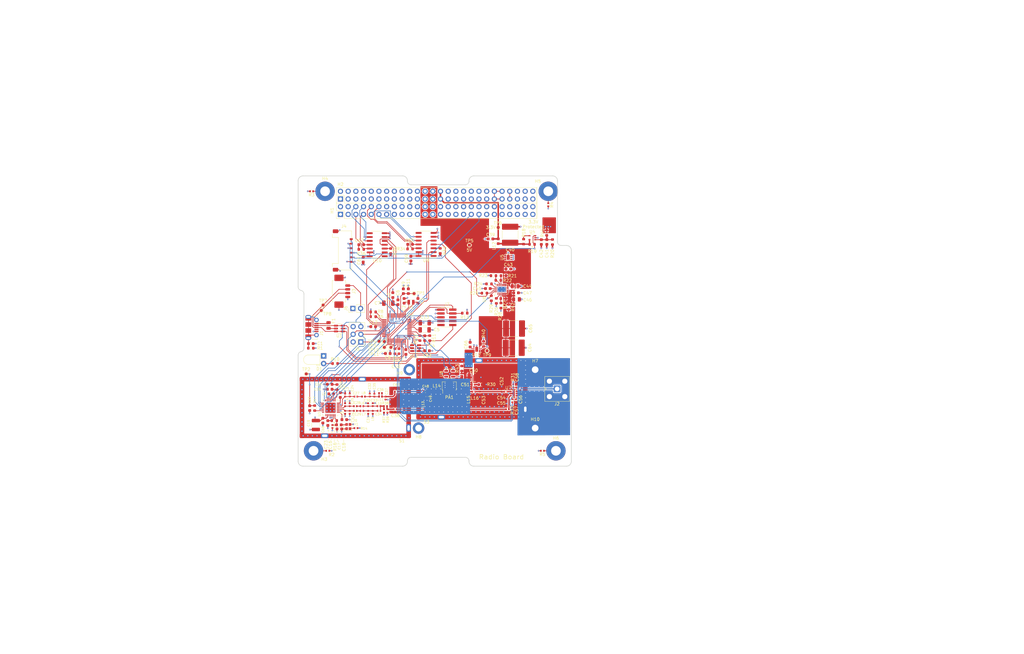
<source format=kicad_pcb>
(kicad_pcb (version 20211014) (generator pcbnew)
  (title_block (title "SilverSat Comms (Radio) Board") (company "SilverSat Limited (https://silversat.org)"))
  (layers (0 "F.Cu" signal) (1 "In1.Cu" signal) (2 "In2.Cu" signal) (31 "B.Cu" signal) (34 "B.Paste" user) (35 "F.Paste" user) (36 "B.SilkS" user "B.Silkscreen") (37 "F.SilkS" user "F.Silkscreen") (38 "B.Mask" user) (39 "F.Mask" user) (44 "Edge.Cuts" user))
  (net 0 "")
  (net 1 "Net-(C5-Pad1)")
  (net 2 "GND")
  (net 3 "Net-(C4-Pad1)")
  (net 4 "Net-(C6-Pad1)")
  (net 5 "Net-(C14-Pad1)")
  (net 6 "/PAYLOAD_RXD-")
  (net 7 "+3V3")
  (net 8 "/RADIO_RXD-")
  (net 9 "Net-(C15-Pad1)")
  (net 10 "Net-(C16-Pad2)")
  (net 11 "Net-(C18-Pad1)")
  (net 12 "Net-(C20-Pad1)")
  (net 13 "/PWRAMP")
  (net 14 "Net-(C21-Pad1)")
  (net 15 "Net-(C24-Pad2)")
  (net 16 "Net-(F1-Pad1)")
  (net 17 "+5VP")
  (net 18 "Net-(C1-Pad1)")
  (net 19 "/MISO")
  (net 20 "/SCK")
  (net 21 "/MOSI")
  (net 22 "Net-(C27-Pad2)")
  (net 23 "/SAMD21/RX_LED_SWDIO")
  (net 24 "/SAMD21/SWCLK")
  (net 25 "/SAMD21/TXLED")
  (net 26 "/PAYLOAD_RXD+")
  (net 27 "/RADIO_RXD+")
  (net 28 "/SAMD21/X1")
  (net 29 "/SAMD21/X2")
  (net 30 "/~{RESET}")
  (net 31 "/SAMD21/AREF")
  (net 32 "/Release_B")
  (net 33 "/eFuse3V3.sch/3V3_IN_FILT")
  (net 34 "/IRQ")
  (net 35 "/~{SEL}")
  (net 36 "/SYSCLK")
  (net 37 "/OC5V")
  (net 38 "/SAMD21/SDA1")
  (net 39 "/SAMD21/SCL1")
  (net 40 "Net-(C29-Pad1)")
  (net 41 "/OC3V3")
  (net 42 "Net-(C30-Pad2)")
  (net 43 "Net-(C31-Pad1)")
  (net 44 "/SAMD21/TxD2")
  (net 45 "/SAMD21/RxD2")
  (net 46 "/SDA")
  (net 47 "/SCL")
  (net 48 "/PAPowerSwitch/Vin")
  (net 49 "Net-(C32-Pad1)")
  (net 50 "/TX{slash}~{RX}")
  (net 51 "Net-(C25-Pad2)")
  (net 52 "/PA")
  (net 53 "Net-(C26-Pad1)")
  (net 54 "Net-(L2-Pad1)")
  (net 55 "Net-(L2-Pad2)")
  (net 59 "/3V3_Protected")
  (net 60 "Net-(C51-Pad1)")
  (net 61 "+5V")
  (net 62 "/RXD0")
  (net 63 "/TXD0")
  (net 64 "/PAYLOAD_TXD+")
  (net 65 "/PAYLOAD_TXD-")
  (net 66 "/RXD1")
  (net 67 "/TXD1")
  (net 68 "/RADIO_TXD+")
  (net 69 "/USB_D-")
  (net 70 "/Release_A")
  (net 71 "/eFuse5V/~{RST}")
  (net 72 "/eFuse5V/Ilim")
  (net 73 "/USB_D+")
  (net 74 "/eFuse5V/Pgood")
  (net 75 "/eFuse5V/PGth")
  (net 76 "/DCLK")
  (net 77 "/DATA")
  (net 78 "/ExternalWatchdog/WDTICK")
  (net 79 "/RF")
  (net 80 "Net-(C28-Pad2)")
  (net 81 "/AX5043/Attenuator/VOUT")
  (net 82 "/~{TX}{slash}RX")
  (net 83 "/RX")
  (net 84 "/5V_Current")
  (net 86 "/PAENABLE")
  (net 87 "Net-(D1-Pad2)")
  (net 88 "/PAPowerSwitch/Vout")
  (net 90 "Net-(H3-Pad1)")
  (net 91 "Net-(L15-Pad2)")
  (net 92 "Net-(L14-Pad2)")
  (net 93 "/+3V3_LUP")
  (net 94 "/RS485_B")
  (net 99 "/EPS_5V_USB")
  (net 100 "/V_RTC")
  (net 104 "/EPS_RESET")
  (net 109 "/RS485_A")
  (net 122 "/Radio_SDA")
  (net 123 "/Radio_SCLK")
  (net 125 "/Power_SDA")
  (net 126 "/Power_SCLK")
  (net 127 "/PLD_SDA")
  (net 128 "/PLD_SCLK")
  (net 130 "/+5V_LUP")
  (net 134 "/PAYLOAD_ON_B")
  (net 135 "/BCR_Out")
  (net 137 "/PAYLOAD_ON_A")
  (net 138 "/Out6 (EPS)")
  (net 139 "/BattRaw")
  (net 140 "/Out4 (EPS)")
  (net 141 "/STATES_C")
  (net 142 "/STATES_A")
  (net 143 "/Out2 (EPS)")
  (net 148 "/PAYLOAD_ON_C")
  (net 149 "/STATES_B")
  (net 152 "/Out1 (EPS)")
  (net 153 "/Out3 (EPS)")
  (net 154 "/SHUTDOWN_A")
  (net 155 "/SHUTDOWN_B")
  (net 156 "/SHUTDOWN_C")
  (net 157 "/PAYLOAD_OC")
  (net 168 "Net-(H4-Pad1)")
  (net 169 "Net-(R14-Pad2)")
  (net 170 "/EN1")
  (net 171 "/EN0")
  (net 173 "/RADIO_TXD-")
  (net 180 "/Out5 (EPS)")
  (net 181 "Net-(H5-Pad1)")
  (net 182 "Net-(H6-Pad1)")
  (net 183 "Net-(R17-Pad1)")
  (net 184 "Net-(R18-Pad2)")
  (net 185 "Net-(R22-Pad2)")
  (net 186 "Net-(R33-Pad2)")
  (net 187 "Net-(R35-Pad2)")
  (net 193 "Net-(C45-Pad1)")
  (net 194 "Net-(C48-Pad1)")
  (net 195 "Net-(C52-Pad1)")
  (net 196 "Net-(C66-Pad2)")
  (net 197 "/AX5043/Attenuator/RX")
  (net 198 "Net-(C36-Pad2)")
  (net 199 "Net-(C62-Pad1)")
  (net 200 "Net-(C60-Pad1)")
  (net 201 "Net-(C58-Pad1)")
  (net 202 "Net-(C57-Pad2)")
  (net 203 "Net-(C56-Pad1)")
  (net 204 "Net-(C55-Pad2)")
  (net 205 "Net-(C54-Pad1)")
  (net 206 "/eFuse5V/5V_LUP")
  (net 207 "/PASwitch/5V")
  (net 208 "/eFuse3V3.sch/3V3_P")
  (net 209 "Net-(C23-Pad2)")
  (footprint "Capacitor_SMD:C_0402_1005Metric" (layer "F.Cu") (at 130.566679 125.779971 90)
    (fp_text reference "C35")
    (fp_text value "DNI")
  )
  (footprint "Resistor_SMD:R_0603_1608Metric" (layer "F.Cu") (at 170.825 94.615 90)
    (fp_text reference "R26")
    (fp_text value "10k")
  )
  (footprint "Inductor_SMD:L_0402_1005Metric" (layer "F.Cu") (at 146.967 126.2888 -90)
    (fp_text reference "L13")
    (fp_text value "40n")
  )
  (footprint "LED_THT:LED_D3.0mm_Horizontal_O1.27mm_Z2.0mm" (layer "F.Cu") (at 113.823 112.796 -90)
    (fp_text reference "D1")
    (fp_text value "LED")
  )
  (footprint "Capacitor_SMD:C_0603_1608Metric" (layer "F.Cu") (at 140.132 91.44 90)
    (fp_text reference "C9")
    (fp_text value "0.1u")
  )
  (footprint "MountingHole:MountingHole_2.2mm_M2_DIN965_Pad_TopBottom" (layer "F.Cu") (at 183.642 136.652)
    (fp_text reference "H10")
    (fp_text value "MountingHole_Pad")
  )
  (footprint "Resistor_SMD:R_0603_1608Metric" (layer "F.Cu") (at 117.602 115.316)
    (fp_text reference "R10")
    (fp_text value "931")
  )
  (footprint "TestPoint:TestPoint_Pad_D1.0mm" (layer "F.Cu") (at 113.03 97.79 180)
    (fp_text reference "TP8")
    (fp_text value "USB_D-")
  )
  (footprint "Resistor_SMD:R_0603_1608Metric" (layer "F.Cu") (at 138.684 111.252 90)
    (fp_text reference "R7")
    (fp_text value "10k")
  )
  (footprint "Capacitor_SMD:C_0402_1005Metric" (layer "F.Cu") (at 137.795 124.587)
    (fp_text reference "C67")
    (fp_text value "100p")
  )
  (footprint "MountingHole:MountingHole_3.2mm_M3_Pad_TopBottom" (layer "F.Cu") (at 110.49 144.15)
    (fp_text reference "H3")
    (fp_text value "MountingHole_Pad")
  )
  (footprint "Capacitor_SMD:C_0402_1005Metric" (layer "F.Cu") (at 116.71 136.125 90)
    (fp_text reference "C16")
    (fp_text value "DNI")
  )
  (footprint "Capacitor_SMD:C_0402_1005Metric" (layer "F.Cu") (at 122.422179 131.438971 -90)
    (fp_text reference "C26")
    (fp_text value "DNI")
  )
  (footprint "Inductor_SMD:L_0402_1005Metric" (layer "F.Cu") (at 150.994171 124.598229)
    (fp_text reference "L14")
    (fp_text value "4.3n")
  )
  (footprint "Capacitor_SMD:C_0603_1608Metric" (layer "F.Cu") (at 174.782 84.0994)
    (fp_text reference "C43")
    (fp_text value "0.1u")
  )
  (footprint "Capacitor_SMD:C_0603_1608Metric" (layer "F.Cu") (at 113.56 134.175 90)
    (fp_text reference "C68")
    (fp_text value "0.01u")
  )
  (footprint "TestPoint:TestPoint_Pad_D1.0mm" (layer "F.Cu") (at 136.017 109.982)
    (fp_text reference "TP11")
    (fp_text value "TestPoint")
  )
  (footprint "Capacitor_SMD:C_0402_1005Metric" (layer "F.Cu") (at 165.354 125.095 -90)
    (fp_text reference "C53")
    (fp_text value "6.8p")
  )
  (footprint "Capacitor_SMD:C_0402_1005Metric" (layer "F.Cu") (at 130.028471 128.904048 90)
    (fp_text reference "C33")
    (fp_text value "5.1p")
  )
  (footprint "Inductor_SMD:L_0402_1005Metric" (layer "F.Cu") (at 163.411098 124.60284)
    (fp_text reference "L16")
    (fp_text value "5.1n")
  )
  (footprint "Capacitor_SMD:C_0402_1005Metric" (layer "F.Cu") (at 177.292 127.635 90)
    (fp_text reference "C57")
    (fp_text value "220p")
  )
  (footprint "Resistor_SMD:R_0603_1608Metric" (layer "F.Cu") (at 110.865179 130.046971 90)
    (fp_text reference "R17")
    (fp_text value "100")
  )
  (footprint "Package_TO_SOT_SMD:SOT-363_SC-70-6" (layer "F.Cu") (at 176.542521 125.205229)
    (fp_text reference "U7")
    (fp_text value "CAEL-CG2409M2")
  )
  (footprint "Resistor_SMD:R_0402_1005Metric" (layer "F.Cu") (at 134.2366 129.389371)
    (fp_text reference "R38")
    (fp_text value "0")
  )
  (footprint "Connector_Molex:Molex_PicoBlade_53261-0471_1x04-1MP_P1.25mm_Horizontal" (layer "F.Cu") (at 119.38 91.44 -90)
    (fp_text reference "J3")
    (fp_text value "53261-0471")
  )
  (footprint "TestPoint:TestPoint_Pad_D1.0mm" (layer "F.Cu") (at 108.077 118.745 180)
    (fp_text reference "TP2")
    (fp_text value "TestPoint")
  )
  (footprint "Capacitor_SMD:C_1210_3225Metric" (layer "F.Cu") (at 111.252 135.636 90)
    (fp_text reference "C19")
    (fp_text value "4.7u")
  )
  (footprint "Resistor_SMD:R_0603_1608Metric" (layer "F.Cu") (at 160.401 98.679 180)
    (fp_text reference "R13")
    (fp_text value "10k")
  )
  (footprint "Inductor_SMD:L_0402_1005Metric" (layer "F.Cu") (at 120.914679 125.751971 -90)
    (fp_text reference "L3")
    (fp_text value "0.100u")
  )
  (footprint "MountingHole:MountingHole_3.2mm_M3_Pad_TopBottom" (layer "F.Cu") (at 190.5 144.15)
    (fp_text reference "H6")
    (fp_text value "MountingHole_Pad")
  )
  (footprint "Package_TO_SOT_SMD:SOT-353_SC-70-5" (layer "F.Cu") (at 182.7162 73.758029 180)
    (fp_text reference "U4")
    (fp_text value "FPF2004")
  )
  (footprint "Inductor_SMD:L_0402_1005Metric" (layer "F.Cu") (at 126.449471 129.412048)
    (fp_text reference "L6")
    (fp_text value "43n")
  )
  (footprint "Resistor_SMD:R_0402_1005Metric" (layer "F.Cu") (at 124.496179 136.650971 180)
    (fp_text reference "R14")
    (fp_text value "0")
  )
  (footprint "TestPoint:TestPoint_Pad_D1.0mm" (layer "F.Cu") (at 167.767 111.125 180)
    (fp_text reference "TP9")
    (fp_text value "TestPoint")
  )
  (footprint "Resistor_SMD:R_0603_1608Metric" (layer "F.Cu") (at 117.32665 134.175 180)
    (fp_text reference "R16")
    (fp_text value "220")
  )
  (footprint "Resistor_SMD:R_0603_1608Metric" (layer "F.Cu") (at 166.624 108.8385 -90)
    (fp_text reference "R40")
    (fp_text value "12k")
  )
  (footprint "Capacitor_SMD:C_0603_1608Metric" (layer "F.Cu") (at 162.179 109.093 -90)
    (fp_text reference "C66")
    (fp_text value "DNI")
  )
  (footprint "kicad_library:TheBus2x26" (layer "F.Cu") (at 119.38 58.430008 90)
    (fp_text reference "H2")
    (fp_text value "Conn_02x26_Odd_Even")
  )
  (footprint "Capacitor_SMD:C_0603_1608Metric" (layer "F.Cu") (at 135.001 112.014 180)
    (fp_text reference "C8")
    (fp_text value "0.1u")
  )
  (footprint "Resistor_SMD:R_0603_1608Metric" (layer "F.Cu") (at 109.5892 110.236)
    (fp_text reference "R1")
    (fp_text value "1M")
  )
  (footprint "Capacitor_SMD:C_0603_1608Metric" (layer "F.Cu") (at 142.354 75.946)
    (fp_text reference "C60")
    (fp_text value "0.1u")
  )
  (footprint "Capacitor_SMD:C_0402_1005Metric" (layer "F.Cu") (at 163.195 122.301 180)
    (fp_text reference "C51")
    (fp_text value "100p")
  )
  (footprint "Capacitor_SMD:C_0603_1608Metric" (layer "F.Cu") (at 147.955 111.125)
    (fp_text reference "C63")
    (fp_text value "0.1u")
  )
  (footprint "Capacitor_SMD:C_0402_1005Metric" (layer "F.Cu") (at 122.422179 128.932122 -90)
    (fp_text reference "C25")
    (fp_text value "DNI")
  )
  (footprint "MountingHole:MountingHole_2.2mm_M2_DIN965_Pad_TopBottom" (layer "F.Cu") (at 142.113 117.348 180)
    (fp_text reference "H9")
    (fp_text value "MountingHole_Pad")
  )
  (footprint "Capacitor_SMD:C_0402_1005Metric" (layer "F.Cu") (at 177.419 122.706818 90)
    (fp_text reference "C58")
    (fp_text value "220p")
  )
  (footprint "MountingHole:MountingHole_3.2mm_M3_Pad_TopBottom" (layer "F.Cu") (at 114.3 58.42)
    (fp_text reference "H4")
    (fp_text value "MountingHole_Pad")
  )
  (footprint "MountingHole:MountingHole_2.2mm_M2_DIN965_Pad_TopBottom" (layer "F.Cu") (at 145.161 136.652 180)
    (fp_text reference "H8")
    (fp_text value "MountingHole_Pad")
  )
  (footprint "Resistor_SMD:R_0603_1608Metric" (layer "F.Cu") (at 135.954 78.151 90)
    (fp_text reference "R35")
    (fp_text value "10k")
  )
  (footprint "TestPoint:TestPoint_Pad_D1.0mm" (layer "F.Cu") (at 143.682629 92.212 90)
    (fp_text reference "TP1")
    (fp_text value "AREF")
  )
  (footprint "TestPoint:TestPoint_Pad_D1.0mm" (layer "F.Cu") (at 161.925 76.2)
    (fp_text reference "TP5")
    (fp_text value "5V")
  )
  (footprint "Resistor_SMD:R_0603_1608Metric" (layer "F.Cu") (at 166.878 92.075 180)
    (fp_text reference "R25")
    (fp_text value "53.6k")
  )
  (footprint "Connector_PinHeader_2.54mm:PinHeader_1x02_P2.54mm_Vertical" (layer "F.Cu") (at 123.485 97.125 90)
    (fp_text reference "J6")
    (fp_text value "Conn_01x02")
  )
  (footprint "Package_TO_SOT_SMD:SOT-23-6" (layer "F.Cu") (at 144.145 110.236)
    (fp_text reference "U11")
    (fp_text value "TPS3813-Q1_Watchdog")
  )
  (footprint "Capacitor_SMD:C_0603_1608Metric" (layer "F.Cu") (at 126.873 81.013 90)
    (fp_text reference "C61")
    (fp_text value "0.1u")
  )
  (footprint "Capacitor_SMD:C_0603_1608Metric" (layer "F.Cu") (at 126.225 76.073)
    (fp_text reference "C62")
    (fp_text value "0.1u")
  )
  (footprint "Capacitor_SMD:C_0402_1005Metric" (layer "F.Cu") (at 124.299179 130.958971 180)
    (fp_text reference "C29")
    (fp_text value "4.3p")
  )
  (footprint "Connector_PinHeader_2.54mm:PinHeader_2x03_P2.54mm_Vertical" (layer "F.Cu") (at 126.106 108.204 180)
    (fp_text reference "J5")
    (fp_text value "ICSP")
  )
  (footprint "Resistor_SMD:R_0603_1608Metric" (layer "F.Cu") (at 171.46 87.828029 180)
    (fp_text reference "R22")
    (fp_text value "7.15k")
  )
  (footprint "Inductor_SMD:L_0603_1608Metric" (layer "F.Cu") (at 116.332 125.349 180)
    (fp_text reference "L2")
    (fp_text value "10n")
  )
  (footprint "Capacitor_SMD:C_0402_1005Metric" (layer "F.Cu") (at 178.689 124.7902 90)
    (fp_text reference "C56")
    (fp_text value "56p")
  )
  (footprint "Capacitor_SMD:C_1206_3216Metric" (layer "F.Cu") (at 147.161629 104.193)
    (fp_text reference "C5")
    (fp_text value "1u")
  )
  (footprint "Capacitor_SMD:C_0402_1005Metric" (layer "F.Cu") (at 128.518179 131.438971 -90)
    (fp_text reference "C31")
    (fp_text value "5.6p")
  )
  (footprint "Connector_Molex:Molex_Pico-Lock_504050-0691_1x06-1MP_P1.50mm_Horizontal" (layer "F.Cu") (at 120.142 77.978 -90)
    (fp_text reference "J4")
    (fp_text value "504050-0691")
  )
  (footprint "Capacitor_SMD:C_2220_5650Metric_Pad1.97x5.40mm_HandSolder" (layer "F.Cu") (at 176.567225 110.109)
    (fp_text reference "C64")
    (fp_text value "10u")
  )
  (footprint "Capacitor_SMD:C_0402_1005Metric" (layer "F.Cu") (at 172.605521 124.189229 90)
    (fp_text reference "C52")
    (fp_text value "6.8p")
  )
  (footprint "Capacitor_SMD:C_0603_1608Metric" (layer "F.Cu") (at 185.674 75.184 -90)
    (fp_text reference "C42")
    (fp_text value "0.1u")
  )
  (footprint "Capacitor_SMD:C_0603_1608Metric" (layer "F.Cu") (at 187.4914 75.180429 -90)
    (fp_text reference "C41")
    (fp_text value "0.1u")
  )
  (footprint "Capacitor_SMD:C_0603_1608Metric" (layer "F.Cu") (at 130.175 103.124 180)
    (fp_text reference "C12")
    (fp_text value "0.1u")
  )
  (footprint "Resistor_SMD:R_0603_1608Metric" (layer "F.Cu") (at 169.164 93.7514 90)
    (fp_text reference "R29")
    (fp_text value "10k")
  )
  (footprint "Capacitor_SMD:C_0402_1005Metric" (layer "F.Cu") (at 122.438679 125.723971 -90)
    (fp_text reference "C24")
    (fp_text value "DNI")
  )
  (footprint "Capacitor_SMD:C_0603_1608Metric" (layer "F.Cu") (at 118.85065 135.575 180)
    (fp_text reference "C18")
    (fp_text value "0.01u")
  )
  (footprint "Resistor_SMD:R_0603_1608Metric" (layer "F.Cu") (at 182.626 75.946)
    (fp_text reference "R19")
    (fp_text value "10k")
  )
  (footprint "Capacitor_SMD:C_1210_3225Metric" (layer "F.Cu") (at 163.322 119.888)
    (fp_text reference "C50")
    (fp_text value "2.2u")
  )
  (footprint "Package_DFN_QFN:QFN-20-1EP_3x4mm_P0.5mm_EP1.65x2.65mm_ThermalVias" (layer "F.Cu") (at 172.603 90.8304 90)
    (fp_text reference "U6")
    (fp_text value "TPS25940LQRVCRQ1")
  )
  (footprint "Capacitor_SMD:C_0402_1005Metric" (layer "F.Cu") (at 132.102179 130.958971 180)
    (fp_text reference "C34")
    (fp_text value "5.1p")
  )
  (footprint "Resistor_SMD:R_0402_1005Metric" (layer "F.Cu") (at 109.839 58.425 180)
    (fp_text reference "R3")
    (fp_text value "0")
  )
  (footprint "Inductor_SMD:L_0402_1005Metric" (layer "F.Cu") (at 161.810521 124.1092 -90)
    (fp_text reference "L15")
    (fp_text value "47n")
  )
  (footprint "MountingHole:MountingHole_2.2mm_M2_DIN965_Pad_TopBottom" (layer "F.Cu") (at 183.642 117.348)
    (fp_text reference "H7")
    (fp_text value "MountingHole_Pad")
  )
  (footprint "Resistor_SMD:R_0603_1608Metric" (layer "F.Cu") (at 159.385 116.967 90)
    (fp_text reference "R43")
    (fp_text value "0")
  )
  (footprint "Resistor_SMD:R_0603_1608Metric" (layer "F.Cu") (at 126.238 77.597 180)
    (fp_text reference "R36")
    (fp_text value "453")
  )
  (footprint "Capacitor_SMD:C_0603_1608Metric" (layer "F.Cu") (at 168.897 74.168 180)
    (fp_text reference "C39")
    (fp_text value "0.1u")
  )
  (footprint "Capacitor_SMD:C_0805_2012Metric" (layer "F.Cu") (at 177.038 89.789)
    (fp_text reference "C44")
    (fp_text value "1u")
  )
  (footprint "Capacitor_SMD:C_1206_3216Metric" (layer "F.Cu") (at 147.193 101.854 180)
    (fp_text reference "C13")
    (fp_text value "1u")
  )
  (footprint "Inductor_SMD:L_0402_1005Metric" (layer "F.Cu") (at 126.463179 130.958971)
    (fp_text reference "L7")
    (fp_text value "43n")
  )
  (footprint "Capacitor_SMD:C_2220_5650Metric_Pad1.97x5.40mm_HandSolder" (layer "F.Cu") (at 176.657 103.759)
    (fp_text reference "C65")
    (fp_text value "10u")
  )
  (footprint "Capacitor_SMD:C_0402_1005Metric" (layer "F.Cu") (at 134.249679 126.735171 -90)
    (fp_text reference "C37")
    (fp_text value "DNI")
  )
  (footprint "Capacitor_SMD:C_0402_1005Metric" (layer "F.Cu") (at 173.99 124.587 180)
    (fp_text reference "C54")
    (fp_text value "39p")
  )
  (footprint "Package_SO:SOIC-14_3.9x8.7mm_P1.27mm" (layer "F.Cu") (at 147.638771 75.983229 180)
    (fp_text reference "U9")
    (fp_text value "SN65HVD70D")
  )
  (footprint "Resistor_SMD:R_0603_1608Metric" (layer "F.Cu") (at 148.844 106.934 -90)
    (fp_text reference "R11")
    (fp_text value "330")
  )
  (footprint "SilverSat_footprints:HMC452ST89" (layer "F.Cu") (at 155.31 124.575 90)
    (fp_text reference "PA1")
    (fp_text value "HMC452ST89")
  )
  (footprint "Capacitor_SMD:C_0603_1608Metric" (layer "F.Cu") (at 168.021 90.551 180)
    (fp_text reference "C45")
    (fp_text value "2400p")
  )
  (footprint "kicad_library:MS355-10_Masach_Shield" (layer "F.Cu") (at 145.182107 133.018835)
    (fp_text reference "S3")
    (fp_text value "MS353-10C_Masach_Shield")
  )
  (footprint "Capacitor_SMD:C_1206_3216Metric" (layer "F.Cu") (at 135.177 95.387)
    (fp_text reference "C7")
    (fp_text value "1u")
  )
  (footprint "Inductor_SMD:L_0603_1608Metric" (layer "F.Cu") (at 171.45 74.93 -90)
    (fp_text reference "L12")
    (fp_text value "Ferrite Bead")
  )
  (footprint "TestPoint:TestPoint_Pad_D1.0mm" (layer "F.Cu") (at 113.665 96.012)
    (fp_text reference "TP7")
    (fp_text value "USB_D+")
  )
  (footprint "Inductor_SMD:L_0402_1005Metric" (layer "F.Cu") (at 126.987679 126.236971 180)
    (fp_text reference "L8")
    (fp_text value "43n")
  )
  (footprint "Capacitor_SMD:C_0603_1608Metric" (layer "F.Cu") (at 109.22 130.048 -90)
    (fp_text reference "C22")
    (fp_text value "0.1u")
  )
  (footprint "Resistor_SMD:R_0402_1005Metric" (layer "F.Cu") (at 115.189 144.145)
    (fp_text reference "R2")
    (fp_text value "0")
  )
  (footprint "Connector_Coaxial:SMA_Amphenol_901-143_Horizontal" (layer "F.Cu") (at 190.881 123.698)
    (fp_text reference "J2")
    (fp_text value "Conn_Coaxial")
  )
  (footprint "Package_SO:SOIC-14_3.9x8.7mm_P1.27mm" (layer "F.Cu") (at 131.5059 76.073 180)
    (fp_text reference "U10")
    (fp_text value "SN65HVD70D")
  )
  (footprint "Resistor_SMD:R_0603_1608Metric" (layer "F.Cu") (at 142.345471 77.47 180)
    (fp_text reference "R34")
    (fp_text value "453")
  )
  (footprint "Capacitor_SMD:C_0603_1608Metric" (layer "F.Cu") (at 120.644179 133.856971)
    (fp_text reference "C20")
    (fp_text value "100p")
  )
  (footprint "Resistor_SMD:R_0603_1608Metric" (layer "F.Cu") (at 173.111 93.8784 180)
    (fp_text reference "R27")
    (fp_text value "110k")
  )
  (footprint "Capacitor_SMD:C_0603_1608Metric" (layer "F.Cu") (at 140.380629 94.615 -90)
    (fp_text reference "C2")
    (fp_text value "C_Small")
  )
  (footprint "Resistor_SMD:R_0603_1608Metric" (layer "F.Cu") (at 187.452 72.136 90)
    (fp_text reference "R41")
    (fp_text value "0")
  )
  (footprint "Resistor_SMD:R_0603_1608Metric" (layer "F.Cu") (at 130.171429 98.283)
    (fp_text reference "R8")
    (fp_text value "10k")
  )
  (footprint "Capacitor_SMD:C_0603_1608Metric" (layer "F.Cu") (at 109.5892 108.74)
    (fp_text reference "C1")
    (fp_text value "4700p")
  )
  (footprint "Capacitor_SMD:C_0402_1005Metric" (layer "F.Cu") (at 129.042679 125.733971 90)
    (fp_text reference "C32")
    (fp_text value "5.6p")
  )
  (footprint "Capacitor_SMD:C_0402_1005Metric" (layer "F.Cu") (at 132.588 125.095)
    (fp_text reference "C36")
    (fp_text value "6.8p")
  )
  (footprint "Resistor_SMD:R_0603_1608Metric" (layer "F.Cu") (at 173.174 86.304029 180)
    (fp_text reference "R21")
    (fp_text value "110k")
  )
  (footprint "Capacitor_SMD:C_0603_1608Metric" (layer "F.Cu") (at 115.823429 122.172971 180)
    (fp_text reference "C14")
    (fp_text value "0.01u")
  )
  (footprint "Capacitor_SMD:C_0603_1608Metric" (layer "F.Cu") (at 115.21 134.975 90)
    (fp_text reference "C23")
    (fp_text value "0.01u")
  )
  (footprint "Capacitor_SMD:C_0402_1005Metric" (layer "F.Cu") (at 174.498 130.429)
    (fp_text reference "C55")
    (fp_text value "56p")
  )
  (footprint "Connector_USB:USB_Micro-B_Molex-105017-0001" (layer "F.Cu") (at 109.997494 103.42499 -90)
    (fp_text reference "J1")
    (fp_text value "USB_B_Micro")
  )
  (footprint "Capacitor_SMD:C_2220_5650Metric_Pad1.97x5.40mm_HandSolder" (layer "F.Cu") (at 175.387 72.771 90)
    (fp_text reference "C40")
    (fp_text value "10u")
  )
  (footprint "TestPoint:TestPoint_Pad_D1.0mm" (layer "F.Cu") (at 132.08 107.95)
    (fp_text reference "TP4")
    (fp_text value "TestPoint")
  )
  (footprint "Package_SON:WSON-6-1EP_2x2mm_P0.65mm_EP1x1.6mm" (layer "F.Cu") (at 174.762 80.2704 180)
    (fp_text reference "U5")
    (fp_text value "TVS1800DRV")
  )
  (footprint "Fuse:Fuse_0805_2012Metric" (layer "F.Cu") (at 115.443 102.743 -90)
    (fp_text reference "F1")
    (fp_text value "300 mA")
  )
  (footprint "Crystal:Crystal_SMD_2016-4Pin_2.0x1.6mm" (layer "F.Cu") (at 121.956179 136.142971 90)
    (fp_text reference "X1")
    (fp_text value "TG2016SMN")
  )
  (footprint "Capacitor_SMD:C_0402_1005Metric" (layer "F.Cu") (at 147.955 126.238 -90)
    (fp_text reference "C49")
    (fp_text value "15p")
  )
  (footprint "Inductor_SMD:L_0402_1005Metric" (layer "F.Cu") (at 120.898179 131.443971 -90)
    (fp_text reference "L5")
    (fp_text value "0.100u")
  )
  (footprint "TestPoint:TestPoint_Pad_D1.0mm" (layer "F.Cu") (at 133.858 109.982)
    (fp_text reference "TP10")
    (fp_text value "TestPoint")
  )
  (footprint "Inductor_SMD:L_0603_1608Metric" (layer "F.Cu") (at 136.652 92.71 -90)
    (fp_text reference "L1")
    (fp_text value "Ferrite Bead")
  )
  (footprint "kicad_library:DFN-8-1EP_2.1x2.1mm_P0.5mmx0.25mm_EP0.8x1.6mm" (layer "F.Cu") (at 165.288011 111.367011 180)
    (fp_text reference "U12")
    (fp_text value "TPS22965NTDSGRQ1")
  )
  (footprint "Capacitor_SMD:C_0603_1608Metric" (layer "F.Cu") (at 177.3298 91.9734)
    (fp_text reference "C47")
    (fp_text value "0.1u")
  )
  (footprint "Capacitor_SMD:C_0402_1005Metric" (layer "F.Cu") (at 147.447 124.587 180)
    (fp_text reference "C48")
    (fp_text value "12p")
  )
  (footprint "Inductor_SMD:L_0402_1005Metric" (layer "F.Cu") (at 132.598679 126.259971)
    (fp_text reference "L11")
    (fp_text value "4.7n")
  )
  (footprint "Resistor_SMD:R_0603_1608Metric" (layer "F.Cu") (at 169.872 86.304029 180)
    (fp_text reference "R23")
    (fp_text value "26.1k")
  )
  (footprint "Capacitor_SMD:C_0402_1005Metric" (layer "F.Cu") (at 137.414 130.429)
    (fp_text reference "C38")
    (fp_text value "100p")
  )
  (footprint "Inductor_SMD:L_0402_1005Metric" (layer "F.Cu") (at 130.042179 131.443971 -90)
    (fp_text reference "L9")
    (fp_text value "27n")
  )
  (footprint "Resistor_SMD:R_0603_1608Metric" (layer "F.Cu") (at 174.879 96.647 -90)
    (fp_text reference "R42")
    (fp_text value "0")
  )
  (footprint "Resistor_SMD:R_0603_1608Metric" (layer "F.Cu") (at 118.24225 123.091 -90)
    (fp_text reference "R15")
    (fp_text value "12k")
  )
  (footprint "Resistor_SMD:R_0603_1608Metric" (layer "F.Cu") (at 130.171429 99.84)
    (fp_text reference "R6")
    (fp_text value "10k")
  )
  (footprint "Resistor_SMD:R_0402_1005Metric" (layer "F.Cu") (at 187.96 62.87 -90)
    (fp_text reference "R4")
    (fp_text value "0")
  )
  (footprint "Resistor_SMD:R_0402_1005Metric" (layer "F.Cu") (at 133.748179 130.981971 90)
    (fp_text reference "R37")
    (fp_text value "DNI")
  )
  (footprint "Resistor_SMD:R_0402_1005Metric" (layer "F.Cu") (at 134.891179 130.981971 90)
    (fp_text reference "R39")
    (fp_text value "DNI")
  )
  (footprint "kicad_library:TheBus2x26" (layer "F.Cu") (at 119.38 63.510008 90)
    (fp_text reference "H1")
    (fp_text value "Conn_02x26_Odd_Even")
  )
  (footprint "Resistor_SMD:R_0603_1608Metric" (layer "F.Cu") (at 172.349 96.1644 -90)
    (fp_text reference "R28")
    (fp_text value "31.6k")
  )
  (footprint "Capacitor_SMD:C_0603_1608Metric" (layer "F.Cu") (at 140.97 111.506 -90)
    (fp_text reference "C10")
    (fp_text value "0.1u")
  )
  (footprint "TestPoint:TestPoint_Pad_D1.0mm" (layer "F.Cu") (at 133.858 108.077)
    (fp_text reference "TP3")
    (fp_text value "TestPoint")
  )
  (footprint "Resistor_SMD:R_0603_1608Metric" (layer "F.Cu") (at 179.832 75.057 90)
    (fp_text reference "R18")
    (fp_text value "10k")
  )
  (footprint "Resistor_SMD:R_0603_1608Metric" (layer "F.Cu") (at 168.402 89.027 180)
    (fp_text reference "R24")
    (fp_text value "124k")
  )
  (footprint "Capacitor_SMD:C_0402_1005Metric" (layer "F.Cu") (at 128.504471 128.932048 -90)
    (fp_text reference "C30")
    (fp_text value "5.6p")
  )
  (footprint "TestPoint:TestPoint_Pad_D1.0mm" (layer "F.Cu") (at 171.45 70.358)
    (fp_text reference "TP6")
    (fp_text value "3V3")
  )
  (footprint "Crystal:Crystal_SMD_MicroCrystal_CC8V-T1A-2Pin_2.0x1.2mm" (layer "F.Cu") (at 142.666629 95.0462)
    (fp_text reference "Y1")
    (fp_text value "CM8V-T1A-32.768KHZ-12.5PF-20PPM-TB-QA")
  )
  (footprint "Package_TO_SOT_SMD:SOT-23-6" (layer "F.Cu") (at 118.999 103.759 180)
    (fp_text reference "U1")
    (fp_text value "USBLC6-2SC6")
  )
  (footprint "Capacitor_SMD:C_0603_1608Metric" (layer "F.Cu") (at 119.01 136.925 180)
    (fp_text reference "C17")
    (fp_text value "0.01u")
  )
  (footprint "Capacitor_SMD:C_0603_1608Metric" (layer "F.Cu") (at 115.823429 123.823971 180)
    (fp_text reference "C15")
    (fp_text value "39p")
  )
  (footprint "Connector_PinHeader_1.27mm:PinHeader_2x05_P1.27mm_Vertical_SMD" (layer "F.Cu") (at 154.497229 100.0506)
    (fp_text reference "J7")
    (fp_text value "SWD")
  )
  (footprint "kicad_library:MS355-10_Masach_Shield" (layer "F.Cu") (at 106.68 139.192)
    (fp_text reference "S1")
    (fp_text value "MS353-10C_Masach_Shield")
  )
  (footprint "Package_TO_SOT_SMD:SOT-23-6" (layer "F.Cu") (at 155.416098 118.715829)
    (fp_text reference "U8")
    (fp_text value "TMP100")
  )
  (footprint "Resistor_SMD:R_0402_1005Metric" (layer "F.Cu") (at 176.403 122.682 90)
    (fp_text reference "R31")
    (fp_text value "0")
  )
  (footprint "Capacitor_SMD:C_0603_1608Metric" (layer "F.Cu") (at 138.348629 95.08152 90)
    (fp_text reference "C6")
    (fp_text value "0.1u")
  )
  (footprint "Resistor_SMD:R_0402_1005Metric" (layer "F.Cu") (at 186.039 144.15 180)
    (fp_text reference "R5")
    (fp_text value "0")
  )
  (footprint "Capacitor_SMD:C_0603_1608Metric" (layer "F.Cu") (at 144.952629 94.615 -90)
    (fp_text reference "C3")
    (fp_text value "C_Small")
  )
  (footprint "Resistor_SMD:R_0603_1608Metric" (layer "F.Cu") (at 152.296371 78.101429 90)
    (fp_text reference "R33")
    (fp_text value "10k")
  )
  (footprint "Capacitor_SMD:C_0603_1608Metric" (layer "F.Cu") (at 147.193 106.934 -90)
    (fp_text reference "C4")
    (fp_text value "0.1u")
  )
  (footprint "Package_QFP:TQFP-48_7x7mm_P0.5mm" (layer "F.Cu") (at 138.006471 103.614 -90)
    (fp_text reference "U2")
    (fp_text value "ATSAMD21G18A-A")
  )
  (footprint "Capacitor_SMD:C_0402_1005Metric" (layer "F.Cu") (at 124.470679 126.236971)
    (fp_text reference "C27")
    (fp_text value "4.3p")
  )
  (footprint "Inductor_SMD:L_0402_1005Metric" (layer "F.Cu") (at 120.898179 128.926971 -90)
    (fp_text reference "L4")
    (fp_text value "0.100u")
  )
  (footprint "Inductor_SMD:L_0402_1005Metric" (layer "F.Cu") (at 132.060471 129.389048)
    (fp_text reference "L10")
    (fp_text value "27n")
  )
  (footprint "Resistor_SMD:R_0603_1608Metric" (layer "F.Cu") (at 165.862 122.301)
    (fp_text reference "R30")
    (fp_text value "5.1")
  )
  (footprint "Capacitor_SMD:C_0603_1608Metric" (layer "F.Cu") (at 119.31 125.725 90)
    (fp_text reference "C21")
    (fp_text value "100p")
  )
  (footprint "Capacitor_SMD:C_0603_1608Metric" (layer "F.Cu") (at 142.621 80.645 90)
    (fp_text reference "C59")
    (fp_text value "0.1u")
  )
  (footprint "Capacitor_SMD:C_0805_2012Metric" (layer "F.Cu") (at 177.4698 94.1324)
    (fp_text reference "C46")
    (fp_text value "1u")
  )
  (footprint "Resistor_SMD:R_0603_1608Metric" (layer "F.Cu") (at 145.593 106.934 90)
    (fp_text reference "R12")
    (fp_text value "10k")
  )
  (footprint "Resistor_SMD:R_0603_1608Metric" (layer "F.Cu") (at 189.357 75.184 -90)
    (fp_text reference "R20")
    (fp_text value "10k")
  )
  (footprint "MountingHole:MountingHole_3.2mm_M3_Pad_TopBottom" (layer "F.Cu") (at 187.96 58.42)
    (fp_text reference "H5")
    (fp_text value "MountingHole_Pad")
  )
  (footprint "Capacitor_SMD:C_0603_1608Metric" (layer "F.Cu") (at 141.7812 91.4282 90)
    (fp_text reference "C11")
    (fp_text value "4.7u")
  )
  (footprint "Resistor_SMD:R_0603_1608Metric" (layer "F.Cu") (at 137.371471 111.252 90)
    (fp_text reference "R9")
    (fp_text value "10k")
  )
  (footprint "Resistor_SMD:R_0402_1005Metric" (layer "F.Cu") (at 176.111098 127.605829 -90)
    (fp_text reference "R32")
    (fp_text value "0")
  )
  (footprint "Capacitor_SMD:C_0402_1005Metric" (layer "F.Cu") (at 124.285471 129.412048)
    (fp_text reference "C28")
    (fp_text value "4.3p")
  )
  (footprint "Package_DFN_QFN:QFN-28-1EP_5x5mm_P0.5mm_EP3.35x3.35mm" (layer "F.Cu") (at 116.072179 129.919971 180)
    (fp_text reference "U3")
    (fp_text value "AX5043")
  )
  (gr_line (start 139.7 114.935) (end 139.065 115.697) (layer "F.SilkS") (width 0.127))
  (gr_line (start 182.676829 76.6445) (end 182.803829 76.7715) (layer "F.SilkS") (width 0.127))
  (gr_line (start 115.343876 137.248918) (end 115.343876 138.075) (layer "F.SilkS") (width 0.127))
  (gr_circle (center 170.2562 92.8116) (end 170.307 92.7862) (layer "F.SilkS") (width 0.127) (fill none))
  (gr_line (start 120.2695 135.9345) (end 120.5235 135.9345) (layer "F.SilkS") (width 0.127))
  (gr_line (start 115.46 140.275) (end 115.46 140.402) (layer "F.SilkS") (width 0.127))
  (gr_line (start 140.2715 113.2205) (end 140.2715 113.4745) (layer "F.SilkS") (width 0.127))
  (gr_line (start 134.874 111.252) (end 135.509 110.49) (layer "F.SilkS") (width 0.127))
  (gr_line (start 139.7 113.8555) (end 139.7 114.935) (layer "F.SilkS") (width 0.127))
  (gr_line (start 120.41 140.2535) (end 120.41 141.3965) (layer "F.SilkS") (width 0.127))
  (gr_line (start 118.872 141.351) (end 118.364 140.716) (layer "F.SilkS") (width 0.127))
  (gr_line (start 120.2695 135.9345) (end 120.2695 136.1885) (layer "F.SilkS") (width 0.127))
  (gr_line (start 118.11 137.922) (end 118.364 137.668) (layer "F.SilkS") (width 0.127))
  (gr_line (start 140.2715 113.2205) (end 140.0175 113.2205) (layer "F.SilkS") (width 0.127))
  (gr_line (start 115.46 140.402) (end 115.235 140.6) (layer "F.SilkS") (width 0.127))
  (gr_line (start 116.552115 137.926264) (end 116.552115 138.180264) (layer "F.SilkS") (width 0.127))
  (gr_line (start 148.59 109.22) (end 147.828 108.458) (layer "F.SilkS") (width 0.127))
  (gr_line (start 182.676829 77.47) (end 182.676829 76.6445) (layer "F.SilkS") (width 0.127))
  (gr_line (start 117.094 135.001) (end 117.348 134.747) (layer "F.SilkS") (width 0.127))
  (gr_line (start 132.588 109.474) (end 133.35 108.585) (layer "F.SilkS") (width 0.127))
  (gr_line (start 182.549829 76.7715) (end 182.676829 76.6445) (layer "F.SilkS") (width 0.127))
  (gr_line (start 120.46 136.125) (end 120.46 138.176) (layer "F.SilkS") (width 0.127))
  (gr_line (start 139.7 113.8555) (end 140.2715 113.2205) (layer "F.SilkS") (width 0.127))
  (gr_line (start 132.334 110.744) (end 133.223 110.363) (layer "F.SilkS") (width 0.127))
  (gr_line (start 132.08 112.141) (end 132.969 111.252) (layer "F.SilkS") (width 0.127))
  (gr_line (start 118.364 140.716) (end 118.364 140.208) (layer "F.SilkS") (width 0.127))
  (gr_line (start 120.2695 135.9345) (end 120.46 136.125) (layer "F.SilkS") (width 0.127))
  (gr_line (start 116.298115 138.180264) (end 116.552115 137.926264) (layer "F.SilkS") (width 0.127))
  (gr_line (start 116.552115 137.926264) (end 116.806115 138.180264) (layer "F.SilkS") (width 0.127))
  (gr_line (start 132.969 111.252) (end 134.874 111.252) (layer "F.SilkS") (width 0.127))
  (gr_line (start 116.459 140.335) (end 116.235 140.575) (layer "F.SilkS") (width 0.127))
  (gr_line (start 115.089876 137.502918) (end 115.343876 137.248918) (layer "F.SilkS") (width 0.127))
  (gr_line (start 147.828 108.458) (end 147.828 108.712) (layer "F.SilkS") (width 0.127))
  (gr_line (start 118.364 137.668) (end 118.618 137.922) (layer "F.SilkS") (width 0.127))
  (gr_line (start 115.343876 137.248918) (end 115.597876 137.502918) (layer "F.SilkS") (width 0.127))
  (gr_line (start 117.348 134.747) (end 117.602 135.001) (layer "F.SilkS") (width 0.127))
  (gr_line (start 118.364 137.668) (end 118.364 138.176) (layer "F.SilkS") (width 0.127))
  (gr_line (start 116.459 140.208) (end 116.459 140.335) (layer "F.SilkS") (width 0.127))
  (gr_line (start 131.318 109.474) (end 132.588 109.474) (layer "F.SilkS") (width 0.127))
  (gr_line (start 117.348 141.351) (end 117.348 140.208) (layer "F.SilkS") (width 0.127))
  (gr_line (start 147.828 108.458) (end 148.082 108.458) (layer "F.SilkS") (width 0.127))
  (gr_line (start 117.348 134.747) (end 117.348 138.176) (layer "F.SilkS") (width 0.127))
  (gr_arc (start 193.98 76.33) (mid 195.111371 76.798629) (end 195.58 77.93) (layer "Edge.Cuts") (width 0.2))
  (gr_line (start 105.41 54.94) (end 105.41 90.000553) (layer "Edge.Cuts") (width 0.2))
  (gr_arc (start 161.8 55.07) (mid 161.448528 55.918528) (end 160.6 56.27) (layer "Edge.Cuts") (width 0.2))
  (gr_arc (start 195.58 147.63) (mid 195.111371 148.761371) (end 193.98 149.23) (layer "Edge.Cuts") (width 0.2))
  (gr_arc (start 107.01 149.23) (mid 105.878629 148.761371) (end 105.41 147.63) (layer "Edge.Cuts") (width 0.2))
  (gr_arc (start 139.88 53.34) (mid 141.058229 53.855192) (end 141.48 55.07) (layer "Edge.Cuts") (width 0.2))
  (gr_line (start 160.6 146.31) (end 142.68 146.31) (layer "Edge.Cuts") (width 0.2))
  (gr_arc (start 106.365 91.175276) (mid 105.678927 90.757475) (end 105.41 90.000553) (layer "Edge.Cuts") (width 0.2))
  (gr_line (start 193.98 76.33) (end 192.21 76.33) (layer "Edge.Cuts") (width 0.2))
  (gr_arc (start 189.41 53.34) (mid 190.541371 53.808629) (end 191.01 54.94) (layer "Edge.Cuts") (width 0.2))
  (gr_arc (start 141.48 147.51) (mid 141.831472 146.661472) (end 142.68 146.31) (layer "Edge.Cuts") (width 0.2))
  (gr_line (start 189.41 53.34) (end 163.4 53.34) (layer "Edge.Cuts") (width 0.2))
  (gr_arc (start 105.41 112.569446) (mid 105.678927 111.812524) (end 106.365 111.394723) (layer "Edge.Cuts") (width 0.2))
  (gr_arc (start 192.21 76.33) (mid 191.361472 75.978528) (end 191.01 75.13) (layer "Edge.Cuts") (width 0.2))
  (gr_line (start 139.88 53.34) (end 107.01 53.34) (layer "Edge.Cuts") (width 0.2))
  (gr_arc (start 141.48 147.51) (mid 141.054563 148.718431) (end 139.88 149.23) (layer "Edge.Cuts") (width 0.2))
  (gr_line (start 195.58 147.63) (end 195.58 77.93) (layer "Edge.Cuts") (width 0.2))
  (gr_line (start 105.41 112.569446) (end 105.41 147.63) (layer "Edge.Cuts") (width 0.2))
  (gr_line (start 142.68 56.27) (end 160.6 56.27) (layer "Edge.Cuts") (width 0.2))
  (gr_arc (start 163.4 149.23) (mid 162.225436 148.718431) (end 161.8 147.51) (layer "Edge.Cuts") (width 0.2))
  (gr_line (start 163.4 149.23) (end 193.98 149.23) (layer "Edge.Cuts") (width 0.2))
  (gr_arc (start 142.68 56.27) (mid 141.831472 55.918528) (end 141.48 55.07) (layer "Edge.Cuts") (width 0.2))
  (gr_arc (start 106.365 91.175276) (mid 107.051073 91.593077) (end 107.32 92.35) (layer "Edge.Cuts") (width 0.2))
  (gr_arc (start 107.32 110.22) (mid 107.051073 110.976922) (end 106.365 111.394723) (layer "Edge.Cuts") (width 0.2))
  (gr_line (start 107.01 149.23) (end 139.88 149.23) (layer "Edge.Cuts") (width 0.2))
  (gr_line (start 107.32 110.22) (end 107.32 92.35) (layer "Edge.Cuts") (width 0.2))
  (gr_arc (start 105.41 54.94) (mid 105.878629 53.808629) (end 107.01 53.34) (layer "Edge.Cuts") (width 0.2))
  (gr_arc (start 160.6 146.31) (mid 161.448528 146.661472) (end 161.8 147.51) (layer "Edge.Cuts") (width 0.2))
  (gr_arc (start 161.8 55.07) (mid 162.22177 53.855192) (end 163.4 53.34) (layer "Edge.Cuts") (width 0.2))
  (gr_line (start 191.01 75.13) (end 191.01 54.94) (layer "Edge.Cuts") (width 0.2))
  (gr_text "3.3V" (at 167.259 70.358) (layer "F.SilkS") (effects (font (size 1 1)) (justify left)))
  (gr_text "Radio Board" (at 164.973 146.177) (layer "F.SilkS") (effects (font (size 1.5 1.6) (thickness 0.18)) (justify left)))
  (gr_text "5V" (at 160.909 77.851) (layer "F.SilkS") (effects (font (size 1 1)) (justify left)))
  (gr_text "3.3V\nProtected" (at 183.06 69.325) (layer "F.SilkS") (effects (font (size 1 1))))
  (segment (start 145.686629 104.193) (end 144.579 104.193) (width 0.2032) (layer "F.Cu") (net 1))
  (segment (start 142.168971 103.364) (end 143.75 103.364) (width 0.2032) (layer "F.Cu") (net 1))
  (segment (start 144.579 104.193) (end 143.75 103.364) (width 0.2032) (layer "F.Cu") (net 1))
  (segment (start 172.339 97.917) (end 172.339 96.9994) (width 0.2032) (layer "F.Cu") (net 2))
  (segment (start 150.7744 98.7806) (end 150.749 98.806) (width 0.2032) (layer "F.Cu") (net 2))
  (segment (start 138.756471 99.4515) (end 138.756471 100.580471) (width 0.254) (layer "F.Cu") (net 2))
  (segment (start 142.52203 110.236) (end 142.14103 109.855) (width 0.2032) (layer "F.Cu") (net 2))
  (segment (start 141.7812 89.5842) (end 141.732 89.535) (width 0.2032) (layer "F.Cu") (net 2))
  (segment (start 116.07115 129.921) (end 116.072179 129.919971) (width 0.2032) (layer "F.Cu") (net 2))
  (segment (start 133.702 95.387) (end 132.598 95.387) (width 0.2032) (layer "F.Cu") (net 2))
  (segment (start 178.0234 89.789) (end 179.07 89.789) (width 0.508) (layer "F.Cu") (net 2))
  (segment (start 120.185 124.95) (end 120.21 124.975) (width 0.254) (layer "F.Cu") (net 2))
  (segment (start 122.506179 135.442971) (end 123.503179 135.442971) (width 0.2032) (layer "F.Cu") (net 2))
  (segment (start 129.042679 125.253971) (end 129.042679 124.475471) (width 0.2032) (layer "F.Cu") (net 2))
  (segment (start 114.935 129.921) (end 116.07115 129.921) (width 0.2032) (layer "F.Cu") (net 2))
  (segment (start 184.531 73.787) (end 184.147171 73.787) (width 0.2032) (layer "F.Cu") (net 2))
  (segment (start 110.3642 108.74) (end 111.2122 108.74) (width 0.2032) (layer "F.Cu") (net 2))
  (segment (start 187.96 63.38) (end 187.96 64.135) (width 0.2032) (layer "F.Cu") (net 2))
  (segment (start 127.762 128.397) (end 128.449423 128.397) (width 0.2032) (layer "F.Cu") (net 2))
  (segment (start 109.214179 130.828821) (end 109.22 130.823) (width 0.2032) (layer "F.Cu") (net 2))
  (segment (start 130.055519 128.397) (end 130.028471 128.424048) (width 0.2032) (layer "F.Cu") (net 2))
  (segment (start 134.226 112.014) (end 133.223 112.014) (width 0.2032) (layer "F.Cu") (net 2))
  (segment (start 166.624 107.061) (end 166.624 108.0135) (width 0.2032) (layer "F.Cu") (net 2))
  (segment (start 138.756471 100.580471) (end 138.76 100.584) (width 0.254) (layer "F.Cu") (net 2))
  (segment (start 141.237 93.84) (end 141.478 93.599) (width 0.2032) (layer "F.Cu") (net 2))
  (segment (start 156.553598 118.715829) (end 155.416098 118.715829) (width 0.2032) (layer "F.Cu") (net 2))
  (segment (start 108.59 58.425) (end 108.585 58.42) (width 0.2032) (layer "F.Cu") (net 2))
  (segment (start 133.725179 132.205971) (end 133.725179 131.514971) (width 0.412683) (layer "F.Cu") (net 2))
  (segment (start 118.75 71.623) (end 119.126 71.247) (width 0.2032) (layer "F.Cu") (net 2))
  (segment (start 114.935 128.905) (end 115.057208 128.905) (width 0.2032) (layer "F.Cu") (net 2))
  (segment (start 129.042679 124.475471) (end 129.026179 124.458971) (width 0.2032) (layer "F.Cu") (net 2))
  (segment (start 116.56 132.38215) (end 116.572179 132.369971) (width 0.127) (layer "F.Cu") (net 2))
  (segment (start 177.381098 122.299829) (end 177.381098 121.628098) (width 0.2032) (layer "F.Cu") (net 2))
  (segment (start 172.605521 123.709229) (end 172.605521 122.948521) (width 0.2032) (layer "F.Cu") (net 2))
  (segment (start 152.296371 78.945729) (end 152.296371 79.390729) (width 0.2032) (layer "F.Cu") (net 2))
  (segment (start 184.147171 73.787) (end 184.1182 73.758029) (width 0.2032) (layer "F.Cu") (net 2))
  (segment (start 116.072179 133.112821) (end 115.96 133.225) (width 0.127) (layer "F.Cu") (net 2))
  (segment (start 121.42615 133.85) (end 121.419179 133.856971) (width 0.254) (layer "F.Cu") (net 2))
  (segment (start 113.56 134.95) (end 113.56 135.775) (width 0.254) (layer "F.Cu") (net 2))
  (segment (start 167.430079 122.301) (end 167.498679 122.2324) (width 0.2032) (layer "F.Cu") (net 2))
  (segment (start 116.71 136.605) (end 116.71 137.425) (width 0.254) (layer "F.Cu") (net 2))
  (segment (start 142.558771 81.365629) (end 142.558771 82.241629) (width 0.2032) (layer "F.Cu") (net 2))
  (segment (start 116.073208 129.921) (end 116.072179 129.919971) (width 0.2032) (layer "F.Cu") (net 2))
  (segment (start 115.699 144.145) (end 116.459 144.145) (width 0.2032) (layer "F.Cu") (net 2))
  (segment (start 115.048429 123.823971) (end 113.822929 123.823971) (width 0.2032) (layer "F.Cu") (net 2))
  (segment (start 128.518179 132.713971) (end 128.518179 131.918971) (width 0.2032) (layer "F.Cu") (net 2))
  (segment (start 152.547229 98.7806) (end 150.7744 98.7806) (width 0.2032) (layer "F.Cu") (net 2))
  (segment (start 134.8735 73.5965) (end 135.3185 73.5965) (width 0.2032) (layer "F.Cu") (net 2))
  (segment (start 109.329 58.425) (end 108.59 58.425) (width 0.2032) (layer "F.Cu") (net 2))
  (segment (start 140.97 103.886) (end 142.146971 103.886) (width 0.2032) (layer "F.Cu") (net 2))
  (segment (start 109.396 137.111) (end 109.347 137.16) (width 0.2032) (layer "F.Cu") (net 2))
  (segment (start 118.88 97.655) (end 118.872 97.663) (width 0.2032) (layer "F.Cu") (net 2))
  (segment (start 150.885971 73.478629) (end 151.330971 73.478629) (width 0.2032) (layer "F.Cu") (net 2))
  (segment (start 163.449 109.806) (end 163.388 109.867) (width 0.2032) (layer "F.Cu") (net 2))
  (segment (start 111.46 104.725) (end 110.46 104.725) (width 0.127) (layer "F.Cu") (net 2))
  (segment (start 126.873 81.838) (end 126.873 82.283) (width 0.2032) (layer "F.Cu") (net 2))
  (segment (start 141.7812 90.6532) (end 141.7812 89.5842) (width 0.2032) (layer "F.Cu") (net 2))
  (segment (start 155.336621 122.284229) (end 155.311221 122.309629) (width 0.2032) (layer "F.Cu") (net 2))
  (segment (start 123.503179 135.442971) (end 123.565179 135.380971) (width 0.2032) (layer "F.Cu") (net 2))
  (segment (start 140.132 89.611) (end 140.208 89.535) (width 0.2032) (layer "F.Cu") (net 2))
  (segment (start 142.146971 103.886) (end 142.168971 103.864) (width 0.2032) (layer "F.Cu") (net 2))
  (segment (start 175.387 70.1335) (end 178.7865 70.1335) (width 0.508) (layer "F.Cu") (net 2))
  (segment (start 147.193 108.712) (end 147.193 107.709) (width 0.2032) (layer "F.Cu") (net 2))
  (segment (start 117.221 128.905) (end 117.08715 128.905) (width 0.2032) (layer "F.Cu") (net 2))
  (segment (start 130.566679 124.475471) (end 130.550179 124.458971) (width 0.2032) (layer "F.Cu") (net 2))
  (segment (start 135.001 127.254) (end 134.288508 127.254) (width 0.2032) (layer "F.Cu") (net 2))
  (segment (start 142.558771 82.423) (end 142.939771 82.423) (width 0.508) (layer "F.Cu") (net 2))
  (segment (start 130.042179 132.713971) (end 130.042179 131.928971) (width 0.2032) (layer "F.Cu") (net 2))
  (segment (start 168.148 86.233) (end 168.975971 86.233) (width 0.2032) (layer "F.Cu") (net 2))
  (segment (start 152.296371 79.390729) (end 151.915371 79.771729) (width 0.508) (layer "F.Cu") (net 2))
  (segment (start 144.952629 93.84) (end 144.952629 92.918371) (width 0.2032) (layer "F.Cu") (net 2))
  (segment (start 138.348629 94.30652) (end 138.348629 93.263629) (width 0.2032) (layer "F.Cu") (net 2))
  (segment (start 122.422179 128.452122) (end 122.422179 127.633971) (width 0.2032) (layer "F.Cu") (net 2))
  (segment (start 174.879 125.222) (end 175.57575 125.222) (width 0.2032) (layer "F.Cu") (net 2))
  (segment (start 121.932 77.228) (end 121.92 77.216) (width 0.2032) (layer "F.Cu") (net 2))
  (segment (start 120.914679 125.266971) (end 120.914679 124.475471) (width 0.412683) (layer "F.Cu") (net 2))
  (segment (start 118.235 137.85) (end 118.26 137.875) (width 0.254) (layer "F.Cu") (net 2))
  (segment (start 118.522179 130.919971) (end 119.489971 130.919971) (width 0.2032) (layer "F.Cu") (net 2))
  (segment (start 117.747 71.623) (end 118.75 71.623) (width 0.2032) (layer "F.Cu") (net 2))
  (segment (start 117.08715 128.905) (end 116.072179 129.919971) (width 0.2032) (layer "F.Cu") (net 2))
  (segment (start 135.3466 72.2911) (end 134.1013 72.2911) (width 0.2032) (layer "F.Cu") (net 2))
  (segment (start 151.330971 73.478629) (end 151.711971 73.097629) (width 0.2032) (layer "F.Cu") (net 2))
  (segment (start 150.113771 72.173229) (end 151.620371 72.173229) (width 0.2032) (layer "F.Cu") (net 2))
  (segment (start 134.288508 127.254) (end 134.249679 127.215171) (width 0.2032) (layer "F.Cu") (net 2))
  (segment (start 175.649509 80.920412) (end 176.381588 80.920412) (width 0.2032) (layer "F.Cu") (net 2))
  (segment (start 121.1839 103.759) (end 120.1365 103.759) (width 0.2032) (layer "F.Cu") (net 2))
  (segment (start 113.818929 122.172971) (end 115.048429 122.172971) (width 0.2032) (layer "F.Cu") (net 2))
  (segment (start 178.1048 91.9734) (end 179.2348 91.9734) (width 0.2032) (layer "F.Cu") (net 2))
  (segment (start 166.129 90.551) (end 167.0936 90.551) (width 0.2032) (layer "F.Cu") (net 2))
  (segment (start 119.485179 128.919971) (end 119.501179 128.903971) (width 0.2032) (layer "F.Cu") (net 2))
  (segment (start 146.960006 127.499999) (end 146.960006 126.780798) (width 0.412674) (layer "F.Cu") (net 2))
  (segment (start 151.362471 71.573629) (end 151.362471 70.811629) (width 0.2032) (layer "F.Cu") (net 2))
  (segment (start 132.598 95.387) (end 132.588 95.377) (width 0.2032) (layer "F.Cu") (net 2))
  (segment (start 178.7865 70.1335) (end 178.816 70.104) (width 0.508) (layer "F.Cu") (net 2))
  (segment (start 117.221 129.921) (end 116.073208 129.921) (width 0.2032) (layer "F.Cu") (net 2))
  (segment (start 166.687 122.301) (end 167.430079 122.301) (width 0.508) (layer "F.Cu") (net 2))
  (segment (start 113.822929 123.823971) (end 113.8179 123.818942) (width 0.2032) (layer "F.Cu") (net 2))
  (segment (start 143.0075 110.236) (end 142.52203 110.236) (width 0.2032) (layer "F.Cu") (net 2))
  (segment (start 187.452 77.216) (end 187.452 76.086) (width 0.508) (layer "F.Cu") (net 2))
  (segment (start 138.348629 93.263629) (end 138.303 93.218) (width 0.2032) (layer "F.Cu") (net 2))
  (segment (start 164.765098 119.858829) (end 165.705829 119.858829) (width 0.2032) (layer "F.Cu") (net 2))
  (segment (start 179.07 89.789) (end 179.0954 89.7636) (width 0.508) (layer "F.Cu") (net 2))
  (segment (start 178.2448 94.1324) (end 179.2124 94.1324) (width 0.508) (layer "F.Cu") (net 2))
  (segment (start 130.566679 125.299971) (end 130.566679 124.475471) (width 0.2032) (layer "F.Cu") (net 2))
  (segment (start 117.747 84.333) (end 118.877 84.333) (width 0.2032) (layer "F.Cu") (net 2))
  (segment (start 130.81 128.397) (end 130.055519 128.397) (width 0.2032) (layer "F.Cu") (net 2))
  (segment (start 135.6995 72.644) (end 135.3466 72.2911) (width 0.508) (layer "F.Cu") (net 2))
  (segment (start 135.636 72.009) (end 135.3539 72.2911) (width 0.508) (layer "F.Cu") (net 2))
  (segment (start 165.1 92.075) (end 166.053008 92.075) (width 0.254) (layer "F.Cu") (net 2))
  (segment (start 110.4142 110.236) (end 111.2402 110.236) (width 0.2032) (layer "F.Cu") (net 2))
  (segment (start 184.1182 73.758029) (end 183.6662 73.758029) (width 0.2032) (layer "F.Cu") (net 2))
  (segment (start 122.937 77.228) (end 121.932 77.228) (width 0.2032) (layer "F.Cu") (net 2))
  (segment (start 177.292 128.778) (end 177.292 128.123731) (width 0.2032) (layer "F.Cu") (net 2))
  (segment (start 151.330971 73.478629) (end 151.711971 73.859629) (width 0.2032) (layer "F.Cu") (net 2))
  (segment (start 116.56 133.225) (end 116.56 132.38215) (width 0.127) (layer "F.Cu") (net 2))
  (segment (start 120.898179 132.713971) (end 120.898179 131.928971) (width 0.2032) (layer "F.Cu") (net 2))
  (segment (start 175.732 84.0994) (end 176.7586 84.0994) (width 0.254) (layer "F.Cu") (net 2))
  (segment (start 140.380629 93.84) (end 141.237 93.84) (width 0.2032) (layer "F.Cu") (net 2))
  (segment (start 111.2122 108.74) (end 111.2402 108.712) (width 0.2032) (layer "F.Cu") (net 2))
  (segment (start 109.214179 131.824971) (end 109.214179 130.828821) (width 0.2032) (layer "F.Cu") (net 2))
  (segment (start 117.221 130.937) (end 116.078 130.937) (width 0.2032) (layer "F.Cu") (net 2))
  (segment (start 168.975971 86.233) (end 169.047 86.304029) (width 0.2032) (layer "F.Cu") (net 2))
  (segment (start 135.3185 73.5965) (end 135.6995 73.9775) (width 0.508) (layer "F.Cu") (net 2))
  (segment (start 184.785 144.145) (end 185.524 144.145) (width 0.2032) (layer "F.Cu") (net 2))
  (segment (start 118.235 136.925) (end 118.235 137.85) (width 0.254) (layer "F.Cu") (net 2))
  (segment (start 135.954 79.421) (end 136.335 79.802) (width 0.508) (layer "F.Cu") (net 2))
  (segment (start 126.873 82.283) (end 127.254 82.664) (width 0.508) (layer "F.Cu") (net 2))
  (segment (start 133.843971 103.364) (end 132.602 103.364) (width 0.2032) (layer "F.Cu") (net 2))
  (segment (start 172.605521 122.948521) (end 172.593 122.936) (width 0.2032) (layer "F.Cu") (net 2))
  (segment (start 140.955 113.278629) (end 140.955 112.296) (width 0.2032) (layer "F.Cu") (net 2))
  (segment (start 189.357 77.216) (end 189.357 76.086) (width 0.508) (layer "F.Cu") (net 2))
  (segment (start 170.7874 89.3804) (end 171.353 89.3804) (width 0.2032) (layer "F.Cu") (net 2))
  (segment (start 165.354 125.575) (end 165.354 126.365) (width 0.412683) (layer "F.Cu") (net 2))
  (segment (start 150.762871 72.173229) (end 151.362471 71.573629) (width 0.2032) (layer "F.Cu") (net 2))
  (segment (start 185.524 144.145) (end 185.529 144.15) (width 0.2032) (layer "F.Cu") (net 2))
  (segment (start 128.524 103.124) (end 129.4 103.124) (width 0.2032) (layer "F.Cu") (net 2))
  (segment (start 111.252 137.111) (end 109.396 137.111) (width 0.2032) (layer "F.Cu") (net 2))
  (segment (start 118.522179 128.919971) (end 119.485179 128.919971) (width 0.2032) (layer "F.Cu") (net 2))
  (segment (start 140.955 112.296) (end 140.97 112.281) (width 0.2032) (layer "F.Cu") (net 2))
  (segment (start 125.006179 136.650971) (end 125.724179 136.650971) (width 0.2032) (layer "F.Cu") (net 2))
  (segment (start 155.311221 122.309629) (end 155.311221 124.595629) (width 0.2032) (layer "F.Cu") (net 2))
  (segment (start 134.868179 132.205971) (end 134.868179 131.514971) (width 0.412683) (layer "F.Cu") (net 2))
  (segment (start 149.786 104.193) (end 149.86 104.267) (width 0.2032) (layer "F.Cu") (net 2))
  (segment (start 122.438679 124.475471) (end 122.422179 124.458971) (width 0.2032) (layer "F.Cu") (net 2))
  (segment (start 121.793 93.328) (end 121.78 93.315) (width 0.2032) (layer "F.Cu") (net 2))
  (segment (start 128.449423 128.397) (end 128.504471 128.452048) (width 0.2032) (layer "F.Cu") (net 2))
  (segment (start 140.256471 108.921536) (end 140.243189 108.934818) (width 0.2032) (layer "F.Cu") (net 2))
  (segment (start 119.489971 130.919971) (end 119.507 130.937) (width 0.2032) (layer "F.Cu") (net 2))
  (segment (start 148.73 111.125) (end 149.733 111.125) (width 0.127) (layer "F.Cu") (net 2))
  (segment (start 146.96 126.7808) (end 146.967 126.7738) (width 0.254) (layer "F.Cu") (net 2))
  (segment (start 164.338 110.617) (end 164.338 109.347) (width 0.2032) (layer "F.Cu") (net 2))
  (segment (start 115.057208 128.905) (end 116.072179 129.919971) (width 0.2032) (layer "F.Cu") (net 2))
  (segment (start 118.88 95.865) (end 118.88 97.655) (width 0.2032) (layer "F.Cu") (net 2))
  (segment (start 152.296371 79.390729) (end 152.677371 79.771729) (width 0.508) (layer "F.Cu") (net 2))
  (segment (start 175.649509 79.620389) (end 176.394389 79.620389) (width 0.2032) (layer "F.Cu") (net 2))
  (segment (start 175.649509 80.270401) (end 176.396599 80.270401) (width 0.2032) (layer "F.Cu") (net 2))
  (segment (start 180.594 110.109) (end 179.204725 110.109) (width 0.508) (layer "F.Cu") (net 2))
  (segment (start 174.762 80.2704) (end 174.762 78.75) (width 0.254) (layer "F.Cu") (net 2))
  (segment (start 134.868179 131.514971) (end 134.891179 131.491971) (width 0.2032) (layer "F.Cu") (net 2))
  (segment (start 140.256471 107.7765) (end 140.256471 108.921536) (width 0.2032) (layer "F.Cu") (net 2))
  (segment (start 120.914679 124.475471) (end 120.898179 124.458971) (width 0.2032) (layer "F.Cu") (net 2))
  (segment (start 165.705829 119.858829) (end 165.735 119.888) (width 0.2032) (layer "F.Cu") (net 2))
  (segment (start 180.848 103.759) (end 179.310425 103.759) (width 0.508) (layer "F.Cu") (net 2))
  (segment (start 118.88 87.015) (end 120.757 87.015) (width 0.2032) (layer "F.Cu") (net 2))
  (segment (start 119.31 124.95) (end 120.185 124.95) (width 0.254) (layer "F.Cu") (net 2))
  (segment (start 122.422179 132.713971) (end 122.422179 131.918971) (width 0.2032) (layer "F.Cu") (net 2))
  (segment (start 122.438679 125.243971) (end 122.438679 124.475471) (width 0.412683) (layer "F.Cu") (net 2))
  (segment (start 148.636629 104.193) (end 149.786 104.193) (width 0.2032) (layer "F.Cu") (net 2))
  (segment (start 155.311221 124.595629) (end 155.311221 125.603) (width 0.2032) (layer "F.Cu") (net 2))
  (segment (start 135.3185 73.5965) (end 135.6995 73.2155) (width 0.508) (layer "F.Cu") (net 2))
  (segment (start 132.602 103.364) (end 132.588 103.378) (width 0.2032) (layer "F.Cu") (net 2))
  (segment (start 150.9014 100.0506) (end 152.547229 100.0506) (width 0.2032) (layer "F.Cu") (net 2))
  (segment (start 147.955 126.718) (end 147.955 127.508) (width 0.412683) (layer "F.Cu") (net 2))
  (segment (start 170.307 88.9) (end 170.7874 89.3804) (width 0.2032) (layer "F.Cu") (net 2))
  (segment (start 116.072179 128.905) (end 116.072179 129.919971) (width 0.2032) (layer "F.Cu") (net 2))
  (segment (start 172.339 96.9994) (end 172.349 96.9894) (width 0.2032) (layer "F.Cu") (net 2))
  (segment (start 154.278598 118.715829) (end 153.035 118.715829) (width 0.2032) (layer "F.Cu") (net 2))
  (segment (start 120.757 87.015) (end 120.904 86.868) (width 0.2032) (layer "F.Cu") (net 2))
  (segment (start 163.449 109.22) (end 163.449 109.806) (width 0.2032) (layer "F.Cu") (net 2))
  (segment (start 122.385 133.85) (end 121.42615 133.85) (width 0.254) (layer "F.Cu") (net 2))
  (segment (start 121.793 94.107) (end 121.793 93.328) (width 0.2032) (layer "F.Cu") (net 2))
  (segment (start 140.132 90.665) (end 140.132 89.611) (width 0.2032) (layer "F.Cu") (net 2))
  (segment (start 115.05515 130.937) (end 116.072179 129.919971) (width 0.2032) (layer "F.Cu") (net 2))
  (segment (start 116.072179 132.369971) (end 116.072179 133.112821) (width 0.127) (layer "F.Cu") (net 2))
  (segment (start 185.674 77.216) (end 185.674 75.959) (width 0.508) (layer "F.Cu") (net 2))
  (segment (start 120.898179 128.441971) (end 120.898179 127.633971) (width 0.2032) (layer "F.Cu") (net 2))
  (segment (start 113.8179 122.174) (end 113.818929 122.172971) (width 0.2032) (layer "F.Cu") (net 2))
  (segment (start 148.668 101.854) (end 149.86 101.854) (width 0.254) (layer "F.Cu") (net 2))
  (segment (start 135.954 79.421) (end 135.573 79.802) (width 0.508) (layer "F.Cu") (net 2))
  (segment (start 115.21 135.75) (end 115.21 136.675) (width 0.254) (layer "F.Cu") (net 2))
  (segment (start 126.873 82.283) (end 126.492 82.664) (width 0.508) (layer "F.Cu") (net 2))
  (segment (start 133.725179 131.514971) (end 133.748179 131.491971) (width 0.2032) (layer "F.Cu") (net 2))
  (segment (start 179.2124 94.1324) (end 179.2378 94.107) (width 0.508) (layer "F.Cu") (net 2))
  (segment (start 116.078 130.937) (end 116.078 129.925792) (width 0.2032) (layer "F.Cu") (net 2))
  (segment (start 116.078 129.925792) (end 116.072179 129.919971) (width 0.2032) (layer "F.Cu") (net 2))
  (segment (start 135.954 78.976) (end 135.954 79.421) (width 0.2032) (layer "F.Cu") (net 2))
  (segment (start 150.749 100.203) (end 150.9014 100.0506) (width 0.2032) (layer "F.Cu") (net 2))
  (segment (start 114.935 130.937) (end 115.05515 130.937) (width 0.2032) (layer "F.Cu") (net 2))
  (segment (start 151.620371 72.173229) (end 151.711971 72.081629) (width 0.2032) (layer "F.Cu") (net 2))
  (segment (start 144.952629 92.918371) (end 145.034 92.837) (width 0.2032) (layer "F.Cu") (net 2))
  (segment (start 174.762 78.75) (end 174.752 78.74) (width 0.254) (layer "F.Cu") (net 2))
  (segment (start 175.57575 125.222) (end 175.592521 125.205229) (width 0.2032) (layer "F.Cu") (net 2))
  (segment (start 118.877 84.333) (end 119.253 84.709) (width 0.2032) (layer "F.Cu") (net 2))
  (segment (start 166.624 89.027) (end 167.577 89.027) (width 0.2032) (layer "F.Cu") (net 2))
  (segment (start 142.558771 82.423) (end 142.177771 82.423) (width 0.508) (layer "F.Cu") (net 2))
  (segment (start 150.113771 72.173229) (end 150.762871 72.173229) (width 0.2032) (layer "F.Cu") (net 2))
  (segment (start 162.179 107.442) (end 162.179 108.417) (width 0.2032) (layer "F.Cu") (net 2))
  (segment (start 167.132 74.168) (end 168.135 74.168) (width 0.254) (layer "F.Cu") (net 2))
  (via (at 170.307 88.9) (size 0.508) (drill 0.254) (layers "F.Cu" "B.Cu") (net 2))
  (via (at 106.934 120.523) (size 0.508) (drill 0.254) (layers "F.Cu" "B.Cu") (net 2))
  (via (at 163.449 109.22) (size 0.508) (drill 0.254) (layers "F.Cu" "B.Cu") (net 2))
  (via (at 157.734 125.476) (size 0.508) (drill 0.254) (layers "F.Cu" "B.Cu") (net 2))
  (via (at 156.464 131.318) (size 0.508) (drill 0.254) (layers "F.Cu" "B.Cu") (net 2))
  (via (at 127.254 82.664) (size 0.508) (drill 0.254) (layers "F.Cu" "B.Cu") (net 2))
  (via (at 127.254 139.192) (size 0.508) (drill 0.254) (layers "F.Cu" "B.Cu") (net 2))
  (via (at 168.656 129.54) (size 0.508) (drill 0.254) (layers "F.Cu" "B.Cu") (net 2))
  (via (at 143.51 125.476) (size 0.508) (drill 0.254) (layers "F.Cu" "B.Cu") (net 2))
  (via (at 155.416098 118.715829) (size 0.508) (drill 0.254) (layers "F.Cu" "B.Cu") (net 2))
  (via (at 110.109 139.192) (size 0.508) (drill 0.254) (layers "F.Cu" "B.Cu") (net 2))
  (via (at 111.506 120.523) (size 0.508) (drill 0.254) (layers "F.Cu" "B.Cu") (net 2))
  (via (at 157.48 114.3) (size 0.508) (drill 0.254) (layers "F.Cu" "B.Cu") (net 2))
  (via (at 121.158 139.192) (size 0.508) (drill 0.254) (layers "F.Cu" "B.Cu") (net 2))
  (via (at 165.989 132.969) (size 0.508) (drill 0.254) (layers "F.Cu" "B.Cu") (net 2))
  (via (at 168.656 131.318) (size 0.508) (drill 0.254) (layers "F.Cu" "B.Cu") (net 2))
  (via (at 140.208 127.254) (size 0.508) (drill 0.254) (layers "F.Cu" "B.Cu") (net 2))
  (via (at 141.986 129.54) (size 0.508) (drill 0.254) (layers "F.Cu" "B.Cu") (net 2))
  (via (at 184.912 124.46) (size 0.508) (drill 0.254) (layers "F.Cu" "B.Cu") (net 2))
  (via (at 149.733 111.125) (size 0.508) (drill 0.254) (layers "F.Cu" "B.Cu") (net 2))
  (via (at 140.243189 108.934818) (size 0.508) (drill 0.254) (layers "F.Cu" "B.Cu") (net 2))
  (via (at 169.037 132.969) (size 0.508) (drill 0.254) (layers "F.Cu" "B.Cu") (net 2))
  (via (at 180.467 117.475) (size 0.508) (drill 0.254) (layers "F.Cu" "B.Cu") (net 2))
  (via (at 146.812 114.3) (size 0.508) (drill 0.254) (layers "F.Cu" "B.Cu") (net 2))
  (via (at 176.403 80.899) (size 0.508) (drill 0.254) (layers "F.Cu" "B.Cu") (net 2))
  (via (at 149.352 125.476) (size 0.508) (drill 0.254) (layers "F.Cu" "B.Cu") (net 2))
  (via (at 133.223 112.014) (size 0.508) (drill 0.254) (layers "F.Cu" "B.Cu") (net 2))
  (via (at 148.844 131.318) (size 0.508) (drill 0.254) (layers "F.Cu" "B.Cu") (net 2))
  (via (at 143.51 131.318) (size 0.508) (drill 0.254) (layers "F.Cu" "B.Cu") (net 2))
  (via (at 106.68 130.048) (size 0.508) (drill 0.254) (layers "F.Cu" "B.Cu") (net 2))
  (via (at 150.749 100.076) (size 0.508) (drill 0.254) (layers "F.Cu" "B.Cu") (net 2))
  (via (at 157.734 123.698) (size 0.508) (drill 0.254) (layers "F.Cu" "B.Cu") (net 2))
  (via (at 151.892 129.54) (size 0.508) (drill 0.254) (layers "F.Cu" "B.Cu") (net 2))
  (via (at 116.078 120.523) (size 0.508) (drill 0.254) (layers "F.Cu" "B.Cu") (net 2))
  (via (at 130.81 128.397) (size 0.508) (drill 0.254) (layers "F.Cu" "B.Cu") (net 2))
  (via (at 172.593 114.3) (size 0.508) (drill 0.254) (layers "F.Cu" "B.Cu") (net 2))
  (via (at 123.565179 135.380971) (size 0.508) (drill 0.254) (layers "F.Cu" "B.Cu") (net 2))
  (via (at 181.864 124.46) (size 0.508) (drill 0.254) (layers "F.Cu" "B.Cu") (net 2))
  (via (at 123.698 120.523) (size 0.508) (drill 0.254) (layers "F.Cu" "B.Cu") (net 2))
  (via (at 162.56 129.54) (size 0.508) (drill 0.254) (layers "F.Cu" "B.Cu") (net 2))
  (via (at 122.385 133.85) (size 0.508) (drill 0.254) (layers "F.Cu" "B.Cu") (net 2))
  (via (at 113.8179 122.174) (size 0.508) (drill 0.254) (layers "F.Cu" "B.Cu") (net 2))
  (via (at 156.464 129.54) (size 0.508) (drill 0.254) (layers "F.Cu" "B.Cu") (net 2))
  (via (at 116.586 139.192) (size 0.508) (drill 0.254) (layers "F.Cu" "B.Cu") (net 2))
  (via (at 184.785 144.145) (size 0.508) (drill 0.254) (layers "F.Cu" "B.Cu") (net 2))
  (via (at 183.388 124.46) (size 0.508) (drill 0.254) (layers "F.Cu" "B.Cu") (net 2))
  (via (at 180.467 114.427) (size 0.508) (drill 0.254) (layers "F.Cu" "B.Cu") (net 2))
  (via (at 150.368 129.54) (size 0.508) (drill 0.254) (layers "F.Cu" "B.Cu") (net 2))
  (via (at 178.181 132.969) (size 0.508) (drill 0.254) (layers "F.Cu" "B.Cu") (net 2))
  (via (at 131.826 139.192) (size 0.508) (drill 0.254) (layers "F.Cu" "B.Cu") (net 2))
  (via (at 121.92 77.216) (size 0.508) (drill 0.254) (layers "F.Cu" "B.Cu") (net 2))
  (via (at 126.492 82.664) (size 0.508) (drill 0.254) (layers "F.Cu" "B.Cu") (net 2))
  (via (at 159.893 132.969) (size 0.508) (drill 0.254) (layers "F.Cu" "B.Cu") (net 2))
  (via (at 170.18 129.54) (size 0.508) (drill 0.254) (layers "F.Cu" "B.Cu") (net 2))
  (via (at 141.986 131.318) (size 0.508) (drill 0.254) (layers "F.Cu" "B.Cu") (net 2))
  (via (at 140.462 131.318) (size 0.508) (drill 0.254) (layers "F.Cu" "B.Cu") (net 2))
  (via (at 148.336 114.3) (size 0.508) (drill 0.254) (layers "F.Cu" "B.Cu") (net 2))
  (via (at 155.311221 125.603) (size 0.508) (drill 0.254) (layers "F.Cu" "B.Cu") (net 2))
  (via (at 181.864 122.936) (size 0.508) (drill 0.254) (layers "F.Cu" "B.Cu") (net 2))
  (via (at 116.072179 129.919971) (size 0.508) (drill 0.254) (layers "F.Cu" "B.Cu") (net 2))
  (via (at 143.51 129.54) (size 0.508) (drill 0.254) (layers "F.Cu" "B.Cu") (net 2))
  (via (at 179.705 132.969) (size 0.508) (drill 0.254) (layers "F.Cu" "B.Cu") (net 2))
  (via (at 146.96 127.5) (size 0.508) (drill 0.254) (layers "F.Cu" "B.Cu") (net 2))
  (via (at 142.177771 82.423) (size 0.508) (drill 0.254) (layers "F.Cu" "B.Cu") (net 2))
  (via (at 140.462 123.698) (size 0.508) (drill 0.254) (layers "F.Cu" "B.Cu") (net 2))
  (via (at 113.56 135.775) (size 0.508) (drill 0.254) (layers "F.Cu" "B.Cu") (net 2))
  (via (at 140.208 89.535) (size 0.508) (drill 0.254) (layers "F.Cu" "B.Cu") (net 2))
  (via (at 120.898179 132.713971) (size 0.508) (drill 0.254) (layers "F.Cu" "B.Cu") (net 2))
  (via (at 141.732 89.535) (size 0.508) (drill 0.254) (layers "F.Cu" "B.Cu") (net 2))
  (via (at 129.667 120.523) (size 0.508) (drill 0.254) (layers "F.Cu" "B.Cu") (net 2))
  (via (at 174.117 114.3) (size 0.508) (drill 0.254) (layers "F.Cu" "B.Cu") (net 2))
  (via (at 165.608 129.54) (size 0.508) (drill 0.254) (layers "F.Cu" "B.Cu") (net 2))
  (via (at 176.784 84.074) (size 0.508) (drill 0.254) (layers "F.Cu" "B.Cu") (net 2))
  (via (at 114.935 128.905) (size 0.508) (drill 0.254) (layers "F.Cu" "B.Cu") (net 2))
  (via (at 129.026179 124.458971) (size 0.508) (drill 0.254) (layers "F.Cu" "B.Cu") (net 2))
  (via (at 174.244 127) (size 0.508) (drill 0.254) (layers "F.Cu" "B.Cu") (net 2))
  (via (at 118.11 139.192) (size 0.508) (drill 0.254) (layers "F.Cu" "B.Cu") (net 2))
  (via (at 111.2402 108.712) (size 0.508) (drill 0.254) (layers "F.Cu" "B.Cu") (net 2))
  (via (at 132.588 103.378) (size 0.508) (drill 0.254) (layers "F.Cu" "B.Cu") (net 2))
  (via (at 174.244 128.524) (size 0.508) (drill 0.254) (layers "F.Cu" "B.Cu") (net 2))
  (via (at 186.436 122.936) (size 0.508) (drill 0.254) (layers "F.Cu" "B.Cu") (net 2))
  (via (at 113.8179 123.818942) (size 0.508) (drill 0.254) (layers "F.Cu" "B.Cu") (net 2))
  (via (at 151.362471 70.811629) (size 0.508) (drill 0.254) (layers "F.Cu" "B.Cu") (net 2))
  (via (at 185.674 77.216) (size 0.508) (drill 0.254) (layers "F.Cu" "B.Cu") (net 2))
  (via (at 135.6995 73.2155) (size 0.508) (drill 0.254) (layers "F.Cu" "B.Cu") (net 2))
  (via (at 141.986 120.523) (size 0.508) (drill 0.254) (layers "F.Cu" "B.Cu") (net 2))
  (via (at 169.545 114.3) (size 0.508) (drill 0.254) (layers "F.Cu" "B.Cu") (net 2))
  (via (at 106.68 125.476) (size 0.508) (drill 0.254) (layers "F.Cu" "B.Cu") (net 2))
  (via (at 159.512 131.318) (size 0.508) (drill 0.254) (layers "F.Cu" "B.Cu") (net 2))
  (via (at 141.986 133.223) (size 0.508) (drill 0.254) (layers "F.Cu" "B.Cu") (net 2))
  (via (at 156.718 122.525) (size 0.508) (drill 0.254) (layers "F.Cu" "B.Cu") (net 2))
  (via (at 162.56 131.318) (size 0.508) (drill 0.254) (layers "F.Cu" "B.Cu") (net 2))
  (via (at 114.577397 120.546397) (size 0.508) (drill 0.254) (layers "F.Cu" "B.Cu") (net 2))
  (via (at 173.609 132.969) (size 0.508) (drill 0.254) (layers "F.Cu" "B.Cu") (net 2))
  (via (at 156.845 132.969) (size 0.508) (drill 0.254) (layers "F.Cu" "B.Cu") (net 2))
  (via (at 140.208 128.778) (size 0.508) (drill 0.254) (layers "F.Cu" "B.Cu") (net 2))
  (via (at 167.513 132.969) (size 0.508) (drill 0.254) (layers "F.Cu" "B.Cu") (net 2))
  (via (at 120.65 120.523) (size 0.508) (drill 0.254) (layers "F.Cu" "B.Cu") (net 2))
  (via (at 121.793 94.107) (size 0.508) (drill 0.254) (layers "F.Cu" "B.Cu") (net 2))
  (via (at 122.422179 132.713971) (size 0.508) (drill 0.254) (layers "F.Cu" "B.Cu") (net 2))
  (via (at 147.955 127.508) (size 0.508) (drill 0.254) (layers "F.Cu" "B.Cu") (net 2))
  (via (at 168.148 125.476) (size 0.508) (drill 0.254) (layers "F.Cu" "B.Cu") (net 2))
  (via (at 106.68 137.668) (size 0.508) (drill 0.254) (layers "F.Cu" "B.Cu") (net 2))
  (via (at 165.608 131.318) (size 0.508) (drill 0.254) (layers "F.Cu" "B.Cu") (net 2))
  (via (at 170.18 131.318) (size 0.508) (drill 0.254) (layers "F.Cu" "B.Cu") (net 2))
  (via (at 149.352 123.698) (size 0.508) (drill 0.254) (layers "F.Cu" "B.Cu") (net 2))
  (via (at 151.711971 73.097629) (size 0.508) (drill 0.254) (layers "F.Cu" "B.Cu") (net 2))
  (via (at 145.161 116.078) (size 0.508) (drill 0.254) (layers "F.Cu" "B.Cu") (net 2))
  (via (at 147.828 123.698) (size 0.508) (drill 0.254) (layers "F.Cu" "B.Cu") (net 2))
  (via (at 140.97 139.192) (size 0.508) (drill 0.254) (layers "F.Cu" "B.Cu") (net 2))
  (via (at 135.6995 72.644) (size 0.508) (drill 0.254) (layers "F.Cu" "B.Cu") (net 2))
  (via (at 119.501179 128.903971) (size 0.508) (drill 0.254) (layers "F.Cu" "B.Cu") (net 2))
  (via (at 122.422179 127.633971) (size 0.508) (drill 0.254) (layers "F.Cu" "B.Cu") (net 2))
  (via (at 106.68 122.301) (size 0.508) (drill 0.254) (layers "F.Cu" "B.Cu") (net 2))
  (via (at 153.416 129.54) (size 0.508) (drill 0.254) (layers "F.Cu" "B.Cu") (net 2))
  (via (at 125.724179 136.650971) (size 0.508) (drill 0.254) (layers "F.Cu" "B.Cu") (net 2))
  (via (at 138.76 100.6) (size 0.508) (drill 0.254) (layers "F.Cu" "B.Cu") (net 2))
  (via (at 153.416 131.318) (size 0.508) (drill 0.254) (layers "F.Cu" "B.Cu") (net 2))
  (via (at 106.68 133.096) (size 0.508) (drill 0.254) (layers "F.Cu" "B.Cu") (net 2))
  (via (at 159.258 123.698) (size 0.508) (drill 0.254) (layers "F.Cu" "B.Cu") (net 2))
  (via (at 119.507 130.937) (size 0.508) (drill 0.254) (layers "F.Cu" "B.Cu") (net 2))
  (via (at 178.816 70.104) (size 0.508) (drill 0.254) (layers "F.Cu" "B.Cu") (net 2))
  (via (at 179.2348 91.9734) (size 0.508) (drill 0.254) (layers "F.Cu" "B.Cu") (net 2))
  (via (at 110.46 104.725) (size 0.508) (drill 0.254) (layers "F.Cu" "B.Cu") (net 2))
  (via (at 180.467 118.999) (size 0.508) (drill 0.254) (layers "F.Cu" "B.Cu") (net 2))
  (via (at 114.935 130.937) (size 0.508) (drill 0.254) (layers "F.Cu" "B.Cu") (net 2))
  (via (at 143.51 123.698) (size 0.508) (drill 0.254) (layers "F.Cu" "B.Cu") (net 2))
  (via (at 180.848 103.759) (size 0.508) (drill 0.254) (layers "F.Cu" "B.Cu") (net 2))
  (via (at 167.132 131.318) (size 0.508) (drill 0.254) (layers "F.Cu" "B.Cu") (net 2))
  (via (at 141.478 93.599) (size 0.508) (drill 0.254) (layers "F.Cu" "B.Cu") (net 2))
  (via (at 153.91 123.225) (size 0.508) (drill 0.254) (layers "F.Cu" "B.Cu") (net 2))
  (via (at 162.179 107.442) (size 0.508) (drill 0.254) (layers "F.Cu" "B.Cu") (net 2))
  (via (at 175.133 132.969) (size 0.508) (drill 0.254) (layers "F.Cu" "B.Cu") (net 2))
  (via (at 152.908 114.3) (size 0.508) (drill 0.254) (layers "F.Cu" "B.Cu") (net 2))
  (via (at 164.338 109.347) (size 0.508) (drill 0.254) (layers "F.Cu" "B.Cu") (net 2))
  (via (at 153.91 122.525) (size 0.508) (drill 0.254) (layers "F.Cu" "B.Cu") (net 2))
  (via (at 151.892 131.318) (size 0.508) (drill 0.254) (layers "F.Cu" "B.Cu") (net 2))
  (via (at 168.148 86.233) (size 0.508) (drill 0.254) (layers "F.Cu" "B.Cu") (net 2))
  (via (at 172.593 122.936) (size 0.508) (drill 0.254) (layers "F.Cu" "B.Cu") (net 2))
  (via (at 159.512 114.3) (size 0.508) (drill 0.254) (layers "F.Cu" "B.Cu") (net 2))
  (via (at 153.035 118.715829) (size 0.508) (drill 0.254) (layers "F.Cu" "B.Cu") (net 2))
  (via (at 164.465 132.969) (size 0.508) (drill 0.254) (layers "F.Cu" "B.Cu") (net 2))
  (via (at 118.872 97.663) (size 0.508) (drill 0.254) (layers "F.Cu" "B.Cu") (net 2))
  (via (at 137.922 139.192) (size 0.508) (drill 0.254) (layers "F.Cu" "B.Cu") (net 2))
  (via (at 169.672 125.476) (size 0.508) (drill 0.254) (layers "F.Cu" "B.Cu") (net 2))
  (via (at 145.161 120.65) (size 0.508) (drill 0.254) (layers "F.Cu" "B.Cu") (net 2))
  (via (at 140.589 120.523) (size 0.508) (drill 0.254) (layers "F.Cu" "B.Cu") (net 2))
  (via (at 134.874 139.192) (size 0.508) (drill 0.254) (layers "F.Cu" "B.Cu") (net 2))
  (via (at 173.228 131.318) (size 0.508) (drill 0.254) (layers "F.Cu" "B.Cu") (net 2))
  (via (at 164.084 131.318) (size 0.508) (drill 0.254) (layers "F.Cu" "B.Cu") (net 2))
  (via (at 168.148 123.698) (size 0.508) (drill 0.254) (layers "F.Cu" "B.Cu") (net 2))
  (via (at 147.32 131.318) (size 0.508) (drill 0.254) (layers "F.Cu" "B.Cu") (net 2))
  (via (at 163.576 123.698) (size 0.508) (drill 0.254) (layers "F.Cu" "B.Cu") (net 2))
  (via (at 157.988 131.318) (size 0.508) (drill 0.254) (layers "F.Cu" "B.Cu") (net 2))
  (via (at 145.034 129.54) (size 0.508) (drill 0.254) (layers "F.Cu" "B.Cu") (net 2))
  (via (at 161.417 132.969) (size 0.508) (drill 0.254) (layers "F.Cu" "B.Cu") (net 2))
  (via (at 116.072179 128.905) (size 0.508) (drill 0.254) (layers "F.Cu" "B.Cu") (net 2))
  (via (at 127.762 128.397) (size 0.508) (drill 0.254) (layers "F.Cu" "B.Cu") (net 2))
  (via (at 106.68 134.62) (size 0.508) (drill 0.254) (layers "F.Cu" "B.Cu") (net 2))
  (via (at 130.042179 132.713971) (size 0.508) (drill 0.254) (layers "F.Cu" "B.Cu") (net 2))
  (via (at 117.221 129.921) (size 0.508) (drill 0.254) (layers "F.Cu" "B.Cu") (net 2))
  (via (at 189.357 77.216) (size 0.508) (drill 0.254) (layers "F.Cu" "B.Cu") (net 2))
  (via (at 145.796 132.969) (size 0.508) (drill 0.254) (layers "F.Cu" "B.Cu") (net 2))
  (via (at 121.1839 103.759) (size 0.508) (drill 0.254) (layers "F.Cu" "B.Cu") (net 2))
  (via (at 133.35 139.192) (size 0.508) (drill 0.254) (layers "F.Cu" "B.Cu") (net 2))
  (via (at 138.303 93.218) (size 0.508) (drill 0.254) (layers "F.Cu" "B.Cu") (net 2))
  (via (at 119.126 120.523) (size 0.508) (drill 0.254) (layers "F.Cu" "B.Cu") (net 2))
  (via (at 151.711971 73.859629) (size 0.508) (drill 0.254) (layers "F.Cu" "B.Cu") (net 2))
  (via (at 167.132 129.54) (size 0.508) (drill 0.254) (layers "F.Cu" "B.Cu") (net 2))
  (via (at 118.26 137.875) (size 0.508) (drill 0.254) (layers "F.Cu" "B.Cu") (net 2))
  (via (at 124.206 139.192) (size 0.508) (drill 0.254) (layers "F.Cu" "B.Cu") (net 2))
  (via (at 169.672 123.698) (size 0.508) (drill 0.254) (layers "F.Cu" "B.Cu") (net 2))
  (via (at 117.602 120.523) (size 0.508) (drill 0.254) (layers "F.Cu" "B.Cu") (net 2))
  (via (at 163.83 125.476) (size 0.508) (drill 0.254) (layers "F.Cu" "B.Cu") (net 2))
  (via (at 122.174 120.523) (size 0.508) (drill 0.254) (layers "F.Cu" "B.Cu") (net 2))
  (via (at 116.078 130.937) (size 0.508) (drill 0.254) (layers "F.Cu" "B.Cu") (net 2))
  (via (at 164.084 129.54) (size 0.508) (drill 0.254) (layers "F.Cu" "B.Cu") (net 2))
  (via (at 158.369 132.969) (size 0.508) (drill 0.254) (layers "F.Cu" "B.Cu") (net 2))
  (via (at 141.986 122.301) (size 0.508) (drill 0.254) (layers "F.Cu" "B.Cu") (net 2))
  (via (at 151.384 114.3) (size 0.508) (drill 0.254) (layers "F.Cu" "B.Cu") (net 2))
  (via (at 150.368 131.318) (size 0.508) (drill 0.254) (layers "F.Cu" "B.Cu") (net 2))
  (via (at 176.403 79.629) (size 0.508) (drill 0.254) (layers "F.Cu" "B.Cu") (net 2))
  (via (at 125.73 139.192) (size 0.508) (drill 0.254) (layers "F.Cu" "B.Cu") (net 2))
  (via (at 141.986 127.635) (size 0.508) (drill 0.254) (layers "F.Cu" "B.Cu") (net 2))
  (via (at 130.550179 124.458971) (size 0.508) (drill 0.254) (layers "F.Cu" "B.Cu") (net 2))
  (via (at 166.624 123.698) (size 0.508) (drill 0.254) (layers "F.Cu" "B.Cu") (net 2))
  (via (at 145.161 119.126) (size 0.508) (drill 0.254) (layers "F.Cu" "B.Cu") (net 2))
  (via (at 134.868179 132.205971) (size 0.508) (drill 0.254) (layers "F.Cu" "B.Cu") (net 2))
  (via (at 155.956 114.3) (size 0.508) (drill 0.254) (layers "F.Cu" "B.Cu") (net 2))
  (via (at 180.467 125.095) (size 0.508) (drill 0.254) (layers "F.Cu" "B.Cu") (net 2))
  (via (at 149.86 114.3) (size 0.508) (drill 0.254) (layers "F.Cu" "B.Cu") (net 2))
  (via (at 142.14103 109.855) (size 0.508) (drill 0.254) (layers "F.Cu" "B.Cu") (net 2))
  (via (at 156.718 121.825) (size 0.508) (drill 0.254) (layers "F.Cu" "B.Cu") (net 2))
  (via (at 145.034 92.837) (size 0.508) (drill 0.254) (layers "F.Cu" "B.Cu") (net 2))
  (via (at 165.1 123.698) (size 0.508) (drill 0.254) (layers "F.Cu" "B.Cu") (net 2))
  (via (at 128.524 103.124) (size 0.508) (drill 0.254) (layers "F.Cu" "B.Cu") (net 2))
  (via (at 119.634 139.192) (size 0.508) (drill 0.254) (layers "F.Cu" "B.Cu") (net 2))
  (via (at 159.512 129.54) (size 0.508) (drill 0.254) (layers "F.Cu" "B.Cu") (net 2))
  (via (at 172.72 125.476) (size 0.508) (drill 0.254) (layers "F.Cu" "B.Cu") (net 2))
  (via (at 173.228 129.54) (size 0.508) (drill 0.254) (layers "F.Cu" "B.Cu") (net 2))
  (via (at 135.763 127.254) (size 0.508) (drill 0.254) (layers "F.Cu" "B.Cu") (net 2))
  (via (at 120.21 124.975) (size 0.508) (drill 0.254) (layers "F.Cu" "B.Cu") (net 2))
  (via (at 135.763 128.778) (size 0.508) (drill 0.254) (layers "F.Cu" "B.Cu") (net 2))
  (via (at 152.4 123.698) (size 0.508) (drill 0.254) (layers "F.Cu" "B.Cu") (net 2))
  (via (at 180.467 115.951) (size 0.508) (drill 0.254) (layers "F.Cu" "B.Cu") (net 2))
  (via (at 150.749 98.806) (size 0.508) (drill 0.254) (layers "F.Cu" "B.Cu") (net 2))
  (via (at 179.0954 89.7636) (size 0.508) (drill 0.254) (layers "F.Cu" "B.Cu") (net 2))
  (via (at 130.302 139.192) (size 0.508) (drill 0.254) (layers "F.Cu" "B.Cu") (net 2))
  (via (at 117.221 130.937) (size 0.508) (drill 0.254) (layers "F.Cu" "B.Cu") (net 2))
  (via (at 154.432 114.3) (size 0.508) (drill 0.254) (layers "F.Cu" "B.Cu") (net 2))
  (via (at 120.898179 124.458971) (size 0.508) (drill 0.254) (layers "F.Cu" "B.Cu") (net 2))
  (via (at 141.986 125.476) (size 0.508) (drill 0.254) (layers "F.Cu" "B.Cu") (net 2))
  (via (at 149.86 101.854) (size 0.508) (drill 0.254) (layers "F.Cu" "B.Cu") (net 2))
  (via (at 128.518179 132.713971) (size 0.508) (drill 0.254) (layers "F.Cu" "B.Cu") (net 2))
  (via (at 171.069 114.3) (size 0.508) (drill 0.254) (layers "F.Cu" "B.Cu") (net 2))
  (via (at 141.986 123.698) (size 0.508) (drill 0.254) (layers "F.Cu" "B.Cu") (net 2))
  (via (at 145.034 123.698) (size 0.508) (drill 0.254) (layers "F.Cu" "B.Cu") (net 2))
  (via (at 107.061 139.192) (size 0.508) (drill 0.254) (layers "F.Cu" "B.Cu") (net 2))
  (via (at 180.467 120.523) (size 0.508) (drill 0.254) (layers "F.Cu" "B.Cu") (net 2))
  (via (at 136.398 139.192) (size 0.508) (drill 0.254) (layers "F.Cu" "B.Cu") (net 2))
  (via (at 151.915371 79.771729) (size 0.508) (drill 0.254) (layers "F.Cu" "B.Cu") (net 2))
  (via (at 154.94 129.54) (size 0.508) (drill 0.254) (layers "F.Cu" "B.Cu") (net 2))
  (via (at 139.065 120.523) (size 0.508) (drill 0.254) (layers "F.Cu" "B.Cu") (net 2))
  (via (at 119.253 84.709) (size 0.508) (drill 0.254) (layers "F.Cu" "B.Cu") (net 2))
  (via (at 132.715 120.523) (size 0.508) (drill 0.254) (layers "F.Cu" "B.Cu") (net 2))
  (via (at 167.498679 122.2324) (size 0.508) (drill 0.254) (layers "F.Cu" "B.Cu") (net 2))
  (via (at 128.778 139.192) (size 0.508) (drill 0.254) (layers "F.Cu" "B.Cu") (net 2))
  (via (at 108.585 58.42) (size 0.508) (drill 0.254) (layers "F.Cu" "B.Cu") (net 2))
  (via (at 170.561 132.969) (size 0.508) (drill 0.254) (layers "F.Cu" "B.Cu") (net 2))
  (via (at 180.594 110.109) (size 0.508) (drill 0.254) (layers "F.Cu" "B.Cu") (net 2))
  (via (at 108.585 139.192) (size 0.508) (drill 0.254) (layers "F.Cu" "B.Cu") (net 2))
  (via (at 147.193 108.712) (size 0.508) (drill 0.254) (layers "F.Cu" "B.Cu") (net 2))
  (via (at 145.288 114.3) (size 0.508) (drill 0.254) (layers "F.Cu" "B.Cu") (net 2))
  (via (at 165.735 119.888) (size 0.508) (drill 0.254) (layers "F.Cu" "B.Cu") (net 2))
  (via (at 139.446 139.192) (size 0.508) (drill 0.254) (layers "F.Cu" "B.Cu") (net 2))
  (via (at 166.624 125.476) (size 0.508) (drill 0.254) (layers "F.Cu" "B.Cu") (net 2))
  (via (at 150.876 123.698) (size 0.508) (drill 0.254) (layers "F.Cu" "B.Cu") (net 2))
  (via (at 117.221 128.905) (size 0.508) (drill 0.254) (layers "F.Cu" "B.Cu") (net 2))
  (via (at 122.682 139.192) (size 0.508) (drill 0.254) (layers "F.Cu" "B.Cu") (net 2))
  (via (at 177.419 114.3) (size 0.508) (drill 0.254) (layers "F.Cu" "B.Cu") (net 2))
  (via (at 106.68 128.524) (size 0.508) (drill 0.254) (layers "F.Cu" "B.Cu") (net 2))
  (via (at 168.021 114.3) (size 0.508) (drill 0.254) (layers "F.Cu" "B.Cu") (net 2))
  (via (at 147.32 129.54) (size 0.508) (drill 0.254) (layers "F.Cu" "B.Cu") (net 2))
  (via (at 172.085 132.969) (size 0.508) (drill 0.254) (layers "F.Cu" "B.Cu") (net 2))
  (via (at 114.935 129.921) (size 0.508) (drill 0.254) (layers "F.Cu" "B.Cu") (net 2))
  (via (at 120.898179 127.633971) (size 0.508) (drill 0.254) (layers "F.Cu" "B.Cu") (net 2))
  (via (at 157.988 129.54) (size 0.508) (drill 0.254) (layers "F.Cu" "B.Cu") (net 2))
  (via (at 142.939771 82.423) (size 0.508) (drill 0.254) (layers "F.Cu" "B.Cu") (net 2))
  (via (at 179.2378 94.107) (size 0.508) (drill 0.254) (layers "F.Cu" "B.Cu") (net 2))
  (via (at 187.96 64.135) (size 0.508) (drill 0.254) (layers "F.Cu" "B.Cu") (net 2))
  (via (at 145.161 122.174) (size 0.508) (drill 0.254) (layers "F.Cu" "B.Cu") (net 2))
  (via (at 159.258 125.476) (size 0.508) (drill 0.254) (layers "F.Cu" "B.Cu") (net 2))
  (via (at 116.71 137.425) (size 0.508) (drill 0.254) (layers "F.Cu" "B.Cu") (net 2))
  (via (at 166.624 89.027) (size 0.508) (drill 0.254) (layers "F.Cu" "B.Cu") (net 2))
  (via (at 109.347 137.16) (size 0.508) (drill 0.254) (layers "F.Cu" "B.Cu") (net 2))
  (via (at 149.86 104.267) (size 0.508) (drill 0.254) (layers "F.Cu" "B.Cu") (net 2))
  (via (at 140.955 113.278629) (size 0.508) (drill 0.254) (layers "F.Cu" "B.Cu") (net 2))
  (via (at 120.904 86.868) (size 0.508) (drill 0.254) (layers "F.Cu" "B.Cu") (net 2))
  (via (at 174.752 78.74) (size 0.508) (drill 0.254) (layers "F.Cu" "B.Cu") (net 2))
  (via (at 119.126 71.247) (size 0.508) (drill 0.254) (layers "F.Cu" "B.Cu") (net 2))
  (via (at 162.306 125.476) (size 0.508) (drill 0.254) (layers "F.Cu" "B.Cu") (net 2))
  (via (at 162.941 132.969) (size 0.508) (drill 0.254) (layers "F.Cu" "B.Cu") (net 2))
  (via (at 148.844 132.969) (size 0.508) (drill 0.254) (layers "F.Cu" "B.Cu") (net 2))
  (via (at 116.459 144.145) (size 0.508) (drill 0.254) (layers "F.Cu" "B.Cu") (net 2))
  (via (at 154.94 131.318) (size 0.508) (drill 0.254) (layers "F.Cu" "B.Cu") (net 2))
  (via (at 160.782 125.476) (size 0.508) (drill 0.254) (layers "F.Cu" "B.Cu") (net 2))
  (via (at 178.943 114.3) (size 0.508) (drill 0.254) (layers "F.Cu" "B.Cu") (net 2))
  (via (at 135.573 79.802) (size 0.508) (drill 0.254) (layers "F.Cu" "B.Cu") (net 2))
  (via (at 184.531 73.787) (size 0.508) (drill 0.254) (layers "F.Cu" "B.Cu") (net 2))
  (via (at 171.704 131.318) (size 0.508) (drill 0.254) (layers "F.Cu" "B.Cu") (net 2))
  (via (at 109.214179 131.824971) (size 0.508) (drill 0.254) (layers "F.Cu" "B.Cu") (net 2))
  (via (at 135.763 120.523) (size 0.508) (drill 0.254) (layers "F.Cu" "B.Cu") (net 2))
  (via (at 137.287 120.523) (size 0.508) (drill 0.254) (layers "F.Cu" "B.Cu") (net 2))
  (via (at 106.68 123.952) (size 0.508) (drill 0.254) (layers "F.Cu" "B.Cu") (net 2))
  (via (at 165.1 92.075) (size 0.508) (drill 0.254) (layers "F.Cu" "B.Cu") (net 2))
  (via (at 186.436 124.46) (size 0.508) (drill 0.254) (layers "F.Cu" "B.Cu") (net 2))
  (via (at 113.03 120.523) (size 0.508) (drill 0.254) (layers "F.Cu" "B.Cu") (net 2))
  (via (at 184.912 122.936) (size 0.508) (drill 0.254) (layers "F.Cu" "B.Cu") (net 2))
  (via (at 122.422179 124.458971) (size 0.508) (drill 0.254) (layers "F.Cu" "B.Cu") (net 2))
  (via (at 171.704 129.54) (size 0.508) (drill 0.254) (layers "F.Cu" "B.Cu") (net 2))
  (via (at 152.677371 79.771729) (size 0.508) (drill 0.254) (layers "F.Cu" "B.Cu") (net 2))
  (via (at 180.467 128.143) (size 0.508) (drill 0.254) (layers "F.Cu" "B.Cu") (net 2))
  (via (at 108.458 120.523) (size 0.508) (drill 0.254) (layers "F.Cu" "B.Cu") (net 2))
  (via (at 156.71 123.225) (size 0.508) (drill 0.254) (layers "F.Cu" "B.Cu") (net 2))
  (via (at 106.68 131.572) (size 0.508) (drill 0.254) (layers "F.Cu" "B.Cu") (net 2))
  (via (at 155.321 132.969) (size 0.508) (drill 0.254) (layers "F.Cu" "B.Cu") (net 2))
  (via (at 150.368 132.969) (size 0.508) (drill 0.254) (layers "F.Cu" "B.Cu") (net 2))
  (via (at 148.844 129.54) (size 0.508) (drill 0.254) (layers "F.Cu" "B.Cu") (net 2))
  (via (at 135.001 127.254) (size 0.508) (drill 0.254) (layers "F.Cu" "B.Cu") (net 2))
  (via (at 135.6995 73.9775) (size 0.508) (drill 0.254) (layers "F.Cu" "B.Cu") (net 2))
  (via (at 175.641 114.3) (size 0.508) (drill 0.254) (layers "F.Cu" "B.Cu") (net 2))
  (via (at 145.034 131.318) (size 0.508) (drill 0.254) (layers "F.Cu" "B.Cu") (net 2))
  (via (at 135.636 72.009) (size 0.508) (drill 0.254) (layers "F.Cu" "B.Cu") (net 2))
  (via (at 145.034 125.476) (size 0.508) (drill 0.254) (layers "F.Cu" "B.Cu") (net 2))
  (via (at 147.32 132.969) (size 0.508) (drill 0.254) (layers "F.Cu" "B.Cu") (net 2))
  (via (at 151.711971 72.081629) (size 0.508) (drill 0.254) (layers "F.Cu" "B.Cu") (net 2))
  (via (at 145.161 127.508) (size 0.508) (drill 0.254) (layers "F.Cu" "B.Cu") (net 2))
  (via (at 116.56 133.225) (size 0.508) (drill 0.254) (layers "F.Cu" "B.Cu") (net 2))
  (via (at 136.335 79.802) (size 0.508) (drill 0.254) (layers "F.Cu" "B.Cu") (net 2))
  (via (at 131.191 120.523) (size 0.508) (drill 0.254) (layers "F.Cu" "B.Cu") (net 2))
  (via (at 111.633 139.192) (size 0.508) (drill 0.254) (layers "F.Cu" "B.Cu") (net 2))
  (via (at 167.132 74.168) (size 0.508) (drill 0.254) (layers "F.Cu" "B.Cu") (net 2))
  (via (at 177.292 128.778) (size 0.508) (drill 0.254) (layers "F.Cu" "B.Cu") (net 2))
  (via (at 115.21 136.675) (size 0.508) (drill 0.254) (layers "F.Cu" "B.Cu") (net 2))
  (via (at 145.161 117.602) (size 0.508) (drill 0.254) (layers "F.Cu" "B.Cu") (net 2))
  (via (at 175.387 123.571) (size 0.508) (drill 0.254) (layers "F.Cu" "B.Cu") (net 2))
  (via (at 133.725179 132.205971) (size 0.508) (drill 0.254) (layers "F.Cu" "B.Cu") (net 2))
  (via (at 111.2402 110.236) (size 0.508) (drill 0.254) (layers "F.Cu" "B.Cu") (net 2))
  (via (at 166.624 107.061) (size 0.508) (drill 0.254) (layers "F.Cu" "B.Cu") (net 2))
  (via (at 109.982 120.523) (size 0.508) (drill 0.254) (layers "F.Cu" "B.Cu") (net 2))
  (via (at 187.452 77.216) (size 0.508) (drill 0.254) (layers "F.Cu" "B.Cu") (net 2))
  (via (at 153.91 121.825) (size 0.508) (drill 0.254) (layers "F.Cu" "B.Cu") (net 2))
  (via (at 180.467 126.619) (size 0.508) (drill 0.254) (layers "F.Cu" "B.Cu") (net 2))
  (via (at 161.036 131.318) (size 0.508) (drill 0.254) (layers "F.Cu" "B.Cu") (net 2))
  (via (at 140.462 125.476) (size 0.508) (drill 0.254) (layers "F.Cu" "B.Cu") (net 2))
  (via (at 171.196 125.476) (size 0.508) (drill 0.254) (layers "F.Cu" "B.Cu") (net 2))
  (via (at 176.657 132.969) (size 0.508) (drill 0.254) (layers "F.Cu" "B.Cu") (net 2))
  (via (at 183.388 122.936) (size 0.508) (drill 0.254) (layers "F.Cu" "B.Cu") (net 2))
  (via (at 152.4 125.476) (size 0.508) (drill 0.254) (layers "F.Cu" "B.Cu") (net 2))
  (via (at 115.96 133.225) (size 0.508) (drill 0.254) (layers "F.Cu" "B.Cu") (net 2))
  (via (at 176.403 80.264) (size 0.508) (drill 0.254) (layers "F.Cu" "B.Cu") (net 2))
  (via (at 180.467 122.047) (size 0.508) (drill 0.254) (layers "F.Cu" "B.Cu") (net 2))
  (via (at 166.129 90.551) (size 0.508) (drill 0.254) (layers "F.Cu" "B.Cu") (net 2))
  (via (at 174.879 125.222) (size 0.508) (drill 0.254) (layers "F.Cu" "B.Cu") (net 2))
  (via (at 106.68 136.144) (size 0.508) (drill 0.254) (layers "F.Cu" "B.Cu") (net 2))
  (via (at 150.876 125.476) (size 0.508) (drill 0.254) (layers "F.Cu" "B.Cu") (net 2))
  (via (at 140.97 103.886) (size 0.508) (drill 0.254) (layers "F.Cu" "B.Cu") (net 2))
  (via (at 132.588 95.377) (size 0.508) (drill 0.254) (layers "F.Cu" "B.Cu") (net 2))
  (via (at 165.354 126.365) (size 0.508) (drill 0.254) (layers "F.Cu" "B.Cu") (net 2))
  (via (at 161.036 129.54) (size 0.508) (drill 0.254) (layers "F.Cu" "B.Cu") (net 2))
  (via (at 171.196 123.698) (size 0.508) (drill 0.254) (layers "F.Cu" "B.Cu") (net 2))
  (via (at 172.339 97.917) (size 0.508) (drill 0.254) (layers "F.Cu" "B.Cu") (net 2))
  (via (at 177.292 121.539) (size 0.508) (drill 0.254) (layers "F.Cu" "B.Cu") (net 2))
  (via (at 134.239 120.523) (size 0.508) (drill 0.254) (layers "F.Cu" "B.Cu") (net 2))
  (via (at 106.68 127) (size 0.508) (drill 0.254) (layers "F.Cu" "B.Cu") (net 2))
  (segment (start 142.168971 104.864) (end 144.348 104.864) (width 0.2032) (layer "F.Cu") (net 3))
  (segment (start 145.593 106.109) (end 147.143 106.109) (width 0.2032) (layer "F.Cu") (net 3))
  (segment (start 147.143 106.109) (end 147.193 106.159) (width 0.2032) (layer "F.Cu") (net 3))
  (segment (start 144.348 104.864) (end 145.593 106.109) (width 0.2032) (layer "F.Cu") (net 3))
  (segment (start 148.794 106.159) (end 148.844 106.109) (width 0.2032) (layer "F.Cu") (net 3))
  (segment (start 147.193 106.159) (end 148.794 106.159) (width 0.2032) (layer "F.Cu") (net 3))
  (segment (start 136.652 95.387) (end 136.652 93.4975) (width 0.2032) (layer "F.Cu") (net 4))
  (segment (start 138.256471 95.948678) (end 138.348629 95.85652) (width 0.2032) (layer "F.Cu") (net 4))
  (segment (start 138.348629 95.85652) (end 137.12152 95.85652) (width 0.2032) (layer "F.Cu") (net 4))
  (segment (start 138.256471 99.4515) (end 138.256471 95.948678) (width 0.2032) (layer "F.Cu") (net 4))
  (segment (start 137.12152 95.85652) (end 136.652 95.387) (width 0.2032) (layer "F.Cu") (net 4))
  (segment (start 118.24225 122.266) (end 116.748 122.266) (width 0.2032) (layer "F.Cu") (net 5))
  (segment (start 129.0309 76.073) (end 127.234158 76.073) (width 0.2032) (layer "F.Cu") (net 6))
  (segment (start 125.9185 74.549) (end 125.9185 66.802) (width 0.2032) (layer "F.Cu") (net 6))
  (segment (start 126.907529 75.538029) (end 125.9185 74.549) (width 0.2032) (layer "F.Cu") (net 6))
  (segment (start 127.234158 76.073) (end 126.907529 75.746371) (width 0.2032) (layer "F.Cu") (net 6))
  (segment (start 125.9185 66.802) (end 126.6705 66.05) (width 0.2032) (layer "F.Cu") (net 6))
  (segment (start 126.6705 66.05) (end 127 66.05) (width 0.2032) (layer "F.Cu") (net 6))
  (segment (start 126.907529 75.746371) (end 126.907529 75.538029) (width 0.2032) (layer "F.Cu") (net 6))
  (segment (start 152.4 60.97) (end 153.66 62.23) (width 0.508) (layer "F.Cu") (net 7))
  (segment (start 171.45 74.1425) (end 169.6975 74.1425) (width 0.508) (layer "F.Cu") (net 7))
  (segment (start 171.45 62.23) (end 171.45 74.168) (width 0.508) (layer "F.Cu") (net 7))
  (segment (start 153.66 62.23) (end 171.45 62.23) (width 0.508) (layer "F.Cu") (net 7))
  (segment (start 169.6975 74.1425) (end 169.672 74.168) (width 0.508) (layer "F.Cu") (net 7))
  (segment (start 152.4 60.97) (end 152.4 58.42) (width 0.508) (layer "F.Cu") (net 7))
  (segment (start 131.6652 68.482) (end 130.683 67.4998) (width 0.2032) (layer "F.Cu") (net 8))
  (segment (start 143.142 75.491405) (end 142.190613 74.540019) (width 0.2032) (layer "F.Cu") (net 8))
  (segment (start 145.163771 75.983229) (end 143.433229 75.983229) (width 0.2032) (layer "F.Cu") (net 8))
  (segment (start 130.683 64.897) (end 132.08 63.5) (width 0.2032) (layer "F.Cu") (net 8))
  (segment (start 143.142 75.692) (end 143.142 75.491405) (width 0.2032) (layer "F.Cu") (net 8))
  (segment (start 143.433229 75.983229) (end 143.142 75.692) (width 0.2032) (layer "F.Cu") (net 8))
  (segment (start 130.683 67.4998) (end 130.683 64.897) (width 0.2032) (layer "F.Cu") (net 8))
  (segment (start 140.771219 74.540019) (end 134.7132 68.482) (width 0.2032) (layer "F.Cu") (net 8))
  (segment (start 134.7132 68.482) (end 131.6652 68.482) (width 0.2032) (layer "F.Cu") (net 8))
  (segment (start 142.190613 74.540019) (end 140.771219 74.540019) (width 0.2032) (layer "F.Cu") (net 8))
  (segment (start 118.24225 123.916) (end 116.749 123.916) (width 0.2032) (layer "F.Cu") (net 9))
  (segment (start 118.191979 126.283021) (end 118.191979 123.966271) (width 0.2032) (layer "F.Cu") (net 9))
  (segment (start 117.572179 127.469971) (end 117.572179 126.902821) (width 0.2032) (layer "F.Cu") (net 9))
  (segment (start 117.572179 126.902821) (end 118.191979 126.283021) (width 0.2032) (layer "F.Cu") (net 9))
  (segment (start 118.191979 123.966271) (end 118.24225 123.916) (width 0.2032) (layer "F.Cu") (net 9))
  (segment (start 116.749 123.916) (end 116.713 123.952) (width 0.2032) (layer "F.Cu") (net 9))
  (segment (start 118.15165 135.433) (end 118.07565 135.509) (width 0.2032) (layer "F.Cu") (net 10))
  (segment (start 117.572179 132.369971) (end 117.572179 133.405529) (width 0.2032) (layer "F.Cu") (net 10))
  (segment (start 117.572179 133.405529) (end 118.15165 133.985) (width 0.2032) (layer "F.Cu") (net 10))
  (segment (start 118.15165 133.985) (end 118.15165 135.433) (width 0.2032) (layer "F.Cu") (net 10))
  (segment (start 118.065621 135.645) (end 118.07565 135.634971) (width 0.254) (layer "F.Cu") (net 10))
  (segment (start 116.71 135.645) (end 118.065621 135.645) (width 0.254) (layer "F.Cu") (net 10))
  (segment (start 121.27415 135.575) (end 121.406179 135.442971) (width 0.254) (layer "F.Cu") (net 11))
  (segment (start 119.62565 135.575) (end 121.27415 135.575) (width 0.254) (layer "F.Cu") (net 11))
  (segment (start 119.126 131.4196) (end 119.869179 132.162779) (width 0.2032) (layer "F.Cu") (net 12))
  (segment (start 118.522179 131.419971) (end 118.52255 131.4196) (width 0.2032) (layer "F.Cu") (net 12))
  (segment (start 118.52255 131.4196) (end 119.126 131.4196) (width 0.2032) (layer "F.Cu") (net 12))
  (segment (start 119.869179 132.162779) (end 119.869179 133.856971) (width 0.2032) (layer "F.Cu") (net 12))
  (segment (start 109.27 129.223) (end 109.22 129.273) (width 0.2032) (layer "F.Cu") (net 13))
  (segment (start 109.22 118.745) (end 108.077 118.745) (width 0.2032) (layer "F.Cu") (net 13))
  (segment (start 110.744 129.223) (end 109.27 129.223) (width 0.2032) (layer "F.Cu") (net 13))
  (segment (start 109.22 129.273) (end 109.22 122.301) (width 0.2032) (layer "F.Cu") (net 13))
  (via (at 109.22 118.745) (size 0.508) (drill 0.254) (layers "F.Cu" "B.Cu") (net 13))
  (via (at 109.22 122.301) (size 0.508) (drill 0.254) (layers "F.Cu" "B.Cu") (net 13))
  (segment (start 109.22 122.301) (end 109.22 118.745) (width 0.2032) (layer "B.Cu") (net 13))
  (segment (start 119.140029 128.419971) (end 119.31 128.25) (width 0.254) (layer "F.Cu") (net 14))
  (segment (start 119.31 128.25) (end 119.31 126.5) (width 0.254) (layer "F.Cu") (net 14))
  (segment (start 118.522179 128.419971) (end 119.140029 128.419971) (width 0.254) (layer "F.Cu") (net 14))
  (segment (start 123.957679 126.203971) (end 123.990679 126.236971) (width 0.2032) (layer "F.Cu") (net 15))
  (segment (start 120.009179 127.142471) (end 120.914679 126.236971) (width 0.2032) (layer "F.Cu") (net 15))
  (segment (start 118.522179 129.419971) (end 119.747179 129.419971) (width 0.2032) (layer "F.Cu") (net 15))
  (segment (start 119.747179 129.419971) (end 120.009179 129.157971) (width 0.2032) (layer "F.Cu") (net 15))
  (segment (start 120.914679 126.236971) (end 122.405679 126.236971) (width 0.2032) (layer "F.Cu") (net 15))
  (segment (start 120.009179 129.157971) (end 120.009179 127.142471) (width 0.2032) (layer "F.Cu") (net 15))
  (segment (start 122.405679 126.236971) (end 122.438679 126.203971) (width 0.2032) (layer "F.Cu") (net 15))
  (segment (start 122.438679 126.203971) (end 123.957679 126.203971) (width 0.2032) (layer "F.Cu") (net 15))
  (segment (start 115.1251 102.1234) (end 115.443 101.8055) (width 0.254) (layer "F.Cu") (net 16))
  (segment (start 111.539 102.1234) (end 115.1251 102.1234) (width 0.254) (layer "F.Cu") (net 16))
  (segment (start 115.5215 103.759) (end 115.443 103.6805) (width 0.2032) (layer "F.Cu") (net 17))
  (segment (start 115.5215 103.759) (end 117.8615 103.759) (width 0.2032) (layer "F.Cu") (net 17))
  (segment (start 108.839 106.9234) (end 108.839 106.3234) (width 0.2032) (layer "F.Cu") (net 18))
  (segment (start 108.839 108.7152) (end 108.839 106.9234) (width 0.2032) (layer "F.Cu") (net 18))
  (segment (start 108.839 104.4234) (end 108.839 102.4234) (width 0.2032) (layer "F.Cu") (net 18))
  (segment (start 108.8142 108.74) (end 108.839 108.7152) (width 0.2032) (layer "F.Cu") (net 18))
  (segment (start 108.8142 108.74) (end 108.8142 110.186) (width 0.2032) (layer "F.Cu") (net 18))
  (segment (start 109.239 105.9234) (end 108.839 106.3234) (width 0.2032) (layer "F.Cu") (net 18))
  (segment (start 108.8142 110.186) (end 108.7642 110.236) (width 0.2032) (layer "F.Cu") (net 18))
  (segment (start 111.539 105.9234) (end 109.239 105.9234) (width 0.2032) (layer "F.Cu") (net 18))
  (segment (start 108.839 102.4234) (end 108.839 100.5234) (width 0.2032) (layer "F.Cu") (net 18))
  (segment (start 108.839 100.5234) (end 108.839 99.9234) (width 0.2032) (layer "F.Cu") (net 18))
  (segment (start 108.839 106.3234) (end 108.839 104.4234) (width 0.2032) (layer "F.Cu") (net 18))
  (segment (start 110.539 99.9234) (end 111.539 100.9234) (width 0.2032) (layer "B.Cu") (net 18))
  (segment (start 108.839 99.9234) (end 110.539 99.9234) (width 0.2032) (layer "B.Cu") (net 18))
  (segment (start 129.716475 108.204) (end 133.056475 104.864) (width 0.2032) (layer "F.Cu") (net 19))
  (segment (start 113.606179 128.903971) (end 113.622179 128.919971) (width 0.2032) (layer "F.Cu") (net 19))
  (segment (start 133.056475 104.864) (end 133.843971 104.864) (width 0.2032) (layer "F.Cu") (net 19))
  (segment (start 112.643179 128.903971) (end 113.606179 128.903971) (width 0.2032) (layer "F.Cu") (net 19))
  (segment (start 126.106 108.204) (end 129.716475 108.204) (width 0.2032) (layer "F.Cu") (net 19))
  (via (at 112.643179 128.903971) (size 0.508) (drill 0.254) (layers "F.Cu" "B.Cu") (net 19))
  (segment (start 112.141 120.015) (end 112.141 128.401792) (width 0.2032) (layer "B.Cu") (net 19))
  (segment (start 117.475 116.84) (end 115.316 116.84) (width 0.2032) (layer "B.Cu") (net 19))
  (segment (start 112.643179 128.903971) (end 112.643179 128.899179) (width 0.2032) (layer "B.Cu") (net 19))
  (segment (start 112.643179 128.899179) (end 112.268 128.524) (width 0.2032) (layer "B.Cu") (net 19))
  (segment (start 126.106 108.209) (end 117.475 116.84) (width 0.2032) (layer "B.Cu") (net 19))
  (segment (start 115.316 116.84) (end 112.141 120.015) (width 0.2032) (layer "B.Cu") (net 19))
  (segment (start 112.141 128.401792) (end 112.643179 128.903971) (width 0.2032) (layer "B.Cu") (net 19))
  (segment (start 126.106 108.204) (end 126.106 108.209) (width 0.2032) (layer "B.Cu") (net 19))
  (segment (start 112.268 128.524) (end 112.140579 128.396579) (width 0.2032) (layer "B.Cu") (net 19))
  (segment (start 131.572 105.664) (end 132.872 104.364) (width 0.2032) (layer "F.Cu") (net 20))
  (segment (start 112.92015 128.419971) (end 112.643179 128.143) (width 0.2032) (layer "F.Cu") (net 20))
  (segment (start 126.106 105.664) (end 131.572 105.664) (width 0.2032) (layer "F.Cu") (net 20))
  (segment (start 132.872 104.364) (end 133.843971 104.364) (width 0.2032) (layer "F.Cu") (net 20))
  (segment (start 113.622179 128.419971) (end 112.92015 128.419971) (width 0.2032) (layer "F.Cu") (net 20))
  (via (at 112.643179 128.143) (size 0.508) (drill 0.254) (layers "F.Cu" "B.Cu") (net 20))
  (segment (start 113.6015 119.5705) (end 115.506501 117.665499) (width 0.2032) (layer "B.Cu") (net 20))
  (segment (start 117.665501 117.665499) (end 125.67239 109.65861) (width 0.2032) (layer "B.Cu") (net 20))
  (segment (start 127.06939 109.65861) (end 127.508 109.22) (width 0.2032) (layer "B.Cu") (net 20))
  (segment (start 125.67239 109.65861) (end 127.06939 109.65861) (width 0.2032) (layer "B.Cu") (net 20))
  (segment (start 113.6015 121.2215) (end 113.6015 119.5705) (width 0.2032) (layer "B.Cu") (net 20))
  (segment (start 115.506501 117.665499) (end 117.665501 117.665499) (width 0.2032) (layer "B.Cu") (net 20))
  (segment (start 127.508 109.22) (end 127.508 107.066) (width 0.2032) (layer "B.Cu") (net 20))
  (segment (start 127.508 107.066) (end 126.106 105.664) (width 0.2032) (layer "B.Cu") (net 20))
  (segment (start 112.643179 122.179821) (end 113.6015 121.2215) (width 0.2032) (layer "B.Cu") (net 20))
  (segment (start 112.643179 128.143) (end 112.643179 122.179821) (width 0.2032) (layer "B.Cu") (net 20))
  (segment (start 132.737 103.864) (end 133.843971 103.864) (width 0.2032) (layer "F.Cu") (net 21))
  (segment (start 124.709 104.521) (end 132.08 104.521) (width 0.2032) (layer "F.Cu") (net 21))
  (segment (start 112.769029 129.419971) (end 112.649 129.54) (width 0.2032) (layer "F.Cu") (net 21))
  (segment (start 132.08 104.521) (end 132.737 103.864) (width 0.2032) (layer "F.Cu") (net 21))
  (segment (start 113.622179 129.419971) (end 112.769029 129.419971) (width 0.2032) (layer "F.Cu") (net 21))
  (segment (start 123.566 105.664) (end 124.709 104.521) (width 0.2032) (layer "F.Cu") (net 21))
  (via (at 112.649 129.54) (size 0.508) (drill 0.254) (layers "F.Cu" "B.Cu") (net 21))
  (segment (start 110.871 127.889) (end 110.871 120.142) (width 0.2032) (layer "B.Cu") (net 21))
  (segment (start 121.793 107.437) (end 123.566 105.664) (width 0.2032) (layer "B.Cu") (net 21))
  (segment (start 110.871 120.142) (end 121.793 109.22) (width 0.2032) (layer "B.Cu") (net 21))
  (segment (start 112.649 129.54) (end 112.522 129.54) (width 0.2032) (layer "B.Cu") (net 21))
  (segment (start 121.793 109.22) (end 121.793 107.437) (width 0.2032) (layer "B.Cu") (net 21))
  (segment (start 112.522 129.54) (end 110.871 127.889) (width 0.2032) (layer "B.Cu") (net 21))
  (segment (start 124.950679 126.236971) (end 126.502679 126.236971) (width 0.2032) (layer "F.Cu") (net 22))
  (segment (start 142.168971 101.864) (end 143.119 101.864) (width 0.2032) (layer "F.Cu") (net 23))
  (segment (start 155.922458 96.012) (end 156.447229 96.536771) (width 0.2032) (layer "F.Cu") (net 23))
  (segment (start 156.447229 96.536771) (end 156.447229 97.5106) (width 0.2032) (layer "F.Cu") (net 23))
  (segment (start 148.971 96.012) (end 155.922458 96.012) (width 0.2032) (layer "F.Cu") (net 23))
  (segment (start 143.119 101.864) (end 148.971 96.012) (width 0.2032) (layer "F.Cu") (net 23))
  (segment (start 159.4744 98.7806) (end 156.447229 98.7806) (width 0.2032) (layer "F.Cu") (net 24))
  (segment (start 154.5336 97.469771) (end 154.5336 98.6536) (width 0.2032) (layer "F.Cu") (net 24))
  (segment (start 154.5336 98.6536) (end 154.6606 98.7806) (width 0.2032) (layer "F.Cu") (net 24))
  (segment (start 148.844 96.774) (end 153.837829 96.774) (width 0.2032) (layer "F.Cu") (net 24))
  (segment (start 159.576 98.679) (end 159.4744 98.7806) (width 0.2032) (layer "F.Cu") (net 24))
  (segment (start 153.837829 96.774) (end 154.5336 97.469771) (width 0.2032) (layer "F.Cu") (net 24))
  (segment (start 154.6606 98.7806) (end 156.447229 98.7806) (width 0.2032) (layer "F.Cu") (net 24))
  (segment (start 142.168971 102.364) (end 143.254 102.364) (width 0.2032) (layer "F.Cu") (net 24))
  (segment (start 143.254 102.364) (end 148.844 96.774) (width 0.2032) (layer "F.Cu") (net 24))
  (segment (start 142.168971 105.364) (end 143.21 105.364) (width 0.2032) (layer "F.Cu") (net 25))
  (segment (start 144.145 108.839) (end 144.145 110.617) (width 0.2032) (layer "F.Cu") (net 25))
  (segment (start 143.891 108.585) (end 144.145 108.839) (width 0.2032) (layer "F.Cu") (net 25))
  (segment (start 143.21 105.364) (end 143.891 106.045) (width 0.2032) (layer "F.Cu") (net 25))
  (segment (start 118.427 115.316) (end 140.97 115.316) (width 0.2032) (layer "F.Cu") (net 25))
  (segment (start 143.256 113.03) (end 144.145 113.03) (width 0.2032) (layer "F.Cu") (net 25))
  (segment (start 140.97 115.316) (end 143.256 113.03) (width 0.2032) (layer "F.Cu") (net 25))
  (segment (start 143.891 106.045) (end 143.891 108.585) (width 0.2032) (layer "F.Cu") (net 25))
  (via (at 144.145 110.617) (size 0.508) (drill 0.254) (layers "F.Cu" "B.Cu") (net 25))
  (via (at 144.145 113.03) (size 0.508) (drill 0.254) (layers "F.Cu" "B.Cu") (net 25))
  (segment (start 144.145 110.617) (end 144.145 113.03) (width 0.2032) (layer "B.Cu") (net 25))
  (segment (start 129.0309 77.343) (end 127.018 77.343) (width 0.2032) (layer "F.Cu") (net 26))
  (segment (start 126.238 76.563) (end 126.238 75.744513) (width 0.2032) (layer "F.Cu") (net 26))
  (segment (start 124.46 73.966513) (end 124.46 66.05) (width 0.2032) (layer "F.Cu") (net 26))
  (segment (start 126.238 75.744513) (end 124.46 73.966513) (width 0.2032) (layer "F.Cu") (net 26))
  (segment (start 127.018 77.343) (end 126.238 76.563) (width 0.2032) (layer "F.Cu") (net 26))
  (segment (start 128.27 64.77) (end 129.54 63.5) (width 0.2032) (layer "F.Cu") (net 27))
  (segment (start 143.170471 77.288629) (end 142.367 76.485158) (width 0.2032) (layer "F.Cu") (net 27))
  (segment (start 142.367 75.184) (end 142.0816 74.8986) (width 0.2032) (layer "F.Cu") (net 27))
  (segment (start 145.163771 77.253229) (end 143.205871 77.253229) (width 0.2032) (layer "F.Cu") (net 27))
  (segment (start 128.27 66.548) (end 128.27 64.77) (width 0.2032) (layer "F.Cu") (net 27))
  (segment (start 134.5268 68.932) (end 140.4934 74.8986) (width 0.2032) (layer "F.Cu") (net 27))
  (segment (start 134.5268 68.932) (end 131.648226 68.932) (width 0.2032) (layer "F.Cu") (net 27))
  (segment (start 143.205871 77.253229) (end 143.170471 77.288629) (width 0.2032) (layer "F.Cu") (net 27))
  (segment (start 131.648226 68.932) (end 130.407226 67.691) (width 0.2032) (layer "F.Cu") (net 27))
  (segment (start 130.407226 67.691) (end 129.413 67.691) (width 0.2032) (layer "F.Cu") (net 27))
  (segment (start 142.367 76.485158) (end 142.367 75.184) (width 0.2032) (layer "F.Cu") (net 27))
  (segment (start 129.413 67.691) (end 128.27 66.548) (width 0.2032) (layer "F.Cu") (net 27))
  (segment (start 142.0816 74.8986) (end 140.4934 74.8986) (width 0.2032) (layer "F.Cu") (net 27))
  (segment (start 144.608829 95.0462) (end 143.416629 95.0462) (width 0.2032) (layer "F.Cu") (net 28))
  (segment (start 144.952629 95.39) (end 144.608829 95.0462) (width 0.2032) (layer "F.Cu") (net 28))
  (segment (start 143.416629 95.0462) (end 143.416629 95.724371) (width 0.2032) (layer "F.Cu") (net 28))
  (segment (start 143.416629 95.724371) (end 140.756471 98.384529) (width 0.2032) (layer "F.Cu") (net 28))
  (segment (start 140.756471 99.4515) (end 140.756471 98.384529) (width 0.2032) (layer "F.Cu") (net 28))
  (segment (start 140.724429 95.0462) (end 141.916629 95.0462) (width 0.2032) (layer "F.Cu") (net 29))
  (segment (start 140.256471 98.376529) (end 141.916629 96.716371) (width 0.2032) (layer "F.Cu") (net 29))
  (segment (start 140.380629 95.39) (end 140.724429 95.0462) (width 0.2032) (layer "F.Cu") (net 29))
  (segment (start 140.256471 99.4515) (end 140.256471 98.376529) (width 0.2032) (layer "F.Cu") (net 29))
  (segment (start 141.916629 96.716371) (end 141.916629 95.0462) (width 0.2032) (layer "F.Cu") (net 29))
  (segment (start 121.78 89.565) (end 123.6 89.565) (width 0.2032) (layer "F.Cu") (net 30))
  (segment (start 152.718 107.759) (end 148.844 107.759) (width 0.2032) (layer "F.Cu") (net 30))
  (segment (start 147.635 109.286) (end 147.701 109.22) (width 0.2032) (layer "F.Cu") (net 30))
  (segment (start 141.097 114.554) (end 143.129 112.522) (width 0.2032) (layer "F.Cu") (net 30))
  (segment (start 156.447229 104.029771) (end 152.718 107.759) (width 0.2032) (layer "F.Cu") (net 30))
  (segment (start 148.463 109.22) (end 148.844 108.839) (width 0.2032) (layer "F.Cu") (net 30))
  (segment (start 143.129 112.522) (end 151.384 112.522) (width 0.2032) (layer "F.Cu") (net 30))
  (segment (start 123.825 114.554) (end 141.097 114.554) (width 0.2032) (layer "F.Cu") (net 30))
  (segment (start 147.701 109.22) (end 148.463 109.22) (width 0.2032) (layer "F.Cu") (net 30))
  (segment (start 118.999 109.728) (end 123.825 114.554) (width 0.2032) (layer "F.Cu") (net 30))
  (segment (start 123.6 89.565) (end 126.025 91.99) (width 0.2032) (layer "F.Cu") (net 30))
  (segment (start 145.2825 109.286) (end 147.635 109.286) (width 0.2032) (layer "F.Cu") (net 30))
  (segment (start 148.844 108.839) (end 148.844 107.759) (width 0.2032) (layer "F.Cu") (net 30))
  (segment (start 156.447229 102.5906) (end 156.447229 104.029771) (width 0.2032) (layer "F.Cu") (net 30))
  (segment (start 126.025 91.99) (end 126.025 97.125) (width 0.2032) (layer "F.Cu") (net 30))
  (via (at 147.701 109.22) (size 0.508) (drill 0.254) (layers "F.Cu" "B.Cu") (net 30))
  (via (at 118.999 109.728) (size 0.508) (drill 0.254) (layers "F.Cu" "B.Cu") (net 30))
  (via (at 151.384 112.522) (size 0.508) (drill 0.254) (layers "F.Cu" "B.Cu") (net 30))
  (segment (start 120.015 106.807) (end 120.015 102.997) (width 0.2032) (layer "B.Cu") (net 30))
  (segment (start 124.512 101.727) (end 125.829 101.727) (width 0.2032) (layer "B.Cu") (net 30))
  (segment (start 147.701 111.379) (end 148.844 112.522) (width 0.2032) (layer "B.Cu") (net 30))
  (segment (start 120.015 102.997) (end 121.285 101.727) (width 0.2032) (layer "B.Cu") (net 30))
  (segment (start 124.512 101) (end 126.025 99.487) (width 0.2032) (layer "B.Cu") (net 30))
  (segment (start 121.285 101.727) (end 124.512 101.727) (width 0.2032) (layer "B.Cu") (net 30))
  (segment (start 126.106 102.004) (end 126.106 103.124) (width 0.2032) (layer "B.Cu") (net 30))
  (segment (start 147.701 109.22) (end 147.701 111.379) (width 0.2032) (layer "B.Cu") (net 30))
  (segment (start 118.999 109.728) (end 118.999 107.823) (width 0.2032) (layer "B.Cu") (net 30))
  (segment (start 118.999 107.823) (end 120.015 106.807) (width 0.2032) (layer "B.Cu") (net 30))
  (segment (start 148.844 112.522) (end 151.384 112.522) (width 0.2032) (layer "B.Cu") (net 30))
  (segment (start 125.829 101.727) (end 126.106 102.004) (width 0.2032) (layer "B.Cu") (net 30))
  (segment (start 124.512 101.727) (end 124.512 101) (width 0.2032) (layer "B.Cu") (net 30))
  (segment (start 126.025 99.487) (end 126.025 97.125) (width 0.2032) (layer "B.Cu") (net 30))
  (segment (start 141.79 92.212) (end 143.682629 92.212) (width 0.2032) (layer "F.Cu") (net 31))
  (segment (start 140.1438 92.2032) (end 140.132 92.215) (width 0.2032) (layer "F.Cu") (net 31))
  (segment (start 139.256471 93.090529) (end 140.132 92.215) (width 0.2032) (layer "F.Cu") (net 31))
  (segment (start 141.7812 92.2032) (end 140.1438 92.2032) (width 0.2032) (layer "F.Cu") (net 31))
  (segment (start 139.256471 99.4515) (end 139.256471 93.090529) (width 0.2032) (layer "F.Cu") (net 31))
  (segment (start 141.7812 92.2032) (end 141.79 92.212) (width 0.2032) (layer "F.Cu") (net 31))
  (segment (start 122.936 74.93) (end 122.936 74.229) (width 0.2032) (layer "F.Cu") (net 32))
  (segment (start 139.774371 98.171) (end 139.756471 98.1889) (width 0.2032) (layer "F.Cu") (net 32))
  (segment (start 139.756471 98.1889) (end 139.756471 99.4515) (width 0.2032) (layer "F.Cu") (net 32))
  (segment (start 122.936 74.229) (end 122.937 74.228) (width 0.2032) (layer "F.Cu") (net 32))
  (via (at 139.774371 98.171) (size 0.508) (drill 0.254) (layers "F.Cu" "B.Cu") (net 32))
  (via (at 122.936 74.93) (size 0.508) (drill 0.254) (layers "F.Cu" "B.Cu") (net 32))
  (segment (start 123.2662 75.2602) (end 122.936 74.93) (width 0.2032) (layer "B.Cu") (net 32))
  (segment (start 123.2662 81.662829) (end 123.2662 75.2602) (width 0.2032) (layer "B.Cu") (net 32))
  (segment (start 139.774371 98.171) (end 123.2662 81.662829) (width 0.2032) (layer "B.Cu") (net 32))
  (segment (start 173.228071 75.717429) (end 173.228 75.7175) (width 0.508) (layer "F.Cu") (net 33))
  (segment (start 181.737 75.882) (end 181.801 75.946) (width 0.412683) (layer "F.Cu") (net 33))
  (segment (start 179.832 75.882) (end 181.737 75.882) (width 0.412683) (layer "F.Cu") (net 33))
  (segment (start 171.45 75.7175) (end 175.078 75.7175) (width 0.508) (layer "F.Cu") (net 33))
  (segment (start 181.7662 74.408029) (end 181.7662 75.873629) (width 0.412683) (layer "F.Cu") (net 33))
  (segment (start 175.078 75.7175) (end 175.387 75.4085) (width 0.127) (layer "F.Cu") (net 33))
  (segment (start 181.7662 75.873629) (end 181.801 75.908429) (width 0.412683) (layer "F.Cu") (net 33))
  (segment (start 175.695929 75.717429) (end 175.387 75.4085) (width 0.508) (layer "F.Cu") (net 33))
  (segment (start 179.832 75.819) (end 175.695929 75.819) (width 0.508) (layer "F.Cu") (net 33))
  (segment (start 113.622179 130.419971) (end 112.651179 130.419971) (width 0.2032) (layer "F.Cu") (net 34))
  (segment (start 136.756471 99.4515) (end 136.756471 100.434471) (width 0.2032) (layer "F.Cu") (net 34))
  (segment (start 136.756471 100.434471) (end 136.779 100.457) (width 0.2032) (layer "F.Cu") (net 34))
  (segment (start 112.651179 130.419971) (end 112.643179 130.427971) (width 0.2032) (layer "F.Cu") (net 34))
  (via (at 112.643179 130.427971) (size 0.508) (drill 0.254) (layers "F.Cu" "B.Cu") (net 34))
  (via (at 136.779 100.457) (size 0.508) (drill 0.254) (layers "F.Cu" "B.Cu") (net 34))
  (segment (start 122.935 121.15) (end 122.935 119.675) (width 0.2032) (layer "B.Cu") (net 34))
  (segment (start 134.405 104.68) (end 136.779 102.306) (width 0.2032) (layer "B.Cu") (net 34))
  (segment (start 134.405 108.22) (end 134.405 104.68) (width 0.2032) (layer "B.Cu") (net 34))
  (segment (start 115.09865 127.9725) (end 116.1125 127.9725) (width 0.2032) (layer "B.Cu") (net 34))
  (segment (start 112.643179 130.427971) (end 115.09865 127.9725) (width 0.2032) (layer "B.Cu") (net 34))
  (segment (start 116.1125 127.9725) (end 122.935 121.15) (width 0.2032) (layer "B.Cu") (net 34))
  (segment (start 134.39 108.22) (end 134.405 108.22) (width 0.2032) (layer "B.Cu") (net 34))
  (segment (start 136.779 102.306) (end 136.779 100.457) (width 0.2032) (layer "B.Cu") (net 34))
  (segment (start 122.935 119.675) (end 134.39 108.22) (width 0.2032) (layer "B.Cu") (net 34))
  (segment (start 136.271 100.965) (end 136.271 99.466029) (width 0.2032) (layer "F.Cu") (net 35))
  (segment (start 116.593088 118.999) (end 119.126 118.999) (width 0.2032) (layer "F.Cu") (net 35))
  (segment (start 116.589544 119.002544) (end 116.593088 118.999) (width 0.2032) (layer "F.Cu") (net 35))
  (segment (start 114.53415 127.508) (end 114.572179 127.469971) (width 0.2032) (layer "F.Cu") (net 35))
  (segment (start 114.046 127.508) (end 114.53415 127.508) (width 0.2032) (layer "F.Cu") (net 35))
  (via (at 119.126 118.999) (size 0.508) (drill 0.254) (layers "F.Cu" "B.Cu") (net 35))
  (via (at 116.589544 119.002544) (size 0.508) (drill 0.254) (layers "F.Cu" "B.Cu") (net 35))
  (via (at 136.271 100.965) (size 0.508) (drill 0.254) (layers "F.Cu" "B.Cu") (net 35))
  (via (at 114.046 127.508) (size 0.508) (drill 0.254) (layers "F.Cu" "B.Cu") (net 35))
  (segment (start 116.455456 119.002544) (end 115.443 120.015) (width 0.2032) (layer "B.Cu") (net 35))
  (segment (start 136.271 101.854) (end 136.271 100.965) (width 0.2032) (layer "B.Cu") (net 35))
  (segment (start 114.046 124.480303) (end 114.3 124.226303) (width 0.2032) (layer "B.Cu") (net 35))
  (segment (start 114.3 124.226303) (end 114.3 121.694992) (width 0.2032) (layer "B.Cu") (net 35))
  (segment (start 115.443 120.551992) (end 115.443 120.015) (width 0.2032) (layer "B.Cu") (net 35))
  (segment (start 116.589544 119.002544) (end 116.455456 119.002544) (width 0.2032) (layer "B.Cu") (net 35))
  (segment (start 119.126 118.999) (end 136.271 101.854) (width 0.2032) (layer "B.Cu") (net 35))
  (segment (start 114.046 127.508) (end 114.046 124.480303) (width 0.2032) (layer "B.Cu") (net 35))
  (segment (start 114.3 121.694992) (end 115.443 120.551992) (width 0.2032) (layer "B.Cu") (net 35))
  (segment (start 135.756471 98.050529) (end 135.763 98.044) (width 0.2032) (layer "F.Cu") (net 36))
  (segment (start 115.072179 126.756179) (end 114.808 126.492) (width 0.2032) (layer "F.Cu") (net 36))
  (segment (start 135.756471 99.4515) (end 135.756471 98.050529) (width 0.2032) (layer "F.Cu") (net 36))
  (segment (start 115.072179 127.469971) (end 115.072179 126.756179) (width 0.2032) (layer "F.Cu") (net 36))
  (via (at 114.808 126.492) (size 0.508) (drill 0.254) (layers "F.Cu" "B.Cu") (net 36))
  (via (at 135.763 98.044) (size 0.508) (drill 0.254) (layers "F.Cu" "B.Cu") (net 36))
  (segment (start 114.808 123.063) (end 116.892252 120.978748) (width 0.2032) (layer "B.Cu") (net 36))
  (segment (start 125.909252 110.923252) (end 126.566748 110.923252) (width 0.2032) (layer "B.Cu") (net 36))
  (segment (start 116.892252 119.940252) (end 125.909252 110.923252) (width 0.2032) (layer "B.Cu") (net 36))
  (segment (start 114.808 126.492) (end 114.808 123.063) (width 0.2032) (layer "B.Cu") (net 36))
  (segment (start 116.892252 120.978748) (end 116.892252 119.940252) (width 0.2032) (layer "B.Cu") (net 36))
  (segment (start 135.763 101.727) (end 135.763 98.044) (width 0.2032) (layer "B.Cu") (net 36))
  (segment (start 126.566748 110.923252) (end 135.763 101.727) (width 0.2032) (layer "B.Cu") (net 36))
  (segment (start 168.021 93.726) (end 168.3644 93.726) (width 0.2032) (layer "F.Cu") (net 37))
  (segment (start 170.0396 91.5804) (end 169.164 92.456) (width 0.2032) (layer "F.Cu") (net 37))
  (segment (start 135.89 101.981) (end 137.922 101.981) (width 0.2032) (layer "F.Cu") (net 37))
  (segment (start 135.256471 101.347471) (end 135.89 101.981) (width 0.2032) (layer "F.Cu") (net 37))
  (segment (start 170.653 91.5804) (end 170.0396 91.5804) (width 0.2032) (layer "F.Cu") (net 37))
  (segment (start 135.256471 99.4515) (end 135.256471 101.347471) (width 0.2032) (layer "F.Cu") (net 37))
  (segment (start 169.164 92.456) (end 169.164 92.9264) (width 0.2032) (layer "F.Cu") (net 37))
  (segment (start 168.3644 93.726) (end 169.164 92.9264) (width 0.2032) (layer "F.Cu") (net 37))
  (via (at 137.922 101.981) (size 0.508) (drill 0.254) (layers "F.Cu" "B.Cu") (net 37))
  (via (at 168.021 93.726) (size 0.508) (drill 0.254) (layers "F.Cu" "B.Cu") (net 37))
  (segment (start 140.005216 101.981) (end 142.418216 99.568) (width 0.2032) (layer "B.Cu") (net 37))
  (segment (start 142.418216 99.568) (end 149.352 99.568) (width 0.2032) (layer "B.Cu") (net 37))
  (segment (start 150.622 100.838) (end 160.909 100.838) (width 0.2032) (layer "B.Cu") (net 37))
  (segment (start 160.909 100.838) (end 168.021 93.726) (width 0.2032) (layer "B.Cu") (net 37))
  (segment (start 137.922 101.981) (end 140.005216 101.981) (width 0.2032) (layer "B.Cu") (net 37))
  (segment (start 149.352 99.568) (end 150.622 100.838) (width 0.2032) (layer "B.Cu") (net 37))
  (segment (start 133.843971 100.864) (end 132.995 100.864) (width 0.2032) (layer "F.Cu") (net 38))
  (segment (start 132.256914 100.125914) (end 132.256914 99.543486) (width 0.2032) (layer "F.Cu") (net 38))
  (segment (start 132.256914 99.543486) (end 130.996429 98.283) (width 0.2032) (layer "F.Cu") (net 38))
  (segment (start 132.995 100.864) (end 132.256914 100.125914) (width 0.2032) (layer "F.Cu") (net 38))
  (segment (start 131.336 99.84) (end 130.996429 99.84) (width 0.2032) (layer "F.Cu") (net 39))
  (segment (start 133.843971 101.364) (end 132.86 101.364) (width 0.2032) (layer "F.Cu") (net 39))
  (segment (start 132.86 101.364) (end 131.336 99.84) (width 0.2032) (layer "F.Cu") (net 39))
  (segment (start 124.779179 130.958971) (end 125.978179 130.958971) (width 0.2032) (layer "F.Cu") (net 40))
  (segment (start 183.6662 73.108029) (end 183.2142 73.108029) (width 0.2032) (layer "F.Cu") (net 41))
  (segment (start 183.438829 77.343) (end 183.451 77.330829) (width 0.2032) (layer "F.Cu") (net 41))
  (segment (start 134.715026 105.864) (end 135.001 105.578026) (width 0.2032) (layer "F.Cu") (net 41))
  (segment (start 183.451 77.330829) (end 183.451 75.908429) (width 0.2032) (layer "F.Cu") (net 41))
  (segment (start 133.843971 105.864) (end 134.715026 105.864) (width 0.2032) (layer "F.Cu") (net 41))
  (segment (start 183.2142 73.108029) (end 182.930829 73.3914) (width 0.2032) (layer "F.Cu") (net 41))
  (segment (start 182.930829 73.3914) (end 182.930829 75.388258) (width 0.2032) (layer "F.Cu") (net 41))
  (segment (start 182.930829 75.388258) (end 183.451 75.908429) (width 0.2032) (layer "F.Cu") (net 41))
  (segment (start 135.001 105.578026) (end 135.001 105.156) (width 0.2032) (layer "F.Cu") (net 41))
  (via (at 135.001 105.156) (size 0.508) (drill 0.254) (layers "F.Cu" "B.Cu") (net 41))
  (via (at 183.438829 77.343) (size 0.508) (drill 0.254) (layers "F.Cu" "B.Cu") (net 41))
  (segment (start 137.235 101.675) (end 137.235 103.3289) (width 0.2032) (layer "B.Cu") (net 41))
  (segment (start 153.543 86.741) (end 138.938 101.346) (width 0.2032) (layer "B.Cu") (net 41))
  (segment (start 183.438829 77.343) (end 172.339 77.343) (width 0.2032) (layer "B.Cu") (net 41))
  (segment (start 137.564 101.346) (end 137.235 101.675) (width 0.2032) (layer "B.Cu") (net 41))
  (segment (start 137.235 103.3289) (end 135.4079 105.156) (width 0.2032) (layer "B.Cu") (net 41))
  (segment (start 162.941 86.741) (end 153.543 86.741) (width 0.2032) (layer "B.Cu") (net 41))
  (segment (start 135.4079 105.156) (end 135.001 105.156) (width 0.2032) (layer "B.Cu") (net 41))
  (segment (start 172.339 77.343) (end 162.941 86.741) (width 0.2032) (layer "B.Cu") (net 41))
  (segment (start 138.938 101.346) (end 137.564 101.346) (width 0.2032) (layer "B.Cu") (net 41))
  (segment (start 130.033471 129.389048) (end 130.028471 129.384048) (width 0.2032) (layer "F.Cu") (net 42))
  (segment (start 131.575471 129.389048) (end 130.033471 129.389048) (width 0.2032) (layer "F.Cu") (net 42))
  (segment (start 128.504471 129.412048) (end 130.000471 129.412048) (width 0.2032) (layer "F.Cu") (net 42))
  (segment (start 126.934471 129.412048) (end 128.504471 129.412048) (width 0.2032) (layer "F.Cu") (net 42))
  (segment (start 130.000471 129.412048) (end 130.028471 129.384048) (width 0.2032) (layer "F.Cu") (net 42))
  (segment (start 130.042179 130.958971) (end 131.622179 130.958971) (width 0.2032) (layer "F.Cu") (net 43))
  (segment (start 130.042179 130.958971) (end 128.518179 130.958971) (width 0.2032) (layer "F.Cu") (net 43))
  (segment (start 126.948179 130.958971) (end 128.518179 130.958971) (width 0.2032) (layer "F.Cu") (net 43))
  (segment (start 136.927169 109.071831) (end 137.256471 108.742529) (width 0.2032) (layer "F.Cu") (net 44))
  (segment (start 137.256471 108.742529) (end 137.256471 107.7765) (width 0.2032) (layer "F.Cu") (net 44))
  (segment (start 133.858 109.982) (end 134.768169 109.071831) (width 0.2032) (layer "F.Cu") (net 44))
  (segment (start 134.768169 109.071831) (end 136.927169 109.071831) (width 0.2032) (layer "F.Cu") (net 44))
  (segment (start 136.525 109.474) (end 137.414 109.474) (width 0.2032) (layer "F.Cu") (net 45))
  (segment (start 136.017 109.982) (end 136.525 109.474) (width 0.2032) (layer "F.Cu") (net 45))
  (segment (start 137.414 109.474) (end 137.756471 109.131529) (width 0.2032) (layer "F.Cu") (net 45))
  (segment (start 137.756471 109.131529) (end 137.756471 107.7765) (width 0.2032) (layer "F.Cu") (net 45))
  (segment (start 137.371471 110.427) (end 137.499043 110.427) (width 0.2032) (layer "F.Cu") (net 46))
  (segment (start 156.553598 116.750402) (end 156.591 116.713) (width 0.2032) (layer "F.Cu") (net 46))
  (segment (start 138.256471 107.7765) (end 138.256471 106.633471) (width 0.2032) (layer "F.Cu") (net 46))
  (segment (start 137.499043 110.427) (end 138.256471 109.669572) (width 0.2032) (layer "F.Cu") (net 46))
  (segment (start 138.256471 109.669572) (end 138.256471 107.7765) (width 0.2032) (layer "F.Cu") (net 46))
  (segment (start 138.256471 106.633471) (end 138.176 106.553) (width 0.2032) (layer "F.Cu") (net 46))
  (segment (start 156.553598 117.765829) (end 156.553598 116.750402) (width 0.2032) (layer "F.Cu") (net 46))
  (via (at 156.591 116.713) (size 0.508) (drill 0.254) (layers "F.Cu" "B.Cu") (net 46))
  (via (at 138.176 106.553) (size 0.508) (drill 0.254) (layers "F.Cu" "B.Cu") (net 46))
  (segment (start 145.923 106.045) (end 150.876 110.998) (width 0.2032) (layer "B.Cu") (net 46))
  (segment (start 155.321 113.792) (end 152.527 110.998) (width 0.2032) (layer "B.Cu") (net 46))
  (segment (start 138.43 106.045) (end 145.923 106.045) (width 0.2032) (layer "B.Cu") (net 46))
  (segment (start 152.527 110.998) (end 150.876 110.998) (width 0.2032) (layer "B.Cu") (net 46))
  (segment (start 138.176 106.553) (end 138.176 106.299) (width 0.2032) (layer "B.Cu") (net 46))
  (segment (start 138.176 106.299) (end 138.43 106.045) (width 0.2032) (layer "B.Cu") (net 46))
  (segment (start 155.321 115.443) (end 155.321 113.792) (width 0.2032) (layer "B.Cu") (net 46))
  (segment (start 155.321 115.443) (end 156.591 116.713) (width 0.2032) (layer "B.Cu") (net 46))
  (segment (start 138.756471 107.7765) (end 138.756471 110.4341) (width 0.2032) (layer "F.Cu") (net 47))
  (segment (start 138.756471 107.7765) (end 138.756471 106.607529) (width 0.2032) (layer "F.Cu") (net 47))
  (segment (start 154.278598 117.765829) (end 154.278598 116.739402) (width 0.2032) (layer "F.Cu") (net 47))
  (segment (start 154.278598 116.739402) (end 154.305 116.713) (width 0.2032) (layer "F.Cu") (net 47))
  (segment (start 138.756471 106.607529) (end 138.811 106.553) (width 0.2032) (layer "F.Cu") (net 47))
  (via (at 154.305 116.713) (size 0.508) (drill 0.254) (layers "F.Cu" "B.Cu") (net 47))
  (via (at 138.811 106.553) (size 0.508) (drill 0.254) (layers "F.Cu" "B.Cu") (net 47))
  (segment (start 138.811 106.553) (end 142.621 106.553) (width 0.2032) (layer "B.Cu") (net 47))
  (segment (start 153.543 113.665) (end 153.543 115.951) (width 0.2032) (layer "B.Cu") (net 47))
  (segment (start 143.129 107.061) (end 143.129 108.331) (width 0.2032) (layer "B.Cu") (net 47))
  (segment (start 143.129 108.331) (end 147.955 113.157) (width 0.2032) (layer "B.Cu") (net 47))
  (segment (start 153.035 113.157) (end 153.543 113.665) (width 0.2032) (layer "B.Cu") (net 47))
  (segment (start 153.543 115.951) (end 154.305 116.713) (width 0.2032) (layer "B.Cu") (net 47))
  (segment (start 147.955 113.157) (end 153.035 113.157) (width 0.2032) (layer "B.Cu") (net 47))
  (segment (start 142.621 106.553) (end 143.129 107.061) (width 0.2032) (layer "B.Cu") (net 47))
  (segment (start 174.0195 103.759) (end 174.0535 103.725) (width 0.127) (layer "F.Cu") (net 48))
  (segment (start 174.879 99.441) (end 174.0535 100.2665) (width 0.127) (layer "F.Cu") (net 48))
  (segment (start 174.879 99.314) (end 174.879 99.441) (width 0.127) (layer "F.Cu") (net 48))
  (segment (start 174.879 97.472) (end 174.879 99.314) (width 0.127) (layer "F.Cu") (net 48))
  (segment (start 174.0535 103.725) (end 174.0535 100.2665) (width 0.127) (layer "F.Cu") (net 48))
  (segment (start 129.042679 126.213971) (end 130.520679 126.213971) (width 0.2032) (layer "F.Cu") (net 49))
  (segment (start 130.566679 126.259971) (end 132.113679 126.259971) (width 0.2032) (layer "F.Cu") (net 49))
  (segment (start 130.520679 126.213971) (end 130.566679 126.259971) (width 0.2032) (layer "F.Cu") (net 49))
  (segment (start 132.113679 125.100679) (end 132.108 125.095) (width 0.2032) (layer "F.Cu") (net 49))
  (segment (start 132.113679 126.259971) (end 132.113679 125.100679) (width 0.2032) (layer "F.Cu") (net 49))
  (segment (start 129.019679 126.236971) (end 129.042679 126.213971) (width 0.2032) (layer "F.Cu") (net 49))
  (segment (start 127.472679 126.236971) (end 129.019679 126.236971) (width 0.2032) (layer "F.Cu") (net 49))
  (segment (start 142.168971 107.116971) (end 142.24 107.188) (width 0.2032) (layer "F.Cu") (net 50))
  (segment (start 142.168971 106.364) (end 142.168971 107.116971) (width 0.2032) (layer "F.Cu") (net 50))
  (segment (start 176.440902 121.387182) (end 176.440902 122.134098) (width 0.2032) (layer "F.Cu") (net 50))
  (via (at 142.24 107.188) (size 0.508) (drill 0.254) (layers "F.Cu" "B.Cu") (net 50))
  (via (at 176.403 121.412) (size 0.508) (drill 0.254) (layers "F.Cu" "B.Cu") (net 50))
  (segment (start 176.403 121.412) (end 176.403 126.238) (width 0.2032) (layer "B.Cu") (net 50))
  (segment (start 138.5316 115.0366) (end 139.5857 113.9825) (width 0.2032) (layer "B.Cu") (net 50))
  (segment (start 145.034 133.985) (end 141.2494 133.985) (width 0.2032) (layer "B.Cu") (net 50))
  (segment (start 139.5857 108.0897) (end 140.4874 107.188) (width 0.2032) (layer "B.Cu") (net 50))
  (segment (start 139.5857 113.9825) (end 139.5857 108.0897) (width 0.2032) (layer "B.Cu") (net 50))
  (segment (start 175.768 133.858) (end 175.628571 133.997429) (width 0.2032) (layer "B.Cu") (net 50))
  (segment (start 175.768 129.413) (end 175.768 133.858) (width 0.2032) (layer "B.Cu") (net 50))
  (segment (start 176.403 126.238) (end 175.387 127.254) (width 0.2032) (layer "B.Cu") (net 50))
  (segment (start 138.5316 131.2672) (end 138.5316 115.0366) (width 0.2032) (layer "B.Cu") (net 50))
  (segment (start 175.387 127.254) (end 175.387 129.032) (width 0.2032) (layer "B.Cu") (net 50))
  (segment (start 140.4874 107.188) (end 142.24 107.188) (width 0.2032) (layer "B.Cu") (net 50))
  (segment (start 141.2494 133.985) (end 138.5316 131.2672) (width 0.2032) (layer "B.Cu") (net 50))
  (segment (start 175.628571 133.997429) (end 145.046429 133.997429) (width 0.2032) (layer "B.Cu") (net 50))
  (segment (start 175.387 129.032) (end 175.768 129.413) (width 0.2032) (layer "B.Cu") (net 50))
  (segment (start 145.046429 133.997429) (end 145.034 133.985) (width 0.2032) (layer "B.Cu") (net 50))
  (segment (start 123.805397 129.412122) (end 123.805471 129.412048) (width 0.2032) (layer "F.Cu") (net 51))
  (segment (start 118.522179 129.919971) (end 120.390179 129.919971) (width 0.2032) (layer "F.Cu") (net 51))
  (segment (start 120.898179 129.411971) (end 122.422028 129.411971) (width 0.2032) (layer "F.Cu") (net 51))
  (segment (start 122.422179 129.412122) (end 123.805397 129.412122) (width 0.2032) (layer "F.Cu") (net 51))
  (segment (start 120.390179 129.919971) (end 120.898179 129.411971) (width 0.2032) (layer "F.Cu") (net 51))
  (segment (start 122.422028 129.411971) (end 122.422179 129.412122) (width 0.2032) (layer "F.Cu") (net 51))
  (segment (start 146.967 124.587) (end 146.967 125.8038) (width 0.412683) (layer "F.Cu") (net 52))
  (segment (start 146.558 123.952) (end 146.558 124.178) (width 0.412683) (layer "F.Cu") (net 52))
  (segment (start 138.275 124.587) (end 139.954 124.587) (width 0.412683) (layer "F.Cu") (net 52))
  (segment (start 146.558 124.178) (end 146.967 124.587) (width 0.412683) (layer "F.Cu") (net 52))
  (via (at 139.954 124.587) (size 0.508) (drill 0.254) (layers "F.Cu" "B.Cu") (net 52))
  (via (at 146.558 123.952) (size 0.508) (drill 0.254) (layers "F.Cu" "B.Cu") (net 52))
  (segment (start 145.923 124.587) (end 146.558 123.952) (width 0.412683) (layer "B.Cu") (net 52))
  (segment (start 139.954 124.587) (end 145.923 124.587) (width 0.412683) (layer "B.Cu") (net 52))
  (segment (start 120.898179 130.958971) (end 122.422179 130.958971) (width 0.2032) (layer "F.Cu") (net 53))
  (segment (start 122.422179 130.958971) (end 123.819179 130.958971) (width 0.2032) (layer "F.Cu") (net 53))
  (segment (start 120.359179 130.419971) (end 120.898179 130.958971) (width 0.2032) (layer "F.Cu") (net 53))
  (segment (start 118.522179 130.419971) (end 120.359179 130.419971) (width 0.2032) (layer "F.Cu") (net 53))
  (segment (start 117.072179 127.469971) (end 117.072179 125.396321) (width 0.2032) (layer "F.Cu") (net 54))
  (segment (start 117.072179 125.396321) (end 117.1195 125.349) (width 0.2032) (layer "F.Cu") (net 54))
  (segment (start 116.572179 126.376679) (end 115.5445 125.349) (width 0.2032) (layer "F.Cu") (net 55))
  (segment (start 116.572179 127.469971) (end 116.572179 126.376679) (width 0.2032) (layer "F.Cu") (net 55))
  (segment (start 187.325 70.104) (end 187.071 70.104) (width 0.412683) (layer "F.Cu") (net 59))
  (segment (start 129.0309 78.613) (end 129.0309 79.883) (width 0.2032) (layer "F.Cu") (net 59))
  (segment (start 129.346429 99.84) (end 129.346429 98.283) (width 0.2032) (layer "F.Cu") (net 59))
  (segment (start 130.040343 78.568114) (end 130.384114 78.911885) (width 0.2032) (layer "F.Cu") (net 59))
  (segment (start 146.139771 78.523229) (end 146.558 78.105) (width 0.2032) (layer "F.Cu") (net 59))
  (segment (start 129.965885 78.568114) (end 130.384114 78.149885) (width 0.2032) (layer "F.Cu") (net 59))
  (segment (start 126.873 79.997) (end 128.9169 79.997) (width 0.2032) (layer "F.Cu") (net 59))
  (segment (start 144.641 101.854) (end 143.631 102.864) (width 0.2032) (layer "F.Cu") (net 59))
  (segment (start 146.214229 78.523229) (end 146.558 78.867) (width 0.2032) (layer "F.Cu") (net 59))
  (segment (start 145.593 107.759) (end 145.352677 107.518677) (width 0.2032) (layer "F.Cu") (net 59))
  (segment (start 147.066 111.125) (end 147.066 110.744) (width 0.2032) (layer "F.Cu") (net 59))
  (segment (start 140.756471 107.7765) (end 140.756471 109.006471) (width 0.2032) (layer "F.Cu") (net 59))
  (segment (start 147.005 111.186) (end 147.066 111.125) (width 0.2032) (layer "F.Cu") (net 59))
  (segment (start 140.97 109.22) (end 140.97 110.731) (width 0.2032) (layer "F.Cu") (net 59))
  (segment (start 121.32415 136.925) (end 121.406179 136.842971) (width 0.254) (layer "F.Cu") (net 59))
  (segment (start 130.937 104.013) (end 130.95 104) (width 0.2032) (layer "F.Cu") (net 59))
  (segment (start 161.163 98.616) (end 161.226 98.679) (width 0.2032) (layer "F.Cu") (net 59))
  (segment (start 145.352677 107.518677) (end 144.404035 107.518677) (width 0.2032) (layer "F.Cu") (net 59))
  (segment (start 145.163771 79.793229) (end 142.581171 79.793229) (width 0.2032) (layer "F.Cu") (net 59))
  (segment (start 169.164 94.5764) (end 169.164 95.504) (width 0.2032) (layer "F.Cu") (net 59))
  (segment (start 145.718 101.854) (end 146.812 101.854) (width 0.2032) (layer "F.Cu") (net 59))
  (segment (start 188.722 70.104) (end 187.325 70.104) (width 0.412683) (layer "F.Cu") (net 59))
  (segment (start 145.2825 111.186) (end 145.2825 110.236) (width 0.2032) (layer "F.Cu") (net 59))
  (segment (start 145.2825 110.236) (end 146.558 110.236) (width 0.2032) (layer "F.Cu") (net 59))
  (segment (start 138.112 112.649) (end 138.684 112.077) (width 0.127) (layer "F.Cu") (net 59))
  (segment (start 158.464171 119.665829) (end 158.496 119.634) (width 0.2032) (layer "F.Cu") (net 59))
  (segment (start 133.843971 102.864) (end 131.198 102.864) (width 0.2032) (layer "F.Cu") (net 59))
  (segment (start 113.56 133.4) (end 112.799 134.161) (width 0.254) (layer "F.Cu") (net 59))
  (segment (start 143.631 102.864) (end 142.168971 102.864) (width 0.2032) (layer "F.Cu") (net 59))
  (segment (start 161.163 97.536) (end 161.163 98.616) (width 0.2032) (layer "F.Cu") (net 59))
  (segment (start 140.756471 109.006471) (end 140.97 109.22) (width 0.2032) (layer "F.Cu") (net 59))
  (segment (start 156.553598 119.665829) (end 158.464171 119.665829) (width 0.2032) (layer "F.Cu") (net 59))
  (segment (start 114.685 133.4) (end 113.56 133.4) (width 0.254) (layer "F.Cu") (net 59))
  (segment (start 170.825 96.383) (end 170.815 96.393) (width 0.2032) (layer "F.Cu") (net 59))
  (segment (start 129.413 97.409) (end 129.413 98.216429) (width 0.2032) (layer "F.Cu") (net 59))
  (segment (start 187.452 71.311) (end 187.452 70.231) (width 0.412683) (layer "F.Cu") (net 59))
  (segment (start 145.2825 111.186) (end 147.005 111.186) (width 0.2032) (layer "F.Cu") (net 59))
  (segment (start 115.072179 132.369971) (end 115.072179 133.012821) (width 0.254) (layer "F.Cu") (net 59))
  (segment (start 142.581171 79.793229) (end 142.558771 79.815629) (width 0.2032) (layer "F.Cu") (net 59))
  (segment (start 135.763 112.027) (end 135.776 112.014) (width 0.2032) (layer "F.Cu") (net 59))
  (segment (start 138.049 112.649) (end 138.112 112.649) (width 0.127) (layer "F.Cu") (net 59))
  (segment (start 145.233771 78.523229) (end 146.139771 78.523229) (width 0.2032) (layer "F.Cu") (net 59))
  (segment (start 128.9169 79.997) (end 129.0309 79.883) (width 0.2032) (layer "F.Cu") (net 59))
  (segment (start 135.763 112.1345) (end 135.763 111.1315) (width 0.2032) (layer "F.Cu") (net 59))
  (segment (start 147.066 110.744) (end 146.558 110.236) (width 0.2032) (layer "F.Cu") (net 59))
  (segment (start 145.163771 79.793229) (end 145.163771 78.523229) (width 0.2032) (layer "F.Cu") (net 59))
  (segment (start 138.049 112.649) (end 137.943471 112.649) (width 0.127) (layer "F.Cu") (net 59))
  (segment (start 130.95 103.112) (end 131.198 102.864) (width 0.2032) (layer "F.Cu") (net 59))
  (segment (start 136.652 91.9225) (end 136.652 90.805) (width 0.2032) (layer "F.Cu") (net 59))
  (segment (start 110.998 134.099) (end 110.998 133.096) (width 0.2032) (layer "F.Cu") (net 59))
  (segment (start 119.785 136.925) (end 121.32415 136.925) (width 0.254) (layer "F.Cu") (net 59))
  (segment (start 129.059885 78.568114) (end 129.965885 78.568114) (width 0.2032) (layer "F.Cu") (net 59))
  (segment (start 145.2825 111.186) (end 143.0075 111.186) (width 0.2032) (layer "F.Cu") (net 59))
  (segment (start 170.825 95.44) (end 170.825 96.383) (width 0.2032) (layer "F.Cu") (net 59))
  (segment (start 150.876 97.536) (end 152.521829 97.536) (width 0.508) (layer "F.Cu") (net 59))
  (segment (start 115.072179 133.012821) (end 114.685 133.4) (width 0.254) (layer "F.Cu") (net 59))
  (segment (start 130.95 103.124) (end 130.95 103.112) (width 0.2032) (layer "F.Cu") (net 59))
  (segment (start 129.413 98.216429) (end 129.346429 98.283) (width 0.2032) (layer "F.Cu") (net 59))
  (segment (start 119.785 136.925) (end 119.785 137.85) (width 0.254) (layer "F.Cu") (net 59))
  (segment (start 145.718 101.854) (end 144.641 101.854) (width 0.2032) (layer "F.Cu") (net 59))
  (segment (start 119.785 137.85) (end 119.76 137.875) (width 0.254) (layer "F.Cu") (net 59))
  (segment (start 112.799 134.161) (end 111.252 134.161) (width 0.254) (layer "F.Cu") (net 59))
  (segment (start 130.95 104) (end 130.95 103.124) (width 0.2032) (layer "F.Cu") (net 59))
  (segment (start 152.521829 97.536) (end 152.547229 97.5106) (width 0.508) (layer "F.Cu") (net 59))
  (segment (start 187.452 70.231) (end 187.325 70.104) (width 0.412683) (layer "F.Cu") (net 59))
  (segment (start 137.943471 112.649) (end 137.371471 112.077) (width 0.127) (layer "F.Cu") (net 59))
  (via (at 146.812 101.854) (size 0.508) (drill 0.254) (layers "F.Cu" "B.Cu") (net 59))
  (via (at 136.652 90.805) (size 0.508) (drill 0.254) (layers "F.Cu" "B.Cu") (net 59))
  (via (at 146.558 78.105) (size 0.508) (drill 0.254) (layers "F.Cu" "B.Cu") (net 59))
  (via (at 170.815 96.393) (size 0.508) (drill 0.254) (layers "F.Cu" "B.Cu") (net 59))
  (via (at 144.404035 107.518677) (size 0.508) (drill 0.254) (layers "F.Cu" "B.Cu") (net 59))
  (via (at 187.071 70.104) (size 0.508) (drill 0.254) (layers "F.Cu" "B.Cu") (net 59))
  (via (at 150.876 97.536) (size 0.508) (drill 0.254) (layers "F.Cu" "B.Cu") (net 59))
  (via (at 146.558 78.867) (size 0.508) (drill 0.254) (layers "F.Cu" "B.Cu") (net 59))
  (via (at 135.763 111.125) (size 0.508) (drill 0.254) (layers "F.Cu" "B.Cu") (net 59))
  (via (at 169.164 95.504) (size 0.508) (drill 0.254) (layers "F.Cu" "B.Cu") (net 59))
  (via (at 188.722 70.104) (size 0.508) (drill 0.254) (layers "F.Cu" "B.Cu") (net 59))
  (via (at 146.558 110.236) (size 0.508) (drill 0.254) (layers "F.Cu" "B.Cu") (net 59))
  (via (at 140.97 109.728) (size 0.508) (drill 0.254) (layers "F.Cu" "B.Cu") (net 59))
  (via (at 161.163 97.536) (size 0.508) (drill 0.254) (layers "F.Cu" "B.Cu") (net 59))
  (via (at 119.76 137.875) (size 0.508) (drill 0.254) (layers "F.Cu" "B.Cu") (net 59))
  (via (at 158.496 119.634) (size 0.508) (drill 0.254) (layers "F.Cu" "B.Cu") (net 59))
  (via (at 110.998 133.096) (size 0.508) (drill 0.254) (layers "F.Cu" "B.Cu") (net 59))
  (via (at 138.049 112.776) (size 0.508) (drill 0.254) (layers "F.Cu" "B.Cu") (net 59))
  (via (at 187.96 70.104) (size 0.508) (drill 0.254) (layers "F.Cu" "B.Cu") (net 59))
  (via (at 130.937 104.013) (size 0.508) (drill 0.254) (layers "F.Cu" "B.Cu") (net 59))
  (via (at 130.384114 78.911885) (size 0.508) (drill 0.254) (layers "F.Cu" "B.Cu") (net 59))
  (via (at 130.384114 78.149885) (size 0.508) (drill 0.254) (layers "F.Cu" "B.Cu") (net 59))
  (via (at 129.413 97.409) (size 0.508) (drill 0.254) (layers "F.Cu" "B.Cu") (net 59))
  (segment (start 165.024 122.288) (end 165.037 122.301) (width 0.508) (layer "F.Cu") (net 60))
  (segment (start 163.675 122.288) (end 165.024 122.288) (width 0.508) (layer "F.Cu") (net 60))
  (segment (start 121.539 81.661) (end 122.87 81.661) (width 0.2032) (layer "F.Cu") (net 61))
  (segment (start 122.87 81.661) (end 122.937 81.728) (width 0.2032) (layer "F.Cu") (net 61))
  (segment (start 124.012 81.728) (end 124.079 81.661) (width 0.2032) (layer "F.Cu") (net 61))
  (segment (start 122.937 81.728) (end 124.012 81.728) (width 0.2032) (layer "F.Cu") (net 61))
  (via (at 124.079 81.661) (size 0.508) (drill 0.254) (layers "F.Cu" "B.Cu") (net 61))
  (via (at 121.539 81.661) (size 0.508) (drill 0.254) (layers "F.Cu" "B.Cu") (net 61))
  (segment (start 128.016 84.337479) (end 133.740479 78.613) (width 0.2032) (layer "F.Cu") (net 62))
  (segment (start 129.923 102.364) (end 128.016 100.457) (width 0.2032) (layer "F.Cu") (net 62))
  (segment (start 128.016 100.457) (end 128.016 84.337479) (width 0.2032) (layer "F.Cu") (net 62))
  (segment (start 133.740479 78.613) (end 133.9809 78.613) (width 0.2032) (layer "F.Cu") (net 62))
  (segment (start 133.843971 102.364) (end 129.923 102.364) (width 0.2032) (layer "F.Cu") (net 62))
  (segment (start 133.843971 101.864) (end 130.058 101.864) (width 0.2032) (layer "F.Cu") (net 63))
  (segment (start 134.45825 74.803) (end 133.9809 74.803) (width 0.2032) (layer "F.Cu") (net 63))
  (segment (start 130.058 101.864) (end 128.524 100.33) (width 0.2032) (layer "F.Cu") (net 63))
  (segment (start 136.906 77.196868) (end 136.406532 76.6974) (width 0.2032) (layer "F.Cu") (net 63))
  (segment (start 128.524 100.33) (end 128.524 95.885) (width 0.2032) (layer "F.Cu") (net 63))
  (segment (start 128.524 95.885) (end 136.906 87.503) (width 0.2032) (layer "F.Cu") (net 63))
  (segment (start 136.906 87.503) (end 136.906 77.196868) (width 0.2032) (layer "F.Cu") (net 63))
  (segment (start 136.35265 76.6974) (end 134.45825 74.803) (width 0.2032) (layer "F.Cu") (net 63))
  (segment (start 136.406532 76.6974) (end 136.35265 76.6974) (width 0.2032) (layer "F.Cu") (net 63))
  (segment (start 129.0309 73.533) (end 127.381 73.533) (width 0.2032) (layer "F.Cu") (net 64))
  (segment (start 127.381 73.533) (end 127.254 73.66) (width 0.2032) (layer "F.Cu") (net 64))
  (via (at 127.254 73.533) (size 0.508) (drill 0.254) (layers "F.Cu" "B.Cu") (net 64))
  (segment (start 123.19 66.802) (end 123.19 64.77) (width 0.2032) (layer "B.Cu") (net 64))
  (segment (start 127.254 73.66) (end 127.254 70.866) (width 0.2032) (layer "B.Cu") (net 64))
  (segment (start 127.254 70.866) (end 123.19 66.802) (width 0.2032) (layer "B.Cu") (net 64))
  (segment (start 123.19 64.77) (end 124.46 63.5) (width 0.2032) (layer "B.Cu") (net 64))
  (segment (start 127.508 74.803) (end 127.254 74.549) (width 0.2032) (layer "F.Cu") (net 65))
  (segment (start 129.0309 74.803) (end 127.508 74.803) (width 0.2032) (layer "F.Cu") (net 65))
  (via (at 127.254 74.549) (size 0.508) (drill 0.254) (layers "F.Cu" "B.Cu") (net 65))
  (segment (start 127.254 74.549) (end 127.7566 74.0464) (width 0.2032) (layer "B.Cu") (net 65))
  (segment (start 125.73 64.77) (end 125.73 66.548) (width 0.2032) (layer "B.Cu") (net 65))
  (segment (start 127 63.5) (end 125.73 64.77) (width 0.2032) (layer "B.Cu") (net 65))
  (segment (start 127.7566 74.0464) (end 127.7566 68.5746) (width 0.2032) (layer "B.Cu") (net 65))
  (segment (start 127.7566 68.5746) (end 125.73 66.548) (width 0.2032) (layer "B.Cu") (net 65))
  (segment (start 150.113771 78.523229) (end 148.933771 78.523229) (width 0.2032) (layer "F.Cu") (net 66))
  (segment (start 147.031558 94.742) (end 141.097 100.676558) (width 0.2032) (layer "F.Cu") (net 66))
  (segment (start 148.463 93.975578) (end 147.696578 94.742) (width 0.2032) (layer "F.Cu") (net 66))
  (segment (start 148.463 78.994) (end 148.463 93.975578) (width 0.2032) (layer "F.Cu") (net 66))
  (segment (start 148.933771 78.523229) (end 148.463 78.994) (width 0.2032) (layer "F.Cu") (net 66))
  (segment (start 141.097 100.676558) (end 141.097 101.219) (width 0.2032) (layer "F.Cu") (net 66))
  (segment (start 135.756471 106.559529) (end 135.756471 107.7765) (width 0.2032) (layer "F.Cu") (net 66))
  (segment (start 147.696578 94.742) (end 147.031558 94.742) (width 0.2032) (layer "F.Cu") (net 66))
  (segment (start 141.097 101.219) (end 135.756471 106.559529) (width 0.2032) (layer "F.Cu") (net 66))
  (segment (start 139.954 101.092) (end 139.954 101.6) (width 0.2032) (layer "F.Cu") (net 67))
  (segment (start 135.256471 106.297529) (end 135.256471 107.7765) (width 0.2032) (layer "F.Cu") (net 67))
  (segment (start 147.851397 93.876397) (end 147.851397 75.414603) (width 0.2032) (layer "F.Cu") (net 67))
  (segment (start 147.851397 75.414603) (end 148.552771 74.713229) (width 0.2032) (layer "F.Cu") (net 67))
  (segment (start 139.954 101.6) (end 135.256471 106.297529) (width 0.2032) (layer "F.Cu") (net 67))
  (segment (start 148.552771 74.713229) (end 150.113771 74.713229) (width 0.2032) (layer "F.Cu") (net 67))
  (via (at 147.851397 93.876397) (size 0.508) (drill 0.254) (layers "F.Cu" "B.Cu") (net 67))
  (via (at 139.954 101.092) (size 0.508) (drill 0.254) (layers "F.Cu" "B.Cu") (net 67))
  (segment (start 139.954 101.092) (end 147.169603 93.876397) (width 0.2032) (layer "B.Cu") (net 67))
  (segment (start 147.169603 93.876397) (end 147.851397 93.876397) (width 0.2032) (layer "B.Cu") (net 67))
  (segment (start 143.51 73.406) (end 145.126542 73.406) (width 0.2032) (layer "F.Cu") (net 68))
  (segment (start 145.126542 73.406) (end 145.163771 73.443229) (width 0.2032) (layer "F.Cu") (net 68))
  (via (at 143.51 73.406) (size 0.508) (drill 0.254) (layers "F.Cu" "B.Cu") (net 68))
  (segment (start 143.51 73.406) (end 142.714168 73.406) (width 0.2032) (layer "B.Cu") (net 68))
  (segment (start 130.693 64.897) (end 129.54 66.05) (width 0.2032) (layer "B.Cu") (net 68))
  (segment (start 135.89 66.581832) (end 135.89 64.897) (width 0.2032) (layer "B.Cu") (net 68))
  (segment (start 142.714168 73.406) (end 135.89 66.581832) (width 0.2032) (layer "B.Cu") (net 68))
  (segment (start 135.89 64.897) (end 130.693 64.897) (width 0.2032) (layer "B.Cu") (net 68))
  (segment (start 138.8738 113.411) (end 139.6679 112.6169) (width 0.2032) (layer "F.Cu") (net 69))
  (segment (start 110.61 102.775) (end 110.485 102.65) (width 0.2) (layer "F.Cu") (net 69))
  (segment (start 111.539 102.7734) (end 110.6356 102.7734) (width 0.2032) (layer "F.Cu") (net 69))
  (segment (start 111.539 102.7734) (end 117.8259 102.7734) (width 0.2032) (layer "F.Cu") (net 69))
  (segment (start 120.1365 102.809) (end 121.351 102.809) (width 0.2032) (layer "F.Cu") (net 69))
  (segment (start 139.256471 109.696851) (end 139.256471 107.7765) (width 0.2032) (layer "F.Cu") (net 69))
  (segment (start 121.92 110.68618) (end 124.64482 113.411) (width 0.2032) (layer "F.Cu") (net 69))
  (segment (start 111.1025 99.7175) (end 118.755 92.065) (width 0.2032) (layer "F.Cu") (net 69))
  (segment (start 121.92 103.378) (end 121.92 110.68618) (width 0.2032) (layer "F.Cu") (net 69))
  (segment (start 117.8615 102.809) (end 120.1365 102.809) (width 0.2032) (layer "F.Cu") (net 69))
  (segment (start 118.755 92.065) (end 121.78 92.065) (width 0.2032) (layer "F.Cu") (net 69))
  (segment (start 117.8259 102.7734) (end 117.8615 102.809) (width 0.2032) (layer "F.Cu") (net 69))
  (segment (start 139.6679 112.6169) (end 139.6679 110.10828) (width 0.2032) (layer "F.Cu") (net 69))
  (segment (start 124.64482 113.411) (end 138.8738 113.411) (width 0.2032) (layer "F.Cu") (net 69))
  (segment (start 121.351 102.809) (end 121.92 103.378) (width 0.2032) (layer "F.Cu") (net 69))
  (segment (start 110.485 102.65) (end 110.485 100.335) (width 0.2) (layer "F.Cu") (net 69))
  (segment (start 139.6679 110.10828) (end 139.256471 109.696851) (width 0.2032) (layer "F.Cu") (net 69))
  (segment (start 110.485 100.335) (end 111.1025 99.7175) (width 0.2) (layer "F.Cu") (net 69))
  (segment (start 111.46 102.775) (end 110.61 102.775) (width 0.2) (layer "F.Cu") (net 69))
  (segment (start 137.756471 99.4515) (end 137.756471 100.545471) (width 0.2032) (layer "F.Cu") (net 70))
  (segment (start 122.937 75.728) (end 121.956 75.728) (width 0.2032) (layer "F.Cu") (net 70))
  (segment (start 121.956 75.728) (end 121.92 75.692) (width 0.2032) (layer "F.Cu") (net 70))
  (segment (start 137.756471 100.545471) (end 137.795 100.584) (width 0.2032) (layer "F.Cu") (net 70))
  (via (at 121.92 75.692) (size 0.508) (drill 0.254) (layers "F.Cu" "B.Cu") (net 70))
  (via (at 137.795 100.584) (size 0.508) (drill 0.254) (layers "F.Cu" "B.Cu") (net 70))
  (segment (start 137.795 99.06) (end 122.555 83.82) (width 0.2032) (layer "B.Cu") (net 70))
  (segment (start 137.795 100.584) (end 137.795 99.06) (width 0.2032) (layer "B.Cu") (net 70))
  (segment (start 122.555 76.327) (end 121.92 75.692) (width 0.2032) (layer "B.Cu") (net 70))
  (segment (start 122.555 83.82) (end 122.555 76.327) (width 0.2032) (layer "B.Cu") (net 70))
  (segment (start 172.349 86.304029) (end 172.349 87.764029) (width 0.2032) (layer "F.Cu") (net 71))
  (segment (start 172.353 87.896029) (end 172.353 89.3804) (width 0.2032) (layer "F.Cu") (net 71))
  (segment (start 172.285 87.828029) (end 172.353 87.896029) (width 0.2032) (layer "F.Cu") (net 71))
  (segment (start 172.349 87.764029) (end 172.285 87.828029) (width 0.2032) (layer "F.Cu") (net 71))
  (segment (start 170.2804 90.0804) (end 169.227 89.027) (width 0.2032) (layer "F.Cu") (net 72))
  (segment (start 170.653 90.0804) (end 170.2804 90.0804) (width 0.2032) (layer "F.Cu") (net 72))
  (segment (start 139.0022 113.919) (end 140.179589 112.741611) (width 0.2032) (layer "F.Cu") (net 73))
  (segment (start 110.035 99.642) (end 110.481 99.196) (width 0.2) (layer "F.Cu") (net 73))
  (segment (start 110.481 99.196) (end 118.862 90.815) (width 0.2032) (layer "F.Cu") (net 73))
  (segment (start 110.51 103.425) (end 110.035 102.95) (width 0.2) (layer "F.Cu") (net 73))
  (segment (start 124.516418 113.919) (end 139.0022 113.919) (width 0.2032) (layer "F.Cu") (net 73))
  (segment (start 111.46 103.425) (end 110.51 103.425) (width 0.2) (layer "F.Cu") (net 73))
  (segment (start 117.8615 104.709) (end 120.1365 104.709) (width 0.2032) (layer "F.Cu") (net 73))
  (segment (start 111.539 103.4234) (end 113.0754 103.4234) (width 0.2032) (layer "F.Cu") (net 73))
  (segment (start 121.219 104.709) (end 121.441 104.931) (width 0.2032) (layer "F.Cu") (net 73))
  (segment (start 118.862 90.815) (end 121.78 90.815) (width 0.2032) (layer "F.Cu") (net 73))
  (segment (start 139.756471 109.668863) (end 139.756471 107.7765) (width 0.2032) (layer "F.Cu") (net 73))
  (segment (start 113.0754 103.4234) (end 114.361 104.709) (width 0.2032) (layer "F.Cu") (net 73))
  (segment (start 120.1365 104.709) (end 121.219 104.709) (width 0.2032) (layer "F.Cu") (net 73))
  (segment (start 121.441 110.843581) (end 124.516418 113.919) (width 0.2032) (layer "F.Cu") (net 73))
  (segment (start 110.035 102.95) (end 110.035 99.642) (width 0.2) (layer "F.Cu") (net 73))
  (segment (start 140.179589 112.741611) (end 140.179589 110.091981) (width 0.2032) (layer "F.Cu") (net 73))
  (segment (start 114.361 104.709) (end 117.8615 104.709) (width 0.2032) (layer "F.Cu") (net 73))
  (segment (start 121.441 104.931) (end 121.441 110.843581) (width 0.2032) (layer "F.Cu") (net 73))
  (segment (start 140.179589 110.091981) (end 139.756471 109.668863) (width 0.2032) (layer "F.Cu") (net 73))
  (segment (start 171.853 92.762) (end 171.853 92.2804) (width 0.2032) (layer "F.Cu") (net 74))
  (segment (start 170.825 93.79) (end 171.853 92.762) (width 0.2032) (layer "F.Cu") (net 74))
  (segment (start 172.286 93.8784) (end 172.286 95.2764) (width 0.2032) (layer "F.Cu") (net 75))
  (segment (start 172.353 93.8114) (end 172.286 93.8784) (width 0.2032) (layer "F.Cu") (net 75))
  (segment (start 172.286 95.2764) (end 172.349 95.3394) (width 0.2032) (layer "F.Cu") (net 75))
  (segment (start 172.353 92.2804) (end 172.353 93.8114) (width 0.2032) (layer "F.Cu") (net 75))
  (segment (start 115.572179 126.955755) (end 115.443 126.826576) (width 0.2032) (layer "F.Cu") (net 76))
  (segment (start 132.588 105.918) (end 132.588 106.807) (width 0.2032) (layer "F.Cu") (net 76))
  (segment (start 115.572179 127.469971) (end 115.572179 126.955755) (width 0.2032) (layer "F.Cu") (net 76))
  (segment (start 132.588 107.442) (end 132.08 107.95) (width 0.2032) (layer "F.Cu") (net 76))
  (segment (start 133.843971 105.364) (end 133.142 105.364) (width 0.2032) (layer "F.Cu") (net 76))
  (segment (start 115.443 126.826576) (end 115.443 126.365) (width 0.2032) (layer "F.Cu") (net 76))
  (segment (start 133.142 105.364) (end 132.588 105.918) (width 0.2032) (layer "F.Cu") (net 76))
  (segment (start 132.588 106.807) (end 132.588 107.442) (width 0.2032) (layer "F.Cu") (net 76))
  (via (at 132.588 106.807) (size 0.508) (drill 0.254) (layers "F.Cu" "B.Cu") (net 76))
  (via (at 115.443 126.365) (size 0.508) (drill 0.254) (layers "F.Cu" "B.Cu") (net 76))
  (segment (start 132.588 106.807) (end 132.578 106.807) (width 0.2032) (layer "B.Cu") (net 76))
  (segment (start 119.888 119.497) (end 119.888 121.92) (width 0.2032) (layer "B.Cu") (net 76))
  (segment (start 132.578 106.807) (end 119.888 119.497) (width 0.2032) (layer "B.Cu") (net 76))
  (segment (start 119.888 121.92) (end 115.443 126.365) (width 0.2032) (layer "B.Cu") (net 76))
  (segment (start 133.843971 106.956823) (end 133.843971 106.364) (width 0.2032) (layer "F.Cu") (net 77))
  (segment (start 133.858 106.970852) (end 133.858 108.077) (width 0.2032) (layer "F.Cu") (net 77))
  (segment (start 133.858 106.970852) (end 133.843971 106.956823) (width 0.2032) (layer "F.Cu") (net 77))
  (segment (start 116.072179 127.469971) (end 116.072179 126.744971) (width 0.2032) (layer "F.Cu") (net 77))
  (via (at 116.072179 126.744971) (size 0.508) (drill 0.254) (layers "F.Cu" "B.Cu") (net 77))
  (via (at 133.858 106.970852) (size 0.508) (drill 0.254) (layers "F.Cu" "B.Cu") (net 77))
  (segment (start 121.385 121.425) (end 116.072179 126.737821) (width 0.2032) (layer "B.Cu") (net 77))
  (segment (start 121.385 119.45) (end 121.385 121.425) (width 0.2032) (layer "B.Cu") (net 77))
  (segment (start 133.858 106.970852) (end 131.8725 108.956352) (width 0.2032) (layer "B.Cu") (net 77))
  (segment (start 131.8725 108.956352) (end 131.8725 108.9625) (width 0.2032) (layer "B.Cu") (net 77))
  (segment (start 116.072179 126.737821) (end 116.072179 126.744971) (width 0.2032) (layer "B.Cu") (net 77))
  (segment (start 131.8725 108.9625) (end 121.385 119.45) (width 0.2032) (layer "B.Cu") (net 77))
  (segment (start 142.168971 105.864) (end 143.075 105.864) (width 0.2032) (layer "F.Cu") (net 78))
  (segment (start 143.002 108.331) (end 143.002 109.2805) (width 0.2032) (layer "F.Cu") (net 78))
  (segment (start 143.075 105.864) (end 143.383 106.172) (width 0.2032) (layer "F.Cu") (net 78))
  (segment (start 143.002 109.2805) (end 143.0075 109.286) (width 0.2032) (layer "F.Cu") (net 78))
  (segment (start 143.383 107.95) (end 143.002 108.331) (width 0.2032) (layer "F.Cu") (net 78))
  (segment (start 143.383 106.172) (end 143.383 107.95) (width 0.2032) (layer "F.Cu") (net 78))
  (segment (start 178.689 124.361) (end 178.689 123.698) (width 0.412683) (layer "F.Cu") (net 79))
  (via (at 178.689 123.698) (size 0.508) (drill 0.254) (layers "F.Cu" "B.Cu") (net 79))
  (segment (start 178.689 123.698) (end 190.881 123.698) (width 0.412683) (layer "B.Cu") (net 79))
  (segment (start 124.765471 129.412048) (end 125.964471 129.412048) (width 0.2032) (layer "F.Cu") (net 80))
  (segment (start 132.582179 129.425756) (end 132.545471 129.389048) (width 0.2032) (layer "F.Cu") (net 81))
  (segment (start 133.7266 130.450392) (end 133.748179 130.471971) (width 0.412683) (layer "F.Cu") (net 81))
  (segment (start 132.545794 129.389371) (end 132.545471 129.389048) (width 0.412683) (layer "F.Cu") (net 81))
  (segment (start 132.582179 130.958971) (end 132.582179 129.425756) (width 0.2032) (layer "F.Cu") (net 81))
  (segment (start 133.7266 129.389371) (end 132.545794 129.389371) (width 0.412683) (layer "F.Cu") (net 81))
  (segment (start 133.7266 129.389371) (end 133.7266 130.450392) (width 0.412683) (layer "F.Cu") (net 81))
  (segment (start 176.149 128.905) (end 176.149 128.153731) (width 0.2032) (layer "F.Cu") (net 82))
  (segment (start 142.168971 100.864) (end 142.168971 100.528029) (width 0.2032) (layer "F.Cu") (net 82))
  (segment (start 176.149 128.153731) (end 176.111098 128.115829) (width 0.2032) (layer "F.Cu") (net 82))
  (segment (start 142.168971 100.528029) (end 142.494 100.203) (width 0.2032) (layer "F.Cu") (net 82))
  (via (at 142.494 100.203) (size 0.508) (drill 0.254) (layers "F.Cu" "B.Cu") (net 82))
  (via (at 176.149 128.905) (size 0.508) (drill 0.254) (layers "F.Cu" "B.Cu") (net 82))
  (segment (start 138.124201 117.018799) (end 138.124201 131.748801) (width 0.2032) (layer "B.Cu") (net 82))
  (segment (start 176.149 133.985) (end 176.149 128.905) (width 0.2032) (layer "B.Cu") (net 82))
  (segment (start 175.768 134.366) (end 176.149 133.985) (width 0.2032) (layer "B.Cu") (net 82))
  (segment (start 140.7414 134.366) (end 175.768 134.366) (width 0.2032) (layer "B.Cu") (net 82))
  (segment (start 137.16 106.68) (end 137.16 116.054598) (width 0.2032) (layer "B.Cu") (net 82))
  (segment (start 142.494 100.203) (end 142.494 101.346) (width 0.2032) (layer "B.Cu") (net 82))
  (segment (start 138.124201 131.748801) (end 140.7414 134.366) (width 0.2032) (layer "B.Cu") (net 82))
  (segment (start 142.494 101.346) (end 137.16 106.68) (width 0.2032) (layer "B.Cu") (net 82))
  (segment (start 137.16 116.054598) (end 138.124201 117.018799) (width 0.2032) (layer "B.Cu") (net 82))
  (segment (start 137.894 130.429) (end 139.7 130.429) (width 0.412683) (layer "F.Cu") (net 83))
  (segment (start 146.558 130.429) (end 174.018 130.429) (width 0.412683) (layer "F.Cu") (net 83))
  (via (at 139.7 130.429) (size 0.508) (drill 0.254) (layers "F.Cu" "B.Cu") (net 83))
  (via (at 146.558 130.429) (size 0.508) (drill 0.254) (layers "F.Cu" "B.Cu") (net 83))
  (segment (start 139.7 130.429) (end 146.558 130.429) (width 0.412683) (layer "B.Cu") (net 83))
  (segment (start 135.636 96.3168) (end 135.636 90.7542) (width 0.2032) (layer "F.Cu") (net 84))
  (segment (start 167.703 92.774) (end 167.703 92.075) (width 0.2032) (layer "F.Cu") (net 84))
  (segment (start 137.256471 99.4515) (end 137.256471 97.937271) (width 0.2032) (layer "F.Cu") (net 84))
  (segment (start 167.703 92.075) (end 168.91 92.075) (width 0.2032) (layer "F.Cu") (net 84))
  (segment (start 169.9046 91.0804) (end 170.653 91.0804) (width 0.2032) (layer "F.Cu") (net 84))
  (segment (start 165.049616 93.1164) (end 167.3606 93.1164) (width 0.2032) (layer "F.Cu") (net 84))
  (segment (start 168.91 92.075) (end 169.9046 91.0804) (width 0.2032) (layer "F.Cu") (net 84))
  (segment (start 164.3126 87.249) (end 164.3126 92.379384) (width 0.2032) (layer "F.Cu") (net 84))
  (segment (start 164.3126 92.379384) (end 165.049616 93.1164) (width 0.2032) (layer "F.Cu") (net 84))
  (segment (start 137.256471 97.937271) (end 135.636 96.3168) (width 0.2032) (layer "F.Cu") (net 84))
  (segment (start 162.1028 85.0392) (end 164.3126 87.249) (width 0.2032) (layer "F.Cu") (net 84))
  (segment (start 167.3606 93.1164) (end 167.703 92.774) (width 0.2032) (layer "F.Cu") (net 84))
  (segment (start 135.636 90.7542) (end 141.303374 85.086826) (width 0.2032) (layer "F.Cu") (net 84))
  (via (at 162.1028 85.0392) (size 0.508) (drill 0.254) (layers "F.Cu" "B.Cu") (net 84))
  (via (at 141.303374 85.086826) (size 0.508) (drill 0.254) (layers "F.Cu" "B.Cu") (net 84))
  (segment (start 141.303374 85.086826) (end 162.055174 85.086826) (width 0.2032) (layer "B.Cu") (net 84))
  (segment (start 162.055174 85.086826) (end 162.1028 85.0392) (width 0.2032) (layer "B.Cu") (net 84))
  (segment (start 167.767 109.728) (end 166.6885 109.728) (width 0.2032) (layer "F.Cu") (net 86))
  (segment (start 143.111 101.364) (end 143.764 100.711) (width 0.2032) (layer "F.Cu") (net 86))
  (segment (start 143.764 100.711) (end 143.764 100.33) (width 0.2032) (layer "F.Cu") (net 86))
  (segment (start 167.767 109.728) (end 167.767 111.125) (width 0.2032) (layer "F.Cu") (net 86))
  (segment (start 142.168971 101.364) (end 143.111 101.364) (width 0.2032) (layer "F.Cu") (net 86))
  (segment (start 165.288 110.367) (end 165.9205 110.367) (width 0.2032) (layer "F.Cu") (net 86))
  (segment (start 166.6885 109.728) (end 166.624 109.6635) (width 0.2032) (layer "F.Cu") (net 86))
  (segment (start 165.9205 110.367) (end 166.624 109.6635) (width 0.2032) (layer "F.Cu") (net 86))
  (via (at 167.767 109.728) (size 0.508) (drill 0.254) (layers "F.Cu" "B.Cu") (net 86))
  (via (at 143.764 100.33) (size 0.508) (drill 0.254) (layers "F.Cu" "B.Cu") (net 86))
  (segment (start 143.764 100.33) (end 144.78 101.346) (width 0.2032) (layer "B.Cu") (net 86))
  (segment (start 144.78 101.346) (end 164.973 101.346) (width 0.2032) (layer "B.Cu") (net 86))
  (segment (start 167.767 109.728) (end 167.767 104.14) (width 0.2032) (layer "B.Cu") (net 86))
  (segment (start 167.767 104.14) (end 164.973 101.346) (width 0.2032) (layer "B.Cu") (net 86))
  (segment (start 116.777 115.316) (end 116.757 115.336) (width 0.2032) (layer "F.Cu") (net 87))
  (segment (start 116.757 115.336) (end 113.823 115.336) (width 0.2032) (layer "F.Cu") (net 87))
  (segment (start 160.8582 116.078) (end 161.7218 116.078) (width 0.508) (layer "F.Cu") (net 88))
  (segment (start 160.7942 116.142) (end 160.8582 116.078) (width 0.127) (layer "F.Cu") (net 88))
  (segment (start 161.7218 116.078) (end 162.5854 116.078) (width 0.508) (layer "F.Cu") (net 88))
  (segment (start 159.385 116.142) (end 160.7942 116.142) (width 0.127) (layer "F.Cu") (net 88))
  (via (at 161.7218 112.3696) (size 0.508) (drill 0.254) (layers "F.Cu" "B.Cu") (net 88))
  (via (at 161.7218 116.078) (size 0.508) (drill 0.254) (layers "F.Cu" "B.Cu") (net 88))
  (via (at 160.8582 112.3696) (size 0.508) (drill 0.254) (layers "F.Cu" "B.Cu") (net 88))
  (via (at 160.8582 116.078) (size 0.508) (drill 0.254) (layers "F.Cu" "B.Cu") (net 88))
  (via (at 162.5854 116.078) (size 0.508) (drill 0.254) (layers "F.Cu" "B.Cu") (net 88))
  (via (at 162.5854 112.3696) (size 0.508) (drill 0.254) (layers "F.Cu" "B.Cu") (net 88))
  (segment (start 114.679 144.145) (end 110.495 144.145) (width 0.2032) (layer "F.Cu") (net 90))
  (segment (start 110.495 144.145) (end 110.49 144.15) (width 0.2032) (layer "F.Cu") (net 90))
  (segment (start 156.941826 124.598229) (end 161.599216 124.598229) (width 0.412683) (layer "F.Cu") (net 91))
  (segment (start 162.917458 124.5942) (end 162.926098 124.60284) (width 0.412683) (layer "F.Cu") (net 91))
  (segment (start 161.810521 124.5942) (end 162.917458 124.5942) (width 0.412683) (layer "F.Cu") (net 91))
  (segment (start 151.480821 124.598229) (end 153.809521 124.598229) (width 0.412683) (layer "F.Cu") (net 92))
  (segment (start 123.813 78.728) (end 123.825 78.74) (width 0.2032) (layer "F.Cu") (net 122))
  (segment (start 122.937 78.728) (end 123.813 78.728) (width 0.2032) (layer "F.Cu") (net 122))
  (via (at 123.825 78.74) (size 0.508) (drill 0.254) (layers "F.Cu" "B.Cu") (net 122))
  (segment (start 124.714 78.74) (end 125.603 79.629) (width 0.2032) (layer "B.Cu") (net 122))
  (segment (start 146.349816 79.3696) (end 149.2404 79.3696) (width 0.2032) (layer "B.Cu") (net 122))
  (segment (start 149.2404 79.3696) (end 162.56 66.05) (width 0.2032) (layer "B.Cu") (net 122))
  (segment (start 146.101216 79.121) (end 146.349816 79.3696) (width 0.2032) (layer "B.Cu") (net 122))
  (segment (start 131.191 79.121) (end 146.101216 79.121) (width 0.2032) (layer "B.Cu") (net 122))
  (segment (start 123.825 78.74) (end 124.714 78.74) (width 0.2032) (layer "B.Cu") (net 122))
  (segment (start 125.603 79.629) (end 130.683 79.629) (width 0.2032) (layer "B.Cu") (net 122))
  (segment (start 130.683 79.629) (end 131.191 79.121) (width 0.2032) (layer "B.Cu") (net 122))
  (segment (start 122.973 80.264) (end 122.937 80.228) (width 0.2032) (layer "F.Cu") (net 123))
  (segment (start 123.825 80.264) (end 122.973 80.264) (width 0.2032) (layer "F.Cu") (net 123))
  (via (at 123.825 80.264) (size 0.508) (drill 0.254) (layers "F.Cu" "B.Cu") (net 123))
  (segment (start 152.908 80.518) (end 165.1 68.326) (width 0.2032) (layer "B.Cu") (net 123))
  (segment (start 124.079 80.518) (end 152.908 80.518) (width 0.2032) (layer "B.Cu") (net 123))
  (segment (start 123.825 80.264) (end 124.079 80.518) (width 0.2032) (layer "B.Cu") (net 123))
  (segment (start 165.1 68.326) (end 165.1 66.05) (width 0.2032) (layer "B.Cu") (net 123))
  (segment (start 170.18 58.42) (end 170.18 60.97) (width 0.2032) (layer "F.Cu") (net 135))
  (segment (start 172.72 58.42) (end 170.18 58.42) (width 0.2032) (layer "F.Cu") (net 135))
  (segment (start 170.18 60.97) (end 172.72 60.97) (width 0.2032) (layer "F.Cu") (net 135))
  (segment (start 175.26 58.42) (end 175.26 60.97) (width 0.2032) (layer "F.Cu") (net 139))
  (segment (start 114.295 58.425) (end 114.3 58.42) (width 0.2032) (layer "F.Cu") (net 168))
  (segment (start 110.349 58.425) (end 114.295 58.425) (width 0.2032) (layer "F.Cu") (net 168))
  (segment (start 123.752179 136.715971) (end 123.817179 136.650971) (width 0.2032) (layer "F.Cu") (net 169))
  (segment (start 122.337179 136.715971) (end 123.752179 136.715971) (width 0.2032) (layer "F.Cu") (net 169))
  (segment (start 134.874 106.172) (end 134.874 108.560205) (width 0.2032) (layer "F.Cu") (net 170))
  (segment (start 135.001 74.168) (end 137.668 76.835) (width 0.2032) (layer "F.Cu") (net 170))
  (segment (start 136.256471 108.599529) (end 136.11388 108.74212) (width 0.2032) (layer "F.Cu") (net 170))
  (segment (start 132.715 74.168) (end 135.001 74.168) (width 0.2032) (layer "F.Cu") (net 170))
  (segment (start 135.509 105.537) (end 134.874 106.172) (width 0.2032) (layer "F.Cu") (net 170))
  (segment (start 136.256471 107.7765) (end 136.256471 108.599529) (width 0.2032) (layer "F.Cu") (net 170))
  (segment (start 137.668 76.835) (end 137.668 87.249) (width 0.2032) (layer "F.Cu") (net 170))
  (segment (start 134.874 108.560205) (end 135.055915 108.74212) (width 0.2032) (layer "F.Cu") (net 170))
  (segment (start 135.055915 108.74212) (end 136.11388 108.74212) (width 0.2032) (layer "F.Cu") (net 170))
  (segment (start 134.873501 103.453108) (end 135.509 104.088607) (width 0.2032) (layer "F.Cu") (net 170))
  (segment (start 132.461 74.422) (end 132.715 74.168) (width 0.2032) (layer "F.Cu") (net 170))
  (segment (start 137.668 87.249) (end 134.873501 90.043499) (width 0.2032) (layer "F.Cu") (net 170))
  (segment (start 133.9809 76.073) (end 132.842 76.073) (width 0.2032) (layer "F.Cu") (net 170))
  (segment (start 135.509 104.088607) (end 135.509 105.537) (width 0.2032) (layer "F.Cu") (net 170))
  (segment (start 134.873501 90.043499) (end 134.873501 103.453108) (width 0.2032) (layer "F.Cu") (net 170))
  (segment (start 132.461 75.692) (end 132.461 74.422) (width 0.2032) (layer "F.Cu") (net 170))
  (segment (start 132.842 76.073) (end 132.461 75.692) (width 0.2032) (layer "F.Cu") (net 170))
  (segment (start 137.815716 106.0504) (end 140.2134 106.0504) (width 0.2032) (layer "F.Cu") (net 171))
  (segment (start 141.986 110.49) (end 141.986 111.633) (width 0.2032) (layer "F.Cu") (net 171))
  (segment (start 136.756471 107.7765) (end 136.756471 107.109645) (width 0.2032) (layer "F.Cu") (net 171))
  (segment (start 150.876 112.014) (end 162.56 100.33) (width 0.2032) (layer "F.Cu") (net 171))
  (segment (start 136.756471 107.109645) (end 137.815716 106.0504) (width 0.2032) (layer "F.Cu") (net 171))
  (segment (start 152.945229 75.983229) (end 150.113771 75.983229) (width 0.2032) (layer "F.Cu") (net 171))
  (segment (start 153.974596 80.187596) (end 153.974596 77.012596) (width 0.2032) (layer "F.Cu") (net 171))
  (segment (start 142.367 112.014) (end 150.876 112.014) (width 0.2032) (layer "F.Cu") (net 171))
  (segment (start 141.605 107.442) (end 141.605 110.109) (width 0.2032) (layer "F.Cu") (net 171))
  (segment (start 162.56 88.773) (end 153.974596 80.187596) (width 0.2032) (layer "F.Cu") (net 171))
  (segment (start 153.974596 77.012596) (end 152.945229 75.983229) (width 0.2032) (layer "F.Cu") (net 171))
  (segment (start 141.986 111.633) (end 142.367 112.014) (width 0.2032) (layer "F.Cu") (net 171))
  (segment (start 162.56 100.33) (end 162.56 88.773) (width 0.2032) (layer "F.Cu") (net 171))
  (segment (start 141.605 110.109) (end 141.986 110.49) (width 0.2032) (layer "F.Cu") (net 171))
  (segment (start 140.2134 106.0504) (end 141.605 107.442) (width 0.2032) (layer "F.Cu") (net 171))
  (segment (start 145.126542 74.676) (end 145.163771 74.713229) (width 0.2032) (layer "F.Cu") (net 173))
  (segment (start 143.637 74.676) (end 145.126542 74.676) (width 0.2032) (layer "F.Cu") (net 173))
  (via (at 143.637 74.676) (size 0.508) (drill 0.254) (layers "F.Cu" "B.Cu") (net 173))
  (segment (start 132.715 67.183) (end 132.08 66.548) (width 0.2032) (layer "B.Cu") (net 173))
  (segment (start 143.347771 74.676) (end 135.854771 67.183) (width 0.2032) (layer "B.Cu") (net 173))
  (segment (start 135.854771 67.183) (end 132.715 67.183) (width 0.2032) (layer "B.Cu") (net 173))
  (segment (start 143.637 74.676) (end 143.347771 74.676) (width 0.2032) (layer "B.Cu") (net 173))
  (segment (start 132.08 66.548) (end 132.08 66.05) (width 0.2032) (layer "B.Cu") (net 173))
  (segment (start 187.96 62.36) (end 187.96 58.42) (width 0.2032) (layer "F.Cu") (net 181))
  (segment (start 186.549 144.15) (end 190.5 144.15) (width 0.2032) (layer "F.Cu") (net 182))
  (segment (start 113.622179 130.919971) (end 110.790971 130.919971) (width 0.2032) (layer "F.Cu") (net 183))
  (segment (start 180.129971 73.108029) (end 179.832 73.406) (width 0.254) (layer "F.Cu") (net 184))
  (segment (start 179.832 73.406) (end 179.832 74.067429) (width 0.254) (layer "F.Cu") (net 184))
  (segment (start 181.7662 73.108029) (end 180.129971 73.108029) (width 0.254) (layer "F.Cu") (net 184))
  (segment (start 170.635 87.828029) (end 170.635 86.366029) (width 0.2032) (layer "F.Cu") (net 185))
  (segment (start 171.853 89.3804) (end 171.853 88.795) (width 0.2032) (layer "F.Cu") (net 185))
  (segment (start 170.635 86.366029) (end 170.697 86.304029) (width 0.2032) (layer "F.Cu") (net 185))
  (segment (start 170.886029 87.828029) (end 170.635 87.828029) (width 0.2032) (layer "F.Cu") (net 185))
  (segment (start 171.853 88.795) (end 170.886029 87.828029) (width 0.2032) (layer "F.Cu") (net 185))
  (segment (start 150.113771 77.253229) (end 152.273171 77.253229) (width 0.2032) (layer "F.Cu") (net 186))
  (segment (start 152.273171 77.253229) (end 152.296371 77.276429) (width 0.2032) (layer "F.Cu") (net 186))
  (segment (start 135.954 77.326) (end 133.9979 77.326) (width 0.2032) (layer "F.Cu") (net 187))
  (segment (start 133.9979 77.326) (end 133.9809 77.343) (width 0.2032) (layer "F.Cu") (net 187))
  (segment (start 170.653 90.5804) (end 168.673 90.5804) (width 0.2032) (layer "F.Cu") (net 193))
  (segment (start 147.927 124.587) (end 147.927 125.6004) (width 0.412683) (layer "F.Cu") (net 194))
  (segment (start 148.051821 124.598229) (end 150.380521 124.598229) (width 0.412683) (layer "F.Cu") (net 194))
  (segment (start 165.429476 124.598229) (end 172.415566 124.598229) (width 0.412683) (layer "F.Cu") (net 195))
  (segment (start 172.605521 124.669229) (end 173.423521 124.669229) (width 0.412683) (layer "F.Cu") (net 195))
  (segment (start 164.075171 124.598229) (end 165.239521 124.598229) (width 0.412683) (layer "F.Cu") (net 195))
  (segment (start 173.423521 124.669229) (end 173.522521 124.570229) (width 0.412683) (layer "F.Cu") (net 195))
  (segment (start 162.179 109.868) (end 162.678 110.367) (width 0.2032) (layer "F.Cu") (net 196))
  (segment (start 162.678 110.367) (end 163.388 110.367) (width 0.2032) (layer "F.Cu") (net 196))
  (segment (start 134.7466 130.327392) (end 134.891179 130.471971) (width 0.412683) (layer "F.Cu") (net 197))
  (segment (start 136.934 130.429) (end 134.93415 130.429) (width 0.412683) (layer "F.Cu") (net 197))
  (segment (start 134.7466 129.389371) (end 134.7466 130.327392) (width 0.412683) (layer "F.Cu") (net 197))
  (segment (start 134.93415 130.429) (end 134.891179 130.471971) (width 0.412683) (layer "F.Cu") (net 197))
  (segment (start 137.315 125.6512) (end 137.315 124.587) (width 0.412683) (layer "F.Cu") (net 198))
  (segment (start 133.083679 126.259971) (end 134.244879 126.259971) (width 0.2032) (layer "F.Cu") (net 198))
  (segment (start 133.083679 126.259971) (end 133.083679 125.110679) (width 0.2032) (layer "F.Cu") (net 198))
  (segment (start 134.249679 126.255171) (end 136.711029 126.255171) (width 0.412683) (layer "F.Cu") (net 198))
  (segment (start 133.083679 125.110679) (end 133.068 125.095) (width 0.2032) (layer "F.Cu") (net 198))
  (segment (start 136.711029 126.255171) (end 137.315 125.6512) (width 0.412683) (layer "F.Cu") (net 198))
  (segment (start 125.357529 77.317471) (end 125.35 77.325) (width 0.2032) (layer "F.Cu") (net 199))
  (segment (start 125.357529 75.746371) (end 125.357529 77.317471) (width 0.2032) (layer "F.Cu") (net 199))
  (segment (start 141.592 75.692) (end 141.592 77.2171) (width 0.2032) (layer "F.Cu") (net 200))
  (segment (start 141.592 77.2171) (end 141.520471 77.288629) (width 0.2032) (layer "F.Cu") (net 200))
  (segment (start 177.492521 123.232395) (end 177.508098 123.216818) (width 0.2032) (layer "F.Cu") (net 201))
  (segment (start 177.492521 124.555229) (end 177.492521 123.232395) (width 0.2032) (layer "F.Cu") (net 201))
  (segment (start 177.508098 123.216818) (end 176.408109 123.216818) (width 0.2032) (layer "F.Cu") (net 201))
  (segment (start 177.254098 127.125829) (end 176.141098 127.125829) (width 0.2032) (layer "F.Cu") (net 202))
  (segment (start 177.492521 125.855229) (end 177.492521 126.887406) (width 0.2032) (layer "F.Cu") (net 202))
  (segment (start 177.492521 126.887406) (end 177.254098 127.125829) (width 0.2032) (layer "F.Cu") (net 202))
  (segment (start 176.141098 127.125829) (end 176.111098 127.095829) (width 0.2032) (layer "F.Cu") (net 202))
  (segment (start 178.564498 125.205229) (end 178.651098 125.291829) (width 0.412683) (layer "F.Cu") (net 203))
  (segment (start 177.492521 125.205229) (end 178.564498 125.205229) (width 0.412683) (layer "F.Cu") (net 203))
  (segment (start 174.978 126.46975) (end 174.978 130.175) (width 0.412683) (layer "F.Cu") (net 204))
  (segment (start 174.978 126.46975) (end 175.592521 125.855229) (width 0.412683) (layer "F.Cu") (net 204))
  (segment (start 174.482521 124.570229) (end 175.577521 124.570229) (width 0.412683) (layer "F.Cu") (net 205))
  (segment (start 175.577521 124.570229) (end 175.592521 124.555229) (width 0.412683) (layer "F.Cu") (net 205))
  (segment (start 173.228 93.726) (end 173.228 93.091) (width 0.2032) (layer "F.Cu") (net 206))
  (segment (start 172.853 92.97) (end 172.974 93.091) (width 0.2032) (layer "F.Cu") (net 206))
  (segment (start 173.3804 93.8784) (end 173.228 93.726) (width 0.2032) (layer "F.Cu") (net 206))
  (segment (start 172.974 93.091) (end 173.228 93.091) (width 0.2032) (layer "F.Cu") (net 206))
  (segment (start 173.353 92.2804) (end 173.353 93.089) (width 0.2032) (layer "F.Cu") (net 206))
  (segment (start 172.853 92.2804) (end 172.853 92.97) (width 0.2032) (layer "F.Cu") (net 206))
  (segment (start 173.936 93.8784) (end 174.7266 93.8784) (width 0.2032) (layer "F.Cu") (net 206))
  (segment (start 174.7266 93.8784) (end 174.879 94.0308) (width 0.2032) (layer "F.Cu") (net 206))
  (segment (start 173.228 93.091) (end 173.355 93.091) (width 0.2032) (layer "F.Cu") (net 206))
  (segment (start 173.355 93.091) (end 173.736 93.091) (width 0.2032) (layer "F.Cu") (net 206))
  (segment (start 173.936 93.8784) (end 173.3804 93.8784) (width 0.2032) (layer "F.Cu") (net 206))
  (segment (start 174.879 94.0308) (end 174.879 95.822) (width 0.2032) (layer "F.Cu") (net 206))
  (segment (start 173.736 93.091) (end 173.853 92.974) (width 0.2032) (layer "F.Cu") (net 206))
  (segment (start 173.353 93.089) (end 173.355 93.091) (width 0.2032) (layer "F.Cu") (net 206))
  (segment (start 173.853 92.974) (end 173.853 92.2804) (width 0.2032) (layer "F.Cu") (net 206))
  (segment (start 162.715 122.301) (end 161.925 122.301) (width 0.412683) (layer "F.Cu") (net 207))
  (segment (start 161.735 117.792) (end 161.847 117.904) (width 0.127) (layer "F.Cu") (net 207))
  (segment (start 161.810521 119.863406) (end 161.815098 119.858829) (width 0.508) (layer "F.Cu") (net 207))
  (segment (start 161.810521 122.415479) (end 161.810521 119.863406) (width 0.508) (layer "F.Cu") (net 207))
  (segment (start 161.810521 123.6242) (end 161.810521 122.415479) (width 0.508) (layer "F.Cu") (net 207))
  (segment (start 159.385 117.792) (end 161.735 117.792) (width 0.127) (layer "F.Cu") (net 207))
  (segment (start 161.925 122.301) (end 161.810521 122.415479) (width 0.412683) (layer "F.Cu") (net 207))
  (segment (start 161.847 117.904) (end 161.847 119.888) (width 0.127) (layer "F.Cu") (net 207))
  (segment (start 187.4914 73.0004) (end 187.452 72.961) (width 0.254) (layer "F.Cu") (net 208))
  (segment (start 185.674 74.409) (end 187.487829 74.409) (width 0.254) (layer "F.Cu") (net 208))
  (segment (start 187.487829 74.409) (end 187.4914 74.405429) (width 0.254) (layer "F.Cu") (net 208))
  (segment (start 189.2662 74.405429) (end 189.357 74.314629) (width 0.508) (layer "F.Cu") (net 208))
  (segment (start 187.491395 74.405439) (end 187.491395 73.000387) (width 0.381) (layer "F.Cu") (net 208))
  (segment (start 183.6662 74.408029) (end 185.673029 74.408029) (width 0.254) (layer "F.Cu") (net 208))
  (segment (start 189.310571 74.405429) (end 189.357 74.359) (width 0.254) (layer "F.Cu") (net 208))
  (segment (start 187.4914 74.405429) (end 189.310571 74.405429) (width 0.254) (layer "F.Cu") (net 208))
  (segment (start 185.673029 74.408029) (end 185.674 74.409) (width 0.254) (layer "F.Cu") (net 208))
  (segment (start 117.072179 132.369971) (end 117.072179 133.604471) (width 0.2032) (layer "F.Cu") (net 209))
  (segment (start 116.47665 134.2) (end 116.50165 134.175) (width 0.254) (layer "F.Cu") (net 209))
  (segment (start 117.072179 133.604471) (end 116.50165 134.175) (width 0.2032) (layer "F.Cu") (net 209))
  (segment (start 115.21 134.2) (end 116.47665 134.2) (width 0.254) (layer "F.Cu") (net 209))
  (zone (net 88) (net_name "/PAPowerSwitch/Vout") (layer "F.Cu") (name "5V PA") (priority 1) (connect_pads (clearance 0.254)) (min_thickness 0.254) (fill yes (thermal_gap 0.254) (thermal_bridge_width 0.381))
    (polygon (pts (xy 162.941 116.84) (xy 158.877 116.84) (xy 158.877 115.316) (xy 162.941 115.316)))
  )
  (zone (net 48) (net_name "/PAPowerSwitch/Vin") (layer "F.Cu") (name "5V TPS25940LQRVCRQ1 Out") (priority 1) (connect_pads (clearance 0.254)) (min_thickness 0.2032) (fill yes (thermal_gap 0.254) (thermal_bridge_width 0.2286))
    (polygon (pts (xy 176.9872 113.284) (xy 167.132 113.284) (xy 165.0238 113.284) (xy 165.0492 110.2868) (xy 165.0492 109.6264) (xy 165.0492 99.6696) (xy 173.101 99.6696) (xy 173.101 96.647) (xy 174.371 96.647) (xy 175.514 96.647) (xy 177.038 96.647)))
  )
  (zone (net 2) (net_name "GND") (layer "F.Cu") (connect_pads thru_hole_only (clearance 0.254)) (min_thickness 0.254) (fill yes (thermal_gap 0.508) (thermal_bridge_width 0.508))
    (polygon (pts (xy 140.86 131.775) (xy 135.51 131.775) (xy 135.51 126.725) (xy 135.51 122.975) (xy 138.01 122.975) (xy 139.56 122.975) (xy 140.86 122.975)))
  )
  (zone (net 59) (net_name "/3V3_Protected") (layer "F.Cu") (connect_pads (clearance 0.254)) (min_thickness 0.2032) (fill yes (thermal_gap 0.254) (thermal_bridge_width 0.254))
    (polygon (pts (xy 190.5 72.263) (xy 186.055 72.263) (xy 186.055 67.056) (xy 190.5 67.056)))
  )
  (zone (net 61) (net_name "+5V") (layer "F.Cu") (name "5V TPS25940LQRVCRQ1 In") (priority 1) (connect_pads (clearance 0.254)) (min_thickness 0.2032) (fill yes (thermal_gap 0.254) (thermal_bridge_width 0.2032))
    (polygon (pts (xy 151.384 67.31) (xy 155.448 67.31) (xy 168.402 67.31) (xy 168.402 74.549) (xy 168.402 75.057) (xy 168.402 75.692) (xy 168.402 77.216) (xy 182.245 77.216) (xy 182.246953 90.67806) (xy 173.99 90.67803) (xy 173.99 89.916) (xy 172.72 89.916) (xy 172.72 88.519) (xy 172.974 88.519) (xy 172.974 85.471) (xy 163.195 85.344) (xy 152.4 74.422) (xy 152.4 69.85) (xy 145.796 69.85) (xy 145.796 56.769) (xy 151.384 56.769)))
  )
  (zone (net 207) (net_name "/PASwitch/5V") (layer "F.Cu") (name "5V PA") (priority 1) (connect_pads (clearance 0.254)) (min_thickness 0.254) (fill yes (thermal_gap 0.254) (thermal_bridge_width 0.381))
    (polygon (pts (xy 162.941 117.094) (xy 162.941 117.348) (xy 162.941 124.079) (xy 160.147 124.079) (xy 160.147 118.872) (xy 158.877 118.872) (xy 158.877 117.094) (xy 161.036 117.094)))
  )
  (zone (net 206) (net_name "/eFuse5V/5V_LUP") (layer "F.Cu") (name "5V PA") (priority 1) (connect_pads (clearance 0.2032)) (min_thickness 0.2032) (fill yes (thermal_gap 0.2032) (thermal_bridge_width 0.2286))
    (polygon (pts (xy 177.038 96.393) (xy 173.101 96.393) (xy 173.101 93.345) (xy 172.72 93.091) (xy 172.72 91.821) (xy 174.117 91.821) (xy 174.11 90.975) (xy 177.038 90.975)))
  )
  (zone (net 2) (net_name "GND") (layer "F.Cu") (name "PA Thermal GND") (connect_pads yes (clearance 0.254)) (min_thickness 0.254) (fill yes (thermal_gap 0.254) (thermal_bridge_width 0.254))
    (polygon (pts (xy 179.3748 132.1562) (xy 146.177 132.08) (xy 146.177 115.316) (xy 158.623 115.316) (xy 158.623 119.126) (xy 163.449 119.126) (xy 163.449 115.316) (xy 179.324 115.316)))
  )
  (zone (net 88) (net_name "/PAPowerSwitch/Vout") (layer "F.Cu") (name "5V PA") (priority 1) (connect_pads yes (clearance 0.254)) (min_thickness 0.2032) (fill yes (thermal_gap 0.254) (thermal_bridge_width 0.2032))
    (polygon (pts (xy 163.6776 113.284) (xy 160.3756 113.284) (xy 160.3756 110.744) (xy 163.6776 110.744)))
  )
  (zone (net 2) (net_name "GND") (layer "B.Cu") (name "5V TPS25940LQRVCRQ1 Out") (priority 1) (connect_pads (clearance 0.254)) (min_thickness 0.2032) (fill yes (thermal_gap 0.254) (thermal_bridge_width 0.2286))
    (polygon (pts (xy 162.179 132.08) (xy 138.7602 132.08) (xy 138.7856 120.269) (xy 162.1536 120.2944)))
  )
  (zone (net 88) (net_name "/PAPowerSwitch/Vout") (layer "B.Cu") (name "5V PA") (priority 1) (connect_pads yes (clearance 0.254)) (min_thickness 0.2032) (fill yes (thermal_gap 0.254) (thermal_bridge_width 0.2032))
    (polygon (pts (xy 163.0172 116.5606) (xy 160.3756 116.5606) (xy 160.3756 111.76) (xy 163.0172 111.76)))
  )
  (zone (net 2) (net_name "GND") (layer "B.Cu") (name "5V PA") (priority 1) (connect_pads yes (clearance 0.254)) (min_thickness 0.2032) (fill yes (thermal_gap 0.254) (thermal_bridge_width 0.2032))
    (polygon (pts (xy 195.1736 138.9888) (xy 177.8 139.065) (xy 177.8 113.538) (xy 195.1482 113.538)))
  )
)
</source>
